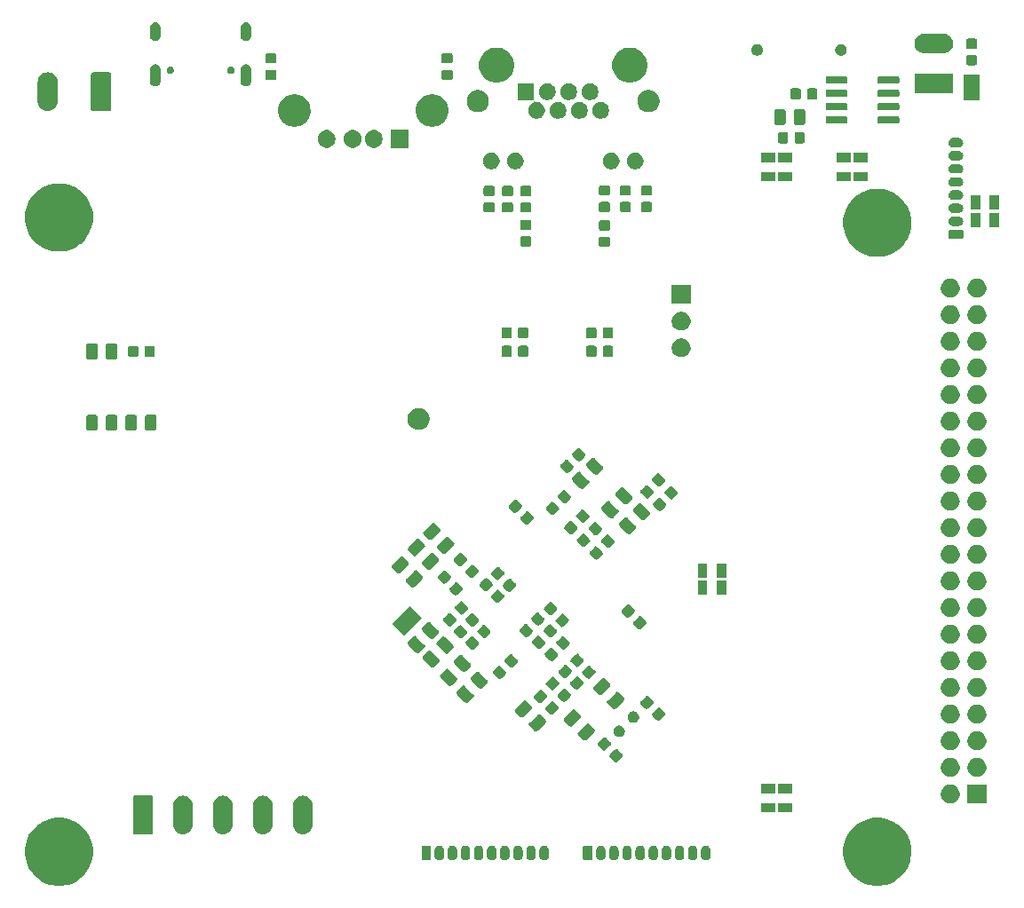
<source format=gbs>
G04 #@! TF.GenerationSoftware,KiCad,Pcbnew,5.1.5*
G04 #@! TF.CreationDate,2020-04-18T05:12:52+00:00*
G04 #@! TF.ProjectId,NUC980,4e554339-3830-42e6-9b69-6361645f7063,rev?*
G04 #@! TF.SameCoordinates,Original*
G04 #@! TF.FileFunction,Soldermask,Bot*
G04 #@! TF.FilePolarity,Negative*
%FSLAX46Y46*%
G04 Gerber Fmt 4.6, Leading zero omitted, Abs format (unit mm)*
G04 Created by KiCad (PCBNEW 5.1.5) date 2020-04-18 05:12:52*
%MOMM*%
%LPD*%
G04 APERTURE LIST*
%ADD10C,0.100000*%
G04 APERTURE END LIST*
D10*
G36*
X189634239Y-127311467D02*
G01*
X189948282Y-127373934D01*
X190539926Y-127619001D01*
X190829523Y-127812504D01*
X191030389Y-127946718D01*
X191072392Y-127974784D01*
X191525216Y-128427608D01*
X191880999Y-128960074D01*
X192126066Y-129551718D01*
X192126066Y-129551719D01*
X192251000Y-130179803D01*
X192251000Y-130820197D01*
X192194990Y-131101776D01*
X192126066Y-131448282D01*
X191880999Y-132039926D01*
X191525216Y-132572392D01*
X191072392Y-133025216D01*
X190539926Y-133380999D01*
X189948282Y-133626066D01*
X189634239Y-133688533D01*
X189320197Y-133751000D01*
X188679803Y-133751000D01*
X188365761Y-133688533D01*
X188051718Y-133626066D01*
X187460074Y-133380999D01*
X186927608Y-133025216D01*
X186474784Y-132572392D01*
X186119001Y-132039926D01*
X185873934Y-131448282D01*
X185805010Y-131101776D01*
X185749000Y-130820197D01*
X185749000Y-130179803D01*
X185873934Y-129551719D01*
X185873934Y-129551718D01*
X186119001Y-128960074D01*
X186474784Y-128427608D01*
X186927608Y-127974784D01*
X186969612Y-127946718D01*
X187170477Y-127812504D01*
X187460074Y-127619001D01*
X188051718Y-127373934D01*
X188365761Y-127311467D01*
X188679803Y-127249000D01*
X189320197Y-127249000D01*
X189634239Y-127311467D01*
G37*
G36*
X111634239Y-127311467D02*
G01*
X111948282Y-127373934D01*
X112539926Y-127619001D01*
X112829523Y-127812504D01*
X113030389Y-127946718D01*
X113072392Y-127974784D01*
X113525216Y-128427608D01*
X113880999Y-128960074D01*
X114126066Y-129551718D01*
X114126066Y-129551719D01*
X114251000Y-130179803D01*
X114251000Y-130820197D01*
X114194990Y-131101776D01*
X114126066Y-131448282D01*
X113880999Y-132039926D01*
X113525216Y-132572392D01*
X113072392Y-133025216D01*
X112539926Y-133380999D01*
X111948282Y-133626066D01*
X111634239Y-133688533D01*
X111320197Y-133751000D01*
X110679803Y-133751000D01*
X110365761Y-133688533D01*
X110051718Y-133626066D01*
X109460074Y-133380999D01*
X108927608Y-133025216D01*
X108474784Y-132572392D01*
X108119001Y-132039926D01*
X107873934Y-131448282D01*
X107805010Y-131101776D01*
X107749000Y-130820197D01*
X107749000Y-130179803D01*
X107873934Y-129551719D01*
X107873934Y-129551718D01*
X108119001Y-128960074D01*
X108474784Y-128427608D01*
X108927608Y-127974784D01*
X108969612Y-127946718D01*
X109170477Y-127812504D01*
X109460074Y-127619001D01*
X110051718Y-127373934D01*
X110365761Y-127311467D01*
X110679803Y-127249000D01*
X111320197Y-127249000D01*
X111634239Y-127311467D01*
G37*
G36*
X172738409Y-129905525D02*
G01*
X172823425Y-129931314D01*
X172901774Y-129973193D01*
X172970449Y-130029552D01*
X173026807Y-130098225D01*
X173068686Y-130176574D01*
X173094475Y-130261590D01*
X173101000Y-130327842D01*
X173101000Y-130872158D01*
X173094475Y-130938410D01*
X173068686Y-131023426D01*
X173026807Y-131101775D01*
X172970449Y-131170449D01*
X172901775Y-131226807D01*
X172823426Y-131268686D01*
X172738410Y-131294475D01*
X172650000Y-131303182D01*
X172561591Y-131294475D01*
X172476575Y-131268686D01*
X172398226Y-131226807D01*
X172329552Y-131170449D01*
X172273195Y-131101776D01*
X172231313Y-131023423D01*
X172205525Y-130938410D01*
X172199000Y-130872158D01*
X172199000Y-130327843D01*
X172205525Y-130261591D01*
X172231314Y-130176575D01*
X172273193Y-130098226D01*
X172329552Y-130029551D01*
X172398225Y-129973193D01*
X172476574Y-129931314D01*
X172561590Y-129905525D01*
X172650000Y-129896818D01*
X172738409Y-129905525D01*
G37*
G36*
X153588409Y-129905525D02*
G01*
X153673425Y-129931314D01*
X153751774Y-129973193D01*
X153820449Y-130029552D01*
X153876807Y-130098225D01*
X153918686Y-130176574D01*
X153944475Y-130261590D01*
X153951000Y-130327842D01*
X153951000Y-130872158D01*
X153944475Y-130938410D01*
X153918686Y-131023426D01*
X153876807Y-131101775D01*
X153820449Y-131170449D01*
X153751775Y-131226807D01*
X153673426Y-131268686D01*
X153588410Y-131294475D01*
X153500000Y-131303182D01*
X153411591Y-131294475D01*
X153326575Y-131268686D01*
X153248226Y-131226807D01*
X153179552Y-131170449D01*
X153123195Y-131101776D01*
X153081313Y-131023423D01*
X153055525Y-130938410D01*
X153049000Y-130872158D01*
X153049000Y-130327843D01*
X153055525Y-130261591D01*
X153081314Y-130176575D01*
X153123193Y-130098226D01*
X153179552Y-130029551D01*
X153248225Y-129973193D01*
X153326574Y-129931314D01*
X153411590Y-129905525D01*
X153500000Y-129896818D01*
X153588409Y-129905525D01*
G37*
G36*
X163988409Y-129905525D02*
G01*
X164073425Y-129931314D01*
X164151774Y-129973193D01*
X164220449Y-130029552D01*
X164276807Y-130098225D01*
X164318686Y-130176574D01*
X164344475Y-130261590D01*
X164351000Y-130327842D01*
X164351000Y-130872158D01*
X164344475Y-130938410D01*
X164318686Y-131023426D01*
X164276807Y-131101775D01*
X164220449Y-131170449D01*
X164151775Y-131226807D01*
X164073426Y-131268686D01*
X163988410Y-131294475D01*
X163900000Y-131303182D01*
X163811591Y-131294475D01*
X163726575Y-131268686D01*
X163648226Y-131226807D01*
X163579552Y-131170449D01*
X163523195Y-131101776D01*
X163481313Y-131023423D01*
X163455525Y-130938410D01*
X163449000Y-130872158D01*
X163449000Y-130327843D01*
X163455525Y-130261591D01*
X163481314Y-130176575D01*
X163523193Y-130098226D01*
X163579552Y-130029551D01*
X163648225Y-129973193D01*
X163726574Y-129931314D01*
X163811590Y-129905525D01*
X163900000Y-129896818D01*
X163988409Y-129905525D01*
G37*
G36*
X165238409Y-129905525D02*
G01*
X165323425Y-129931314D01*
X165401774Y-129973193D01*
X165470449Y-130029552D01*
X165526807Y-130098225D01*
X165568686Y-130176574D01*
X165594475Y-130261590D01*
X165601000Y-130327842D01*
X165601000Y-130872158D01*
X165594475Y-130938410D01*
X165568686Y-131023426D01*
X165526807Y-131101775D01*
X165470449Y-131170449D01*
X165401775Y-131226807D01*
X165323426Y-131268686D01*
X165238410Y-131294475D01*
X165150000Y-131303182D01*
X165061591Y-131294475D01*
X164976575Y-131268686D01*
X164898226Y-131226807D01*
X164829552Y-131170449D01*
X164773195Y-131101776D01*
X164731313Y-131023423D01*
X164705525Y-130938410D01*
X164699000Y-130872158D01*
X164699000Y-130327843D01*
X164705525Y-130261591D01*
X164731314Y-130176575D01*
X164773193Y-130098226D01*
X164829552Y-130029551D01*
X164898225Y-129973193D01*
X164976574Y-129931314D01*
X165061590Y-129905525D01*
X165150000Y-129896818D01*
X165238409Y-129905525D01*
G37*
G36*
X166488409Y-129905525D02*
G01*
X166573425Y-129931314D01*
X166651774Y-129973193D01*
X166720449Y-130029552D01*
X166776807Y-130098225D01*
X166818686Y-130176574D01*
X166844475Y-130261590D01*
X166851000Y-130327842D01*
X166851000Y-130872158D01*
X166844475Y-130938410D01*
X166818686Y-131023426D01*
X166776807Y-131101775D01*
X166720449Y-131170449D01*
X166651775Y-131226807D01*
X166573426Y-131268686D01*
X166488410Y-131294475D01*
X166400000Y-131303182D01*
X166311591Y-131294475D01*
X166226575Y-131268686D01*
X166148226Y-131226807D01*
X166079552Y-131170449D01*
X166023195Y-131101776D01*
X165981313Y-131023423D01*
X165955525Y-130938410D01*
X165949000Y-130872158D01*
X165949000Y-130327843D01*
X165955525Y-130261591D01*
X165981314Y-130176575D01*
X166023193Y-130098226D01*
X166079552Y-130029551D01*
X166148225Y-129973193D01*
X166226574Y-129931314D01*
X166311590Y-129905525D01*
X166400000Y-129896818D01*
X166488409Y-129905525D01*
G37*
G36*
X167738409Y-129905525D02*
G01*
X167823425Y-129931314D01*
X167901774Y-129973193D01*
X167970449Y-130029552D01*
X168026807Y-130098225D01*
X168068686Y-130176574D01*
X168094475Y-130261590D01*
X168101000Y-130327842D01*
X168101000Y-130872158D01*
X168094475Y-130938410D01*
X168068686Y-131023426D01*
X168026807Y-131101775D01*
X167970449Y-131170449D01*
X167901775Y-131226807D01*
X167823426Y-131268686D01*
X167738410Y-131294475D01*
X167650000Y-131303182D01*
X167561591Y-131294475D01*
X167476575Y-131268686D01*
X167398226Y-131226807D01*
X167329552Y-131170449D01*
X167273195Y-131101776D01*
X167231313Y-131023423D01*
X167205525Y-130938410D01*
X167199000Y-130872158D01*
X167199000Y-130327843D01*
X167205525Y-130261591D01*
X167231314Y-130176575D01*
X167273193Y-130098226D01*
X167329552Y-130029551D01*
X167398225Y-129973193D01*
X167476574Y-129931314D01*
X167561590Y-129905525D01*
X167650000Y-129896818D01*
X167738409Y-129905525D01*
G37*
G36*
X168988409Y-129905525D02*
G01*
X169073425Y-129931314D01*
X169151774Y-129973193D01*
X169220449Y-130029552D01*
X169276807Y-130098225D01*
X169318686Y-130176574D01*
X169344475Y-130261590D01*
X169351000Y-130327842D01*
X169351000Y-130872158D01*
X169344475Y-130938410D01*
X169318686Y-131023426D01*
X169276807Y-131101775D01*
X169220449Y-131170449D01*
X169151775Y-131226807D01*
X169073426Y-131268686D01*
X168988410Y-131294475D01*
X168900000Y-131303182D01*
X168811591Y-131294475D01*
X168726575Y-131268686D01*
X168648226Y-131226807D01*
X168579552Y-131170449D01*
X168523195Y-131101776D01*
X168481313Y-131023423D01*
X168455525Y-130938410D01*
X168449000Y-130872158D01*
X168449000Y-130327843D01*
X168455525Y-130261591D01*
X168481314Y-130176575D01*
X168523193Y-130098226D01*
X168579552Y-130029551D01*
X168648225Y-129973193D01*
X168726574Y-129931314D01*
X168811590Y-129905525D01*
X168900000Y-129896818D01*
X168988409Y-129905525D01*
G37*
G36*
X171488409Y-129905525D02*
G01*
X171573425Y-129931314D01*
X171651774Y-129973193D01*
X171720449Y-130029552D01*
X171776807Y-130098225D01*
X171818686Y-130176574D01*
X171844475Y-130261590D01*
X171851000Y-130327842D01*
X171851000Y-130872158D01*
X171844475Y-130938410D01*
X171818686Y-131023426D01*
X171776807Y-131101775D01*
X171720449Y-131170449D01*
X171651775Y-131226807D01*
X171573426Y-131268686D01*
X171488410Y-131294475D01*
X171400000Y-131303182D01*
X171311591Y-131294475D01*
X171226575Y-131268686D01*
X171148226Y-131226807D01*
X171079552Y-131170449D01*
X171023195Y-131101776D01*
X170981313Y-131023423D01*
X170955525Y-130938410D01*
X170949000Y-130872158D01*
X170949000Y-130327843D01*
X170955525Y-130261591D01*
X170981314Y-130176575D01*
X171023193Y-130098226D01*
X171079552Y-130029551D01*
X171148225Y-129973193D01*
X171226574Y-129931314D01*
X171311590Y-129905525D01*
X171400000Y-129896818D01*
X171488409Y-129905525D01*
G37*
G36*
X157338409Y-129905525D02*
G01*
X157423425Y-129931314D01*
X157501774Y-129973193D01*
X157570449Y-130029552D01*
X157626807Y-130098225D01*
X157668686Y-130176574D01*
X157694475Y-130261590D01*
X157701000Y-130327842D01*
X157701000Y-130872158D01*
X157694475Y-130938410D01*
X157668686Y-131023426D01*
X157626807Y-131101775D01*
X157570449Y-131170449D01*
X157501775Y-131226807D01*
X157423426Y-131268686D01*
X157338410Y-131294475D01*
X157250000Y-131303182D01*
X157161591Y-131294475D01*
X157076575Y-131268686D01*
X156998226Y-131226807D01*
X156929552Y-131170449D01*
X156873195Y-131101776D01*
X156831313Y-131023423D01*
X156805525Y-130938410D01*
X156799000Y-130872158D01*
X156799000Y-130327843D01*
X156805525Y-130261591D01*
X156831314Y-130176575D01*
X156873193Y-130098226D01*
X156929552Y-130029551D01*
X156998225Y-129973193D01*
X157076574Y-129931314D01*
X157161590Y-129905525D01*
X157250000Y-129896818D01*
X157338409Y-129905525D01*
G37*
G36*
X156088409Y-129905525D02*
G01*
X156173425Y-129931314D01*
X156251774Y-129973193D01*
X156320449Y-130029552D01*
X156376807Y-130098225D01*
X156418686Y-130176574D01*
X156444475Y-130261590D01*
X156451000Y-130327842D01*
X156451000Y-130872158D01*
X156444475Y-130938410D01*
X156418686Y-131023426D01*
X156376807Y-131101775D01*
X156320449Y-131170449D01*
X156251775Y-131226807D01*
X156173426Y-131268686D01*
X156088410Y-131294475D01*
X156000000Y-131303182D01*
X155911591Y-131294475D01*
X155826575Y-131268686D01*
X155748226Y-131226807D01*
X155679552Y-131170449D01*
X155623195Y-131101776D01*
X155581313Y-131023423D01*
X155555525Y-130938410D01*
X155549000Y-130872158D01*
X155549000Y-130327843D01*
X155555525Y-130261591D01*
X155581314Y-130176575D01*
X155623193Y-130098226D01*
X155679552Y-130029551D01*
X155748225Y-129973193D01*
X155826574Y-129931314D01*
X155911590Y-129905525D01*
X156000000Y-129896818D01*
X156088409Y-129905525D01*
G37*
G36*
X170238409Y-129905525D02*
G01*
X170323425Y-129931314D01*
X170401774Y-129973193D01*
X170470449Y-130029552D01*
X170526807Y-130098225D01*
X170568686Y-130176574D01*
X170594475Y-130261590D01*
X170601000Y-130327842D01*
X170601000Y-130872158D01*
X170594475Y-130938410D01*
X170568686Y-131023426D01*
X170526807Y-131101775D01*
X170470449Y-131170449D01*
X170401775Y-131226807D01*
X170323426Y-131268686D01*
X170238410Y-131294475D01*
X170150000Y-131303182D01*
X170061591Y-131294475D01*
X169976575Y-131268686D01*
X169898226Y-131226807D01*
X169829552Y-131170449D01*
X169773195Y-131101776D01*
X169731313Y-131023423D01*
X169705525Y-130938410D01*
X169699000Y-130872158D01*
X169699000Y-130327843D01*
X169705525Y-130261591D01*
X169731314Y-130176575D01*
X169773193Y-130098226D01*
X169829552Y-130029551D01*
X169898225Y-129973193D01*
X169976574Y-129931314D01*
X170061590Y-129905525D01*
X170150000Y-129896818D01*
X170238409Y-129905525D01*
G37*
G36*
X154838409Y-129905525D02*
G01*
X154923425Y-129931314D01*
X155001774Y-129973193D01*
X155070449Y-130029552D01*
X155126807Y-130098225D01*
X155168686Y-130176574D01*
X155194475Y-130261590D01*
X155201000Y-130327842D01*
X155201000Y-130872158D01*
X155194475Y-130938410D01*
X155168686Y-131023426D01*
X155126807Y-131101775D01*
X155070449Y-131170449D01*
X155001775Y-131226807D01*
X154923426Y-131268686D01*
X154838410Y-131294475D01*
X154750000Y-131303182D01*
X154661591Y-131294475D01*
X154576575Y-131268686D01*
X154498226Y-131226807D01*
X154429552Y-131170449D01*
X154373195Y-131101776D01*
X154331313Y-131023423D01*
X154305525Y-130938410D01*
X154299000Y-130872158D01*
X154299000Y-130327843D01*
X154305525Y-130261591D01*
X154331314Y-130176575D01*
X154373193Y-130098226D01*
X154429552Y-130029551D01*
X154498225Y-129973193D01*
X154576574Y-129931314D01*
X154661590Y-129905525D01*
X154750000Y-129896818D01*
X154838409Y-129905525D01*
G37*
G36*
X162738409Y-129905525D02*
G01*
X162823425Y-129931314D01*
X162901774Y-129973193D01*
X162970449Y-130029552D01*
X163026807Y-130098225D01*
X163068686Y-130176574D01*
X163094475Y-130261590D01*
X163101000Y-130327842D01*
X163101000Y-130872158D01*
X163094475Y-130938410D01*
X163068686Y-131023426D01*
X163026807Y-131101775D01*
X162970449Y-131170449D01*
X162901775Y-131226807D01*
X162823426Y-131268686D01*
X162738410Y-131294475D01*
X162650000Y-131303182D01*
X162561591Y-131294475D01*
X162476575Y-131268686D01*
X162398226Y-131226807D01*
X162329552Y-131170449D01*
X162273195Y-131101776D01*
X162231313Y-131023423D01*
X162205525Y-130938410D01*
X162199000Y-130872158D01*
X162199000Y-130327843D01*
X162205525Y-130261591D01*
X162231314Y-130176575D01*
X162273193Y-130098226D01*
X162329552Y-130029551D01*
X162398225Y-129973193D01*
X162476574Y-129931314D01*
X162561590Y-129905525D01*
X162650000Y-129896818D01*
X162738409Y-129905525D01*
G37*
G36*
X147338409Y-129905525D02*
G01*
X147423425Y-129931314D01*
X147501774Y-129973193D01*
X147570449Y-130029552D01*
X147626807Y-130098225D01*
X147668686Y-130176574D01*
X147694475Y-130261590D01*
X147701000Y-130327842D01*
X147701000Y-130872158D01*
X147694475Y-130938410D01*
X147668686Y-131023426D01*
X147626807Y-131101775D01*
X147570449Y-131170449D01*
X147501775Y-131226807D01*
X147423426Y-131268686D01*
X147338410Y-131294475D01*
X147250000Y-131303182D01*
X147161591Y-131294475D01*
X147076575Y-131268686D01*
X146998226Y-131226807D01*
X146929552Y-131170449D01*
X146873195Y-131101776D01*
X146831313Y-131023423D01*
X146805525Y-130938410D01*
X146799000Y-130872158D01*
X146799000Y-130327843D01*
X146805525Y-130261591D01*
X146831314Y-130176575D01*
X146873193Y-130098226D01*
X146929552Y-130029551D01*
X146998225Y-129973193D01*
X147076574Y-129931314D01*
X147161590Y-129905525D01*
X147250000Y-129896818D01*
X147338409Y-129905525D01*
G37*
G36*
X148588409Y-129905525D02*
G01*
X148673425Y-129931314D01*
X148751774Y-129973193D01*
X148820449Y-130029552D01*
X148876807Y-130098225D01*
X148918686Y-130176574D01*
X148944475Y-130261590D01*
X148951000Y-130327842D01*
X148951000Y-130872158D01*
X148944475Y-130938410D01*
X148918686Y-131023426D01*
X148876807Y-131101775D01*
X148820449Y-131170449D01*
X148751775Y-131226807D01*
X148673426Y-131268686D01*
X148588410Y-131294475D01*
X148500000Y-131303182D01*
X148411591Y-131294475D01*
X148326575Y-131268686D01*
X148248226Y-131226807D01*
X148179552Y-131170449D01*
X148123195Y-131101776D01*
X148081313Y-131023423D01*
X148055525Y-130938410D01*
X148049000Y-130872158D01*
X148049000Y-130327843D01*
X148055525Y-130261591D01*
X148081314Y-130176575D01*
X148123193Y-130098226D01*
X148179552Y-130029551D01*
X148248225Y-129973193D01*
X148326574Y-129931314D01*
X148411590Y-129905525D01*
X148500000Y-129896818D01*
X148588409Y-129905525D01*
G37*
G36*
X151088409Y-129905525D02*
G01*
X151173425Y-129931314D01*
X151251774Y-129973193D01*
X151320449Y-130029552D01*
X151376807Y-130098225D01*
X151418686Y-130176574D01*
X151444475Y-130261590D01*
X151451000Y-130327842D01*
X151451000Y-130872158D01*
X151444475Y-130938410D01*
X151418686Y-131023426D01*
X151376807Y-131101775D01*
X151320449Y-131170449D01*
X151251775Y-131226807D01*
X151173426Y-131268686D01*
X151088410Y-131294475D01*
X151000000Y-131303182D01*
X150911591Y-131294475D01*
X150826575Y-131268686D01*
X150748226Y-131226807D01*
X150679552Y-131170449D01*
X150623195Y-131101776D01*
X150581313Y-131023423D01*
X150555525Y-130938410D01*
X150549000Y-130872158D01*
X150549000Y-130327843D01*
X150555525Y-130261591D01*
X150581314Y-130176575D01*
X150623193Y-130098226D01*
X150679552Y-130029551D01*
X150748225Y-129973193D01*
X150826574Y-129931314D01*
X150911590Y-129905525D01*
X151000000Y-129896818D01*
X151088409Y-129905525D01*
G37*
G36*
X152338409Y-129905525D02*
G01*
X152423425Y-129931314D01*
X152501774Y-129973193D01*
X152570449Y-130029552D01*
X152626807Y-130098225D01*
X152668686Y-130176574D01*
X152694475Y-130261590D01*
X152701000Y-130327842D01*
X152701000Y-130872158D01*
X152694475Y-130938410D01*
X152668686Y-131023426D01*
X152626807Y-131101775D01*
X152570449Y-131170449D01*
X152501775Y-131226807D01*
X152423426Y-131268686D01*
X152338410Y-131294475D01*
X152250000Y-131303182D01*
X152161591Y-131294475D01*
X152076575Y-131268686D01*
X151998226Y-131226807D01*
X151929552Y-131170449D01*
X151873195Y-131101776D01*
X151831313Y-131023423D01*
X151805525Y-130938410D01*
X151799000Y-130872158D01*
X151799000Y-130327843D01*
X151805525Y-130261591D01*
X151831314Y-130176575D01*
X151873193Y-130098226D01*
X151929552Y-130029551D01*
X151998225Y-129973193D01*
X152076574Y-129931314D01*
X152161590Y-129905525D01*
X152250000Y-129896818D01*
X152338409Y-129905525D01*
G37*
G36*
X149838409Y-129905525D02*
G01*
X149923425Y-129931314D01*
X150001774Y-129973193D01*
X150070449Y-130029552D01*
X150126807Y-130098225D01*
X150168686Y-130176574D01*
X150194475Y-130261590D01*
X150201000Y-130327842D01*
X150201000Y-130872158D01*
X150194475Y-130938410D01*
X150168686Y-131023426D01*
X150126807Y-131101775D01*
X150070449Y-131170449D01*
X150001775Y-131226807D01*
X149923426Y-131268686D01*
X149838410Y-131294475D01*
X149750000Y-131303182D01*
X149661591Y-131294475D01*
X149576575Y-131268686D01*
X149498226Y-131226807D01*
X149429552Y-131170449D01*
X149373195Y-131101776D01*
X149331313Y-131023423D01*
X149305525Y-130938410D01*
X149299000Y-130872158D01*
X149299000Y-130327843D01*
X149305525Y-130261591D01*
X149331314Y-130176575D01*
X149373193Y-130098226D01*
X149429552Y-130029551D01*
X149498225Y-129973193D01*
X149576574Y-129931314D01*
X149661590Y-129905525D01*
X149750000Y-129896818D01*
X149838409Y-129905525D01*
G37*
G36*
X161719683Y-129902725D02*
G01*
X161750143Y-129911966D01*
X161778223Y-129926974D01*
X161802831Y-129947169D01*
X161823026Y-129971777D01*
X161838034Y-129999857D01*
X161847275Y-130030317D01*
X161851000Y-130068140D01*
X161851000Y-131131860D01*
X161847275Y-131169683D01*
X161838034Y-131200143D01*
X161823026Y-131228223D01*
X161802831Y-131252831D01*
X161778223Y-131273026D01*
X161750143Y-131288034D01*
X161719683Y-131297275D01*
X161681860Y-131301000D01*
X161118140Y-131301000D01*
X161080317Y-131297275D01*
X161049857Y-131288034D01*
X161021777Y-131273026D01*
X160997169Y-131252831D01*
X160976974Y-131228223D01*
X160961966Y-131200143D01*
X160952725Y-131169683D01*
X160949000Y-131131860D01*
X160949000Y-130068140D01*
X160952725Y-130030317D01*
X160961966Y-129999857D01*
X160976974Y-129971777D01*
X160997169Y-129947169D01*
X161021777Y-129926974D01*
X161049857Y-129911966D01*
X161080317Y-129902725D01*
X161118140Y-129899000D01*
X161681860Y-129899000D01*
X161719683Y-129902725D01*
G37*
G36*
X146319683Y-129902725D02*
G01*
X146350143Y-129911966D01*
X146378223Y-129926974D01*
X146402831Y-129947169D01*
X146423026Y-129971777D01*
X146438034Y-129999857D01*
X146447275Y-130030317D01*
X146451000Y-130068140D01*
X146451000Y-131131860D01*
X146447275Y-131169683D01*
X146438034Y-131200143D01*
X146423026Y-131228223D01*
X146402831Y-131252831D01*
X146378223Y-131273026D01*
X146350143Y-131288034D01*
X146319683Y-131297275D01*
X146281860Y-131301000D01*
X145718140Y-131301000D01*
X145680317Y-131297275D01*
X145649857Y-131288034D01*
X145621777Y-131273026D01*
X145597169Y-131252831D01*
X145576974Y-131228223D01*
X145561966Y-131200143D01*
X145552725Y-131169683D01*
X145549000Y-131131860D01*
X145549000Y-130068140D01*
X145552725Y-130030317D01*
X145561966Y-129999857D01*
X145576974Y-129971777D01*
X145597169Y-129947169D01*
X145621777Y-129926974D01*
X145649857Y-129911966D01*
X145680317Y-129902725D01*
X145718140Y-129899000D01*
X146281860Y-129899000D01*
X146319683Y-129902725D01*
G37*
G36*
X122996424Y-125162760D02*
G01*
X122996427Y-125162761D01*
X122996428Y-125162761D01*
X123175692Y-125217140D01*
X123175695Y-125217142D01*
X123175696Y-125217142D01*
X123340903Y-125305446D01*
X123485712Y-125424288D01*
X123604554Y-125569097D01*
X123674444Y-125699853D01*
X123692860Y-125734307D01*
X123747239Y-125913571D01*
X123747240Y-125913575D01*
X123761000Y-126053282D01*
X123761000Y-127946718D01*
X123747240Y-128086425D01*
X123747239Y-128086428D01*
X123747239Y-128086429D01*
X123692860Y-128265693D01*
X123692858Y-128265696D01*
X123692858Y-128265697D01*
X123604554Y-128430903D01*
X123485712Y-128575712D01*
X123340903Y-128694554D01*
X123193425Y-128773382D01*
X123175693Y-128782860D01*
X122996429Y-128837239D01*
X122996428Y-128837239D01*
X122996425Y-128837240D01*
X122810000Y-128855601D01*
X122623576Y-128837240D01*
X122623573Y-128837239D01*
X122623572Y-128837239D01*
X122444308Y-128782860D01*
X122426576Y-128773382D01*
X122279098Y-128694554D01*
X122134289Y-128575712D01*
X122015447Y-128430903D01*
X121927143Y-128265697D01*
X121927143Y-128265696D01*
X121927141Y-128265693D01*
X121872762Y-128086429D01*
X121872762Y-128086428D01*
X121872761Y-128086425D01*
X121859000Y-127946717D01*
X121859000Y-126053283D01*
X121872760Y-125913576D01*
X121872761Y-125913572D01*
X121927140Y-125734308D01*
X121927143Y-125734303D01*
X122015446Y-125569097D01*
X122134288Y-125424288D01*
X122279097Y-125305446D01*
X122444303Y-125217142D01*
X122444304Y-125217142D01*
X122444307Y-125217140D01*
X122623571Y-125162761D01*
X122623572Y-125162761D01*
X122623575Y-125162760D01*
X122810000Y-125144399D01*
X122996424Y-125162760D01*
G37*
G36*
X126806424Y-125162760D02*
G01*
X126806427Y-125162761D01*
X126806428Y-125162761D01*
X126985692Y-125217140D01*
X126985695Y-125217142D01*
X126985696Y-125217142D01*
X127150903Y-125305446D01*
X127295712Y-125424288D01*
X127414554Y-125569097D01*
X127484444Y-125699853D01*
X127502860Y-125734307D01*
X127557239Y-125913571D01*
X127557240Y-125913575D01*
X127571000Y-126053282D01*
X127571000Y-127946718D01*
X127557240Y-128086425D01*
X127557239Y-128086428D01*
X127557239Y-128086429D01*
X127502860Y-128265693D01*
X127502858Y-128265696D01*
X127502858Y-128265697D01*
X127414554Y-128430903D01*
X127295712Y-128575712D01*
X127150903Y-128694554D01*
X127003425Y-128773382D01*
X126985693Y-128782860D01*
X126806429Y-128837239D01*
X126806428Y-128837239D01*
X126806425Y-128837240D01*
X126620000Y-128855601D01*
X126433576Y-128837240D01*
X126433573Y-128837239D01*
X126433572Y-128837239D01*
X126254308Y-128782860D01*
X126236576Y-128773382D01*
X126089098Y-128694554D01*
X125944289Y-128575712D01*
X125825447Y-128430903D01*
X125737143Y-128265697D01*
X125737143Y-128265696D01*
X125737141Y-128265693D01*
X125682762Y-128086429D01*
X125682762Y-128086428D01*
X125682761Y-128086425D01*
X125669000Y-127946717D01*
X125669000Y-126053283D01*
X125682760Y-125913576D01*
X125682761Y-125913572D01*
X125737140Y-125734308D01*
X125737143Y-125734303D01*
X125825446Y-125569097D01*
X125944288Y-125424288D01*
X126089097Y-125305446D01*
X126254303Y-125217142D01*
X126254304Y-125217142D01*
X126254307Y-125217140D01*
X126433571Y-125162761D01*
X126433572Y-125162761D01*
X126433575Y-125162760D01*
X126620000Y-125144399D01*
X126806424Y-125162760D01*
G37*
G36*
X130616424Y-125162760D02*
G01*
X130616427Y-125162761D01*
X130616428Y-125162761D01*
X130795692Y-125217140D01*
X130795695Y-125217142D01*
X130795696Y-125217142D01*
X130960903Y-125305446D01*
X131105712Y-125424288D01*
X131224554Y-125569097D01*
X131294444Y-125699853D01*
X131312860Y-125734307D01*
X131367239Y-125913571D01*
X131367240Y-125913575D01*
X131381000Y-126053282D01*
X131381000Y-127946718D01*
X131367240Y-128086425D01*
X131367239Y-128086428D01*
X131367239Y-128086429D01*
X131312860Y-128265693D01*
X131312858Y-128265696D01*
X131312858Y-128265697D01*
X131224554Y-128430903D01*
X131105712Y-128575712D01*
X130960903Y-128694554D01*
X130813425Y-128773382D01*
X130795693Y-128782860D01*
X130616429Y-128837239D01*
X130616428Y-128837239D01*
X130616425Y-128837240D01*
X130430000Y-128855601D01*
X130243576Y-128837240D01*
X130243573Y-128837239D01*
X130243572Y-128837239D01*
X130064308Y-128782860D01*
X130046576Y-128773382D01*
X129899098Y-128694554D01*
X129754289Y-128575712D01*
X129635447Y-128430903D01*
X129547143Y-128265697D01*
X129547143Y-128265696D01*
X129547141Y-128265693D01*
X129492762Y-128086429D01*
X129492762Y-128086428D01*
X129492761Y-128086425D01*
X129479000Y-127946717D01*
X129479000Y-126053283D01*
X129492760Y-125913576D01*
X129492761Y-125913572D01*
X129547140Y-125734308D01*
X129547143Y-125734303D01*
X129635446Y-125569097D01*
X129754288Y-125424288D01*
X129899097Y-125305446D01*
X130064303Y-125217142D01*
X130064304Y-125217142D01*
X130064307Y-125217140D01*
X130243571Y-125162761D01*
X130243572Y-125162761D01*
X130243575Y-125162760D01*
X130430000Y-125144399D01*
X130616424Y-125162760D01*
G37*
G36*
X134426424Y-125162760D02*
G01*
X134426427Y-125162761D01*
X134426428Y-125162761D01*
X134605692Y-125217140D01*
X134605695Y-125217142D01*
X134605696Y-125217142D01*
X134770903Y-125305446D01*
X134915712Y-125424288D01*
X135034554Y-125569097D01*
X135104444Y-125699853D01*
X135122860Y-125734307D01*
X135177239Y-125913571D01*
X135177240Y-125913575D01*
X135191000Y-126053282D01*
X135191000Y-127946718D01*
X135177240Y-128086425D01*
X135177239Y-128086428D01*
X135177239Y-128086429D01*
X135122860Y-128265693D01*
X135122858Y-128265696D01*
X135122858Y-128265697D01*
X135034554Y-128430903D01*
X134915712Y-128575712D01*
X134770903Y-128694554D01*
X134623425Y-128773382D01*
X134605693Y-128782860D01*
X134426429Y-128837239D01*
X134426428Y-128837239D01*
X134426425Y-128837240D01*
X134240000Y-128855601D01*
X134053576Y-128837240D01*
X134053573Y-128837239D01*
X134053572Y-128837239D01*
X133874308Y-128782860D01*
X133856576Y-128773382D01*
X133709098Y-128694554D01*
X133564289Y-128575712D01*
X133445447Y-128430903D01*
X133357143Y-128265697D01*
X133357143Y-128265696D01*
X133357141Y-128265693D01*
X133302762Y-128086429D01*
X133302762Y-128086428D01*
X133302761Y-128086425D01*
X133289000Y-127946717D01*
X133289000Y-126053283D01*
X133302760Y-125913576D01*
X133302761Y-125913572D01*
X133357140Y-125734308D01*
X133357143Y-125734303D01*
X133445446Y-125569097D01*
X133564288Y-125424288D01*
X133709097Y-125305446D01*
X133874303Y-125217142D01*
X133874304Y-125217142D01*
X133874307Y-125217140D01*
X134053571Y-125162761D01*
X134053572Y-125162761D01*
X134053575Y-125162760D01*
X134240000Y-125144399D01*
X134426424Y-125162760D01*
G37*
G36*
X119810915Y-125152934D02*
G01*
X119843424Y-125162795D01*
X119873382Y-125178809D01*
X119899641Y-125200359D01*
X119921191Y-125226618D01*
X119937205Y-125256576D01*
X119947066Y-125289085D01*
X119951000Y-125329029D01*
X119951000Y-128670971D01*
X119947066Y-128710915D01*
X119937205Y-128743424D01*
X119921191Y-128773382D01*
X119899641Y-128799641D01*
X119873382Y-128821191D01*
X119843424Y-128837205D01*
X119810915Y-128847066D01*
X119770971Y-128851000D01*
X118229029Y-128851000D01*
X118189085Y-128847066D01*
X118156576Y-128837205D01*
X118126618Y-128821191D01*
X118100359Y-128799641D01*
X118078809Y-128773382D01*
X118062795Y-128743424D01*
X118052934Y-128710915D01*
X118049000Y-128670971D01*
X118049000Y-125329029D01*
X118052934Y-125289085D01*
X118062795Y-125256576D01*
X118078809Y-125226618D01*
X118100359Y-125200359D01*
X118126618Y-125178809D01*
X118156576Y-125162795D01*
X118189085Y-125152934D01*
X118229029Y-125149000D01*
X119770971Y-125149000D01*
X119810915Y-125152934D01*
G37*
G36*
X180901000Y-126751000D02*
G01*
X179549000Y-126751000D01*
X179549000Y-125849000D01*
X180901000Y-125849000D01*
X180901000Y-126751000D01*
G37*
G36*
X179251000Y-126751000D02*
G01*
X177899000Y-126751000D01*
X177899000Y-125849000D01*
X179251000Y-125849000D01*
X179251000Y-126751000D01*
G37*
G36*
X196073512Y-124103927D02*
G01*
X196222812Y-124133624D01*
X196386784Y-124201544D01*
X196534354Y-124300147D01*
X196659853Y-124425646D01*
X196758456Y-124573216D01*
X196826376Y-124737188D01*
X196861000Y-124911259D01*
X196861000Y-125088741D01*
X196826376Y-125262812D01*
X196758456Y-125426784D01*
X196659853Y-125574354D01*
X196534354Y-125699853D01*
X196386784Y-125798456D01*
X196222812Y-125866376D01*
X196073512Y-125896073D01*
X196048742Y-125901000D01*
X195871258Y-125901000D01*
X195846488Y-125896073D01*
X195697188Y-125866376D01*
X195533216Y-125798456D01*
X195385646Y-125699853D01*
X195260147Y-125574354D01*
X195161544Y-125426784D01*
X195093624Y-125262812D01*
X195059000Y-125088741D01*
X195059000Y-124911259D01*
X195093624Y-124737188D01*
X195161544Y-124573216D01*
X195260147Y-124425646D01*
X195385646Y-124300147D01*
X195533216Y-124201544D01*
X195697188Y-124133624D01*
X195846488Y-124103927D01*
X195871258Y-124099000D01*
X196048742Y-124099000D01*
X196073512Y-124103927D01*
G37*
G36*
X199401000Y-125901000D02*
G01*
X197599000Y-125901000D01*
X197599000Y-124099000D01*
X199401000Y-124099000D01*
X199401000Y-125901000D01*
G37*
G36*
X180901000Y-124951000D02*
G01*
X179549000Y-124951000D01*
X179549000Y-124049000D01*
X180901000Y-124049000D01*
X180901000Y-124951000D01*
G37*
G36*
X179251000Y-124951000D02*
G01*
X177899000Y-124951000D01*
X177899000Y-124049000D01*
X179251000Y-124049000D01*
X179251000Y-124951000D01*
G37*
G36*
X198613512Y-121563927D02*
G01*
X198762812Y-121593624D01*
X198926784Y-121661544D01*
X199074354Y-121760147D01*
X199199853Y-121885646D01*
X199298456Y-122033216D01*
X199366376Y-122197188D01*
X199401000Y-122371259D01*
X199401000Y-122548741D01*
X199366376Y-122722812D01*
X199298456Y-122886784D01*
X199199853Y-123034354D01*
X199074354Y-123159853D01*
X198926784Y-123258456D01*
X198762812Y-123326376D01*
X198613512Y-123356073D01*
X198588742Y-123361000D01*
X198411258Y-123361000D01*
X198386488Y-123356073D01*
X198237188Y-123326376D01*
X198073216Y-123258456D01*
X197925646Y-123159853D01*
X197800147Y-123034354D01*
X197701544Y-122886784D01*
X197633624Y-122722812D01*
X197599000Y-122548741D01*
X197599000Y-122371259D01*
X197633624Y-122197188D01*
X197701544Y-122033216D01*
X197800147Y-121885646D01*
X197925646Y-121760147D01*
X198073216Y-121661544D01*
X198237188Y-121593624D01*
X198386488Y-121563927D01*
X198411258Y-121559000D01*
X198588742Y-121559000D01*
X198613512Y-121563927D01*
G37*
G36*
X196073512Y-121563927D02*
G01*
X196222812Y-121593624D01*
X196386784Y-121661544D01*
X196534354Y-121760147D01*
X196659853Y-121885646D01*
X196758456Y-122033216D01*
X196826376Y-122197188D01*
X196861000Y-122371259D01*
X196861000Y-122548741D01*
X196826376Y-122722812D01*
X196758456Y-122886784D01*
X196659853Y-123034354D01*
X196534354Y-123159853D01*
X196386784Y-123258456D01*
X196222812Y-123326376D01*
X196073512Y-123356073D01*
X196048742Y-123361000D01*
X195871258Y-123361000D01*
X195846488Y-123356073D01*
X195697188Y-123326376D01*
X195533216Y-123258456D01*
X195385646Y-123159853D01*
X195260147Y-123034354D01*
X195161544Y-122886784D01*
X195093624Y-122722812D01*
X195059000Y-122548741D01*
X195059000Y-122371259D01*
X195093624Y-122197188D01*
X195161544Y-122033216D01*
X195260147Y-121885646D01*
X195385646Y-121760147D01*
X195533216Y-121661544D01*
X195697188Y-121593624D01*
X195846488Y-121563927D01*
X195871258Y-121559000D01*
X196048742Y-121559000D01*
X196073512Y-121563927D01*
G37*
G36*
X164175552Y-120675702D02*
G01*
X164209530Y-120686010D01*
X164240851Y-120702751D01*
X164273065Y-120729189D01*
X164312916Y-120769040D01*
X164312922Y-120769045D01*
X164658343Y-121114466D01*
X164658348Y-121114472D01*
X164698199Y-121154323D01*
X164724637Y-121186537D01*
X164741378Y-121217858D01*
X164751686Y-121251836D01*
X164755166Y-121287177D01*
X164751686Y-121322518D01*
X164741378Y-121356496D01*
X164724637Y-121387817D01*
X164698199Y-121420031D01*
X164658348Y-121459882D01*
X164658343Y-121459888D01*
X164259888Y-121858343D01*
X164259882Y-121858348D01*
X164220031Y-121898199D01*
X164187817Y-121924637D01*
X164156496Y-121941378D01*
X164122518Y-121951686D01*
X164087177Y-121955166D01*
X164051836Y-121951686D01*
X164017858Y-121941378D01*
X163986537Y-121924637D01*
X163954323Y-121898199D01*
X163914472Y-121858348D01*
X163914466Y-121858343D01*
X163569045Y-121512922D01*
X163569040Y-121512916D01*
X163529189Y-121473065D01*
X163502751Y-121440851D01*
X163486010Y-121409530D01*
X163475702Y-121375552D01*
X163472222Y-121340211D01*
X163475702Y-121304870D01*
X163486010Y-121270892D01*
X163502751Y-121239571D01*
X163529189Y-121207357D01*
X163569040Y-121167506D01*
X163569045Y-121167500D01*
X163967500Y-120769045D01*
X163967506Y-120769040D01*
X164007357Y-120729189D01*
X164039571Y-120702751D01*
X164070892Y-120686010D01*
X164104870Y-120675702D01*
X164140211Y-120672222D01*
X164175552Y-120675702D01*
G37*
G36*
X163061858Y-119562008D02*
G01*
X163095836Y-119572316D01*
X163127157Y-119589057D01*
X163159371Y-119615495D01*
X163199222Y-119655346D01*
X163199228Y-119655351D01*
X163544649Y-120000772D01*
X163544654Y-120000778D01*
X163584505Y-120040629D01*
X163610943Y-120072843D01*
X163627684Y-120104164D01*
X163637992Y-120138142D01*
X163641472Y-120173483D01*
X163637992Y-120208824D01*
X163627684Y-120242802D01*
X163610943Y-120274123D01*
X163584505Y-120306337D01*
X163544654Y-120346188D01*
X163544649Y-120346194D01*
X163146194Y-120744649D01*
X163146188Y-120744654D01*
X163106337Y-120784505D01*
X163074123Y-120810943D01*
X163042802Y-120827684D01*
X163008824Y-120837992D01*
X162973483Y-120841472D01*
X162938142Y-120837992D01*
X162904164Y-120827684D01*
X162872843Y-120810943D01*
X162840629Y-120784505D01*
X162800778Y-120744654D01*
X162800772Y-120744649D01*
X162455351Y-120399228D01*
X162455346Y-120399222D01*
X162415495Y-120359371D01*
X162389057Y-120327157D01*
X162372316Y-120295836D01*
X162362008Y-120261858D01*
X162358528Y-120226517D01*
X162362008Y-120191176D01*
X162372316Y-120157198D01*
X162389057Y-120125877D01*
X162415495Y-120093663D01*
X162455346Y-120053812D01*
X162455351Y-120053806D01*
X162853806Y-119655351D01*
X162853812Y-119655346D01*
X162893663Y-119615495D01*
X162925877Y-119589057D01*
X162957198Y-119572316D01*
X162991176Y-119562008D01*
X163026517Y-119558528D01*
X163061858Y-119562008D01*
G37*
G36*
X196061868Y-119021611D02*
G01*
X196222812Y-119053624D01*
X196386784Y-119121544D01*
X196534354Y-119220147D01*
X196659853Y-119345646D01*
X196758456Y-119493216D01*
X196826376Y-119657188D01*
X196851667Y-119784339D01*
X196858328Y-119817823D01*
X196861000Y-119831259D01*
X196861000Y-120008741D01*
X196826376Y-120182812D01*
X196758456Y-120346784D01*
X196659853Y-120494354D01*
X196534354Y-120619853D01*
X196386784Y-120718456D01*
X196222812Y-120786376D01*
X196073512Y-120816073D01*
X196048742Y-120821000D01*
X195871258Y-120821000D01*
X195846488Y-120816073D01*
X195697188Y-120786376D01*
X195533216Y-120718456D01*
X195385646Y-120619853D01*
X195260147Y-120494354D01*
X195161544Y-120346784D01*
X195093624Y-120182812D01*
X195059000Y-120008741D01*
X195059000Y-119831259D01*
X195061673Y-119817823D01*
X195068333Y-119784339D01*
X195093624Y-119657188D01*
X195161544Y-119493216D01*
X195260147Y-119345646D01*
X195385646Y-119220147D01*
X195533216Y-119121544D01*
X195697188Y-119053624D01*
X195858132Y-119021611D01*
X195871258Y-119019000D01*
X196048742Y-119019000D01*
X196061868Y-119021611D01*
G37*
G36*
X198601868Y-119021611D02*
G01*
X198762812Y-119053624D01*
X198926784Y-119121544D01*
X199074354Y-119220147D01*
X199199853Y-119345646D01*
X199298456Y-119493216D01*
X199366376Y-119657188D01*
X199391667Y-119784339D01*
X199398328Y-119817823D01*
X199401000Y-119831259D01*
X199401000Y-120008741D01*
X199366376Y-120182812D01*
X199298456Y-120346784D01*
X199199853Y-120494354D01*
X199074354Y-120619853D01*
X198926784Y-120718456D01*
X198762812Y-120786376D01*
X198613512Y-120816073D01*
X198588742Y-120821000D01*
X198411258Y-120821000D01*
X198386488Y-120816073D01*
X198237188Y-120786376D01*
X198073216Y-120718456D01*
X197925646Y-120619853D01*
X197800147Y-120494354D01*
X197701544Y-120346784D01*
X197633624Y-120182812D01*
X197599000Y-120008741D01*
X197599000Y-119831259D01*
X197601673Y-119817823D01*
X197608333Y-119784339D01*
X197633624Y-119657188D01*
X197701544Y-119493216D01*
X197800147Y-119345646D01*
X197925646Y-119220147D01*
X198073216Y-119121544D01*
X198237188Y-119053624D01*
X198398132Y-119021611D01*
X198411258Y-119019000D01*
X198588742Y-119019000D01*
X198601868Y-119021611D01*
G37*
G36*
X161453391Y-118241302D02*
G01*
X161492061Y-118253033D01*
X161527700Y-118272083D01*
X161563706Y-118301632D01*
X161603556Y-118341482D01*
X161603562Y-118341487D01*
X161984339Y-118722264D01*
X161984344Y-118722270D01*
X162024194Y-118762120D01*
X162053743Y-118798126D01*
X162072793Y-118833765D01*
X162084524Y-118872435D01*
X162088484Y-118912653D01*
X162084524Y-118952871D01*
X162072793Y-118991541D01*
X162053743Y-119027180D01*
X162024194Y-119063186D01*
X161984344Y-119103036D01*
X161984339Y-119103042D01*
X161303042Y-119784339D01*
X161303036Y-119784344D01*
X161263186Y-119824194D01*
X161227180Y-119853743D01*
X161191541Y-119872793D01*
X161152871Y-119884524D01*
X161112653Y-119888484D01*
X161072435Y-119884524D01*
X161033765Y-119872793D01*
X160998126Y-119853743D01*
X160962120Y-119824194D01*
X160922270Y-119784344D01*
X160922264Y-119784339D01*
X160541487Y-119403562D01*
X160541482Y-119403556D01*
X160501632Y-119363706D01*
X160472083Y-119327700D01*
X160453033Y-119292061D01*
X160441302Y-119253391D01*
X160437342Y-119213173D01*
X160441302Y-119172955D01*
X160453033Y-119134285D01*
X160472083Y-119098646D01*
X160501632Y-119062640D01*
X160541482Y-119022790D01*
X160541487Y-119022784D01*
X161222784Y-118341487D01*
X161222790Y-118341482D01*
X161262640Y-118301632D01*
X161298646Y-118272083D01*
X161334285Y-118253033D01*
X161372955Y-118241302D01*
X161413173Y-118237342D01*
X161453391Y-118241302D01*
G37*
G36*
X164560721Y-118470174D02*
G01*
X164660995Y-118511709D01*
X164660996Y-118511710D01*
X164751242Y-118572010D01*
X164827990Y-118648758D01*
X164827991Y-118648760D01*
X164888291Y-118739005D01*
X164929826Y-118839279D01*
X164951000Y-118945730D01*
X164951000Y-119054270D01*
X164929826Y-119160721D01*
X164888291Y-119260995D01*
X164867533Y-119292061D01*
X164827990Y-119351242D01*
X164751242Y-119427990D01*
X164705812Y-119458345D01*
X164660995Y-119488291D01*
X164560721Y-119529826D01*
X164454270Y-119551000D01*
X164345730Y-119551000D01*
X164239279Y-119529826D01*
X164139005Y-119488291D01*
X164094188Y-119458345D01*
X164048758Y-119427990D01*
X163972010Y-119351242D01*
X163932467Y-119292061D01*
X163911709Y-119260995D01*
X163870174Y-119160721D01*
X163849000Y-119054270D01*
X163849000Y-118945730D01*
X163870174Y-118839279D01*
X163911709Y-118739005D01*
X163972009Y-118648760D01*
X163972010Y-118648758D01*
X164048758Y-118572010D01*
X164139004Y-118511710D01*
X164139005Y-118511709D01*
X164239279Y-118470174D01*
X164345730Y-118449000D01*
X164454270Y-118449000D01*
X164560721Y-118470174D01*
G37*
G36*
X156790478Y-117378389D02*
G01*
X156829148Y-117390120D01*
X156864787Y-117409170D01*
X156900793Y-117438719D01*
X156940643Y-117478569D01*
X156940649Y-117478574D01*
X157321426Y-117859351D01*
X157321431Y-117859357D01*
X157361281Y-117899207D01*
X157390830Y-117935213D01*
X157409880Y-117970852D01*
X157421611Y-118009522D01*
X157425571Y-118049740D01*
X157421611Y-118089958D01*
X157409880Y-118128628D01*
X157390830Y-118164267D01*
X157361281Y-118200273D01*
X157321431Y-118240123D01*
X157321426Y-118240129D01*
X156640129Y-118921426D01*
X156640123Y-118921431D01*
X156600273Y-118961281D01*
X156564267Y-118990830D01*
X156528628Y-119009880D01*
X156489958Y-119021611D01*
X156449740Y-119025571D01*
X156409522Y-119021611D01*
X156370852Y-119009880D01*
X156335213Y-118990830D01*
X156299207Y-118961281D01*
X156259357Y-118921431D01*
X156259351Y-118921426D01*
X155878574Y-118540649D01*
X155878569Y-118540643D01*
X155838719Y-118500793D01*
X155809170Y-118464787D01*
X155790120Y-118429148D01*
X155778389Y-118390478D01*
X155774429Y-118350260D01*
X155778389Y-118310042D01*
X155790120Y-118271372D01*
X155809170Y-118235733D01*
X155838719Y-118199727D01*
X155878569Y-118159877D01*
X155878574Y-118159871D01*
X156559871Y-117478574D01*
X156559877Y-117478569D01*
X156599727Y-117438719D01*
X156635733Y-117409170D01*
X156671372Y-117390120D01*
X156710042Y-117378389D01*
X156750260Y-117374429D01*
X156790478Y-117378389D01*
G37*
G36*
X160127565Y-116915476D02*
G01*
X160166235Y-116927207D01*
X160201874Y-116946257D01*
X160237880Y-116975806D01*
X160277730Y-117015656D01*
X160277736Y-117015661D01*
X160658513Y-117396438D01*
X160658518Y-117396444D01*
X160698368Y-117436294D01*
X160727917Y-117472300D01*
X160746967Y-117507939D01*
X160758698Y-117546609D01*
X160762658Y-117586827D01*
X160758698Y-117627045D01*
X160746967Y-117665715D01*
X160727917Y-117701354D01*
X160698368Y-117737360D01*
X160658518Y-117777210D01*
X160658513Y-117777216D01*
X159977216Y-118458513D01*
X159977210Y-118458518D01*
X159937360Y-118498368D01*
X159901354Y-118527917D01*
X159865715Y-118546967D01*
X159827045Y-118558698D01*
X159786827Y-118562658D01*
X159746609Y-118558698D01*
X159707939Y-118546967D01*
X159672300Y-118527917D01*
X159636294Y-118498368D01*
X159596444Y-118458518D01*
X159596438Y-118458513D01*
X159215661Y-118077736D01*
X159215656Y-118077730D01*
X159175806Y-118037880D01*
X159146257Y-118001874D01*
X159127207Y-117966235D01*
X159115476Y-117927565D01*
X159111516Y-117887347D01*
X159115476Y-117847129D01*
X159127207Y-117808459D01*
X159146257Y-117772820D01*
X159175806Y-117736814D01*
X159215656Y-117696964D01*
X159215661Y-117696958D01*
X159896958Y-117015661D01*
X159896964Y-117015656D01*
X159936814Y-116975806D01*
X159972820Y-116946257D01*
X160008459Y-116927207D01*
X160047129Y-116915476D01*
X160087347Y-116911516D01*
X160127565Y-116915476D01*
G37*
G36*
X198613512Y-116483927D02*
G01*
X198762812Y-116513624D01*
X198926784Y-116581544D01*
X199074354Y-116680147D01*
X199199853Y-116805646D01*
X199298456Y-116953216D01*
X199366376Y-117117188D01*
X199392329Y-117247666D01*
X199400729Y-117289894D01*
X199401000Y-117291259D01*
X199401000Y-117468741D01*
X199366376Y-117642812D01*
X199298456Y-117806784D01*
X199199853Y-117954354D01*
X199074354Y-118079853D01*
X198926784Y-118178456D01*
X198762812Y-118246376D01*
X198613512Y-118276073D01*
X198588742Y-118281000D01*
X198411258Y-118281000D01*
X198386488Y-118276073D01*
X198237188Y-118246376D01*
X198073216Y-118178456D01*
X197925646Y-118079853D01*
X197800147Y-117954354D01*
X197701544Y-117806784D01*
X197633624Y-117642812D01*
X197599000Y-117468741D01*
X197599000Y-117291259D01*
X197599272Y-117289894D01*
X197607671Y-117247666D01*
X197633624Y-117117188D01*
X197701544Y-116953216D01*
X197800147Y-116805646D01*
X197925646Y-116680147D01*
X198073216Y-116581544D01*
X198237188Y-116513624D01*
X198386488Y-116483927D01*
X198411258Y-116479000D01*
X198588742Y-116479000D01*
X198613512Y-116483927D01*
G37*
G36*
X196073512Y-116483927D02*
G01*
X196222812Y-116513624D01*
X196386784Y-116581544D01*
X196534354Y-116680147D01*
X196659853Y-116805646D01*
X196758456Y-116953216D01*
X196826376Y-117117188D01*
X196852329Y-117247666D01*
X196860729Y-117289894D01*
X196861000Y-117291259D01*
X196861000Y-117468741D01*
X196826376Y-117642812D01*
X196758456Y-117806784D01*
X196659853Y-117954354D01*
X196534354Y-118079853D01*
X196386784Y-118178456D01*
X196222812Y-118246376D01*
X196073512Y-118276073D01*
X196048742Y-118281000D01*
X195871258Y-118281000D01*
X195846488Y-118276073D01*
X195697188Y-118246376D01*
X195533216Y-118178456D01*
X195385646Y-118079853D01*
X195260147Y-117954354D01*
X195161544Y-117806784D01*
X195093624Y-117642812D01*
X195059000Y-117468741D01*
X195059000Y-117291259D01*
X195059272Y-117289894D01*
X195067671Y-117247666D01*
X195093624Y-117117188D01*
X195161544Y-116953216D01*
X195260147Y-116805646D01*
X195385646Y-116680147D01*
X195533216Y-116581544D01*
X195697188Y-116513624D01*
X195846488Y-116483927D01*
X195871258Y-116479000D01*
X196048742Y-116479000D01*
X196073512Y-116483927D01*
G37*
G36*
X165904224Y-117126671D02*
G01*
X166004498Y-117168206D01*
X166044047Y-117194632D01*
X166094745Y-117228507D01*
X166171493Y-117305255D01*
X166171494Y-117305257D01*
X166231794Y-117395502D01*
X166273329Y-117495776D01*
X166294503Y-117602227D01*
X166294503Y-117710767D01*
X166273329Y-117817218D01*
X166231794Y-117917492D01*
X166207104Y-117954443D01*
X166171493Y-118007739D01*
X166094745Y-118084487D01*
X166049315Y-118114842D01*
X166004498Y-118144788D01*
X165904224Y-118186323D01*
X165797773Y-118207497D01*
X165689233Y-118207497D01*
X165582782Y-118186323D01*
X165482508Y-118144788D01*
X165437691Y-118114842D01*
X165392261Y-118084487D01*
X165315513Y-118007739D01*
X165279902Y-117954443D01*
X165255212Y-117917492D01*
X165213677Y-117817218D01*
X165192503Y-117710767D01*
X165192503Y-117602227D01*
X165213677Y-117495776D01*
X165255212Y-117395502D01*
X165315512Y-117305257D01*
X165315513Y-117305255D01*
X165392261Y-117228507D01*
X165442959Y-117194632D01*
X165482508Y-117168206D01*
X165582782Y-117126671D01*
X165689233Y-117105497D01*
X165797773Y-117105497D01*
X165904224Y-117126671D01*
G37*
G36*
X168218705Y-116718855D02*
G01*
X168252683Y-116729163D01*
X168284004Y-116745904D01*
X168316218Y-116772342D01*
X168356069Y-116812193D01*
X168356075Y-116812198D01*
X168701496Y-117157619D01*
X168701501Y-117157625D01*
X168741352Y-117197476D01*
X168767790Y-117229690D01*
X168784531Y-117261011D01*
X168794839Y-117294989D01*
X168798319Y-117330330D01*
X168794839Y-117365671D01*
X168784531Y-117399649D01*
X168767790Y-117430970D01*
X168741352Y-117463184D01*
X168701501Y-117503035D01*
X168701496Y-117503041D01*
X168303041Y-117901496D01*
X168303035Y-117901501D01*
X168263184Y-117941352D01*
X168230970Y-117967790D01*
X168199649Y-117984531D01*
X168165671Y-117994839D01*
X168130330Y-117998319D01*
X168094989Y-117994839D01*
X168061011Y-117984531D01*
X168029690Y-117967790D01*
X167997476Y-117941352D01*
X167957625Y-117901501D01*
X167957619Y-117901496D01*
X167612198Y-117556075D01*
X167612193Y-117556069D01*
X167572342Y-117516218D01*
X167545904Y-117484004D01*
X167529163Y-117452683D01*
X167518855Y-117418705D01*
X167515375Y-117383364D01*
X167518855Y-117348023D01*
X167529163Y-117314045D01*
X167545904Y-117282724D01*
X167572342Y-117250510D01*
X167612193Y-117210659D01*
X167612198Y-117210653D01*
X168010653Y-116812198D01*
X168010659Y-116812193D01*
X168050510Y-116772342D01*
X168082724Y-116745904D01*
X168114045Y-116729163D01*
X168148023Y-116718855D01*
X168183364Y-116715375D01*
X168218705Y-116718855D01*
G37*
G36*
X155464652Y-116052563D02*
G01*
X155503322Y-116064294D01*
X155538961Y-116083344D01*
X155574967Y-116112893D01*
X155614817Y-116152743D01*
X155614823Y-116152748D01*
X155995600Y-116533525D01*
X155995605Y-116533531D01*
X156035455Y-116573381D01*
X156065004Y-116609387D01*
X156084054Y-116645026D01*
X156095785Y-116683696D01*
X156099745Y-116723914D01*
X156095785Y-116764132D01*
X156084054Y-116802802D01*
X156065004Y-116838441D01*
X156035455Y-116874447D01*
X155995605Y-116914297D01*
X155995600Y-116914303D01*
X155314303Y-117595600D01*
X155314297Y-117595605D01*
X155274447Y-117635455D01*
X155238441Y-117665004D01*
X155202802Y-117684054D01*
X155164132Y-117695785D01*
X155123914Y-117699745D01*
X155083696Y-117695785D01*
X155045026Y-117684054D01*
X155009387Y-117665004D01*
X154973381Y-117635455D01*
X154933531Y-117595605D01*
X154933525Y-117595600D01*
X154552748Y-117214823D01*
X154552743Y-117214817D01*
X154512893Y-117174967D01*
X154483344Y-117138961D01*
X154464294Y-117103322D01*
X154452563Y-117064652D01*
X154448603Y-117024434D01*
X154452563Y-116984216D01*
X154464294Y-116945546D01*
X154483344Y-116909907D01*
X154512893Y-116873901D01*
X154552743Y-116834051D01*
X154552748Y-116834045D01*
X155234045Y-116152748D01*
X155234051Y-116152743D01*
X155273901Y-116112893D01*
X155309907Y-116083344D01*
X155345546Y-116064294D01*
X155384216Y-116052563D01*
X155424434Y-116048603D01*
X155464652Y-116052563D01*
G37*
G36*
X158061858Y-116162008D02*
G01*
X158095836Y-116172316D01*
X158127157Y-116189057D01*
X158159371Y-116215495D01*
X158199222Y-116255346D01*
X158199228Y-116255351D01*
X158544649Y-116600772D01*
X158544654Y-116600778D01*
X158584505Y-116640629D01*
X158610943Y-116672843D01*
X158627684Y-116704164D01*
X158637992Y-116738142D01*
X158641472Y-116773483D01*
X158637992Y-116808824D01*
X158627684Y-116842802D01*
X158610943Y-116874123D01*
X158584505Y-116906337D01*
X158544654Y-116946188D01*
X158544649Y-116946194D01*
X158146194Y-117344649D01*
X158146188Y-117344654D01*
X158106337Y-117384505D01*
X158074123Y-117410943D01*
X158042802Y-117427684D01*
X158008824Y-117437992D01*
X157973483Y-117441472D01*
X157938142Y-117437992D01*
X157904164Y-117427684D01*
X157872843Y-117410943D01*
X157840629Y-117384505D01*
X157800778Y-117344654D01*
X157800772Y-117344649D01*
X157455351Y-116999228D01*
X157455346Y-116999222D01*
X157415495Y-116959371D01*
X157389057Y-116927157D01*
X157372316Y-116895836D01*
X157362008Y-116861858D01*
X157358528Y-116826517D01*
X157362008Y-116791176D01*
X157372316Y-116757198D01*
X157389057Y-116725877D01*
X157415495Y-116693663D01*
X157455346Y-116653812D01*
X157455351Y-116653806D01*
X157853806Y-116255351D01*
X157853812Y-116255346D01*
X157893663Y-116215495D01*
X157925877Y-116189057D01*
X157957198Y-116172316D01*
X157991176Y-116162008D01*
X158026517Y-116158528D01*
X158061858Y-116162008D01*
G37*
G36*
X164253391Y-115241302D02*
G01*
X164292061Y-115253033D01*
X164327700Y-115272083D01*
X164363706Y-115301632D01*
X164403556Y-115341482D01*
X164403562Y-115341487D01*
X164784339Y-115722264D01*
X164784344Y-115722270D01*
X164824194Y-115762120D01*
X164853743Y-115798126D01*
X164872793Y-115833765D01*
X164884524Y-115872435D01*
X164888484Y-115912653D01*
X164884524Y-115952871D01*
X164872793Y-115991541D01*
X164853743Y-116027180D01*
X164824194Y-116063186D01*
X164784344Y-116103036D01*
X164784339Y-116103042D01*
X164103042Y-116784339D01*
X164103036Y-116784344D01*
X164063186Y-116824194D01*
X164027180Y-116853743D01*
X163991541Y-116872793D01*
X163952871Y-116884524D01*
X163912653Y-116888484D01*
X163872435Y-116884524D01*
X163833765Y-116872793D01*
X163798126Y-116853743D01*
X163762120Y-116824194D01*
X163722270Y-116784344D01*
X163722264Y-116784339D01*
X163341487Y-116403562D01*
X163341482Y-116403556D01*
X163301632Y-116363706D01*
X163272083Y-116327700D01*
X163253033Y-116292061D01*
X163241302Y-116253391D01*
X163237342Y-116213173D01*
X163241302Y-116172955D01*
X163253033Y-116134285D01*
X163272083Y-116098646D01*
X163301632Y-116062640D01*
X163341482Y-116022790D01*
X163341487Y-116022784D01*
X164022784Y-115341487D01*
X164022790Y-115341482D01*
X164062640Y-115301632D01*
X164098646Y-115272083D01*
X164134285Y-115253033D01*
X164172955Y-115241302D01*
X164213173Y-115237342D01*
X164253391Y-115241302D01*
G37*
G36*
X167105011Y-115605161D02*
G01*
X167138989Y-115615469D01*
X167170310Y-115632210D01*
X167202524Y-115658648D01*
X167242375Y-115698499D01*
X167242381Y-115698504D01*
X167587802Y-116043925D01*
X167587807Y-116043931D01*
X167627658Y-116083782D01*
X167654096Y-116115996D01*
X167670837Y-116147317D01*
X167681145Y-116181295D01*
X167684625Y-116216636D01*
X167681145Y-116251977D01*
X167670837Y-116285955D01*
X167654096Y-116317276D01*
X167627658Y-116349490D01*
X167587807Y-116389341D01*
X167587802Y-116389347D01*
X167189347Y-116787802D01*
X167189341Y-116787807D01*
X167149490Y-116827658D01*
X167117276Y-116854096D01*
X167085955Y-116870837D01*
X167051977Y-116881145D01*
X167016636Y-116884625D01*
X166981295Y-116881145D01*
X166947317Y-116870837D01*
X166915996Y-116854096D01*
X166883782Y-116827658D01*
X166843931Y-116787807D01*
X166843925Y-116787802D01*
X166498504Y-116442381D01*
X166498499Y-116442375D01*
X166458648Y-116402524D01*
X166432210Y-116370310D01*
X166415469Y-116338989D01*
X166405161Y-116305011D01*
X166401681Y-116269670D01*
X166405161Y-116234329D01*
X166415469Y-116200351D01*
X166432210Y-116169030D01*
X166458648Y-116136816D01*
X166498499Y-116096965D01*
X166498504Y-116096959D01*
X166896959Y-115698504D01*
X166896965Y-115698499D01*
X166936816Y-115658648D01*
X166969030Y-115632210D01*
X167000351Y-115615469D01*
X167034329Y-115605161D01*
X167069670Y-115601681D01*
X167105011Y-115605161D01*
G37*
G36*
X156948164Y-115048314D02*
G01*
X156982142Y-115058622D01*
X157013463Y-115075363D01*
X157045677Y-115101801D01*
X157085528Y-115141652D01*
X157085534Y-115141657D01*
X157430955Y-115487078D01*
X157430960Y-115487084D01*
X157470811Y-115526935D01*
X157497249Y-115559149D01*
X157513990Y-115590470D01*
X157524298Y-115624448D01*
X157527778Y-115659789D01*
X157524298Y-115695130D01*
X157513990Y-115729108D01*
X157497249Y-115760429D01*
X157470811Y-115792643D01*
X157430960Y-115832494D01*
X157430955Y-115832500D01*
X157032500Y-116230955D01*
X157032494Y-116230960D01*
X156992643Y-116270811D01*
X156960429Y-116297249D01*
X156929108Y-116313990D01*
X156895130Y-116324298D01*
X156859789Y-116327778D01*
X156824448Y-116324298D01*
X156790470Y-116313990D01*
X156759149Y-116297249D01*
X156726935Y-116270811D01*
X156687084Y-116230960D01*
X156687078Y-116230955D01*
X156341657Y-115885534D01*
X156341652Y-115885528D01*
X156301801Y-115845677D01*
X156275363Y-115813463D01*
X156258622Y-115782142D01*
X156248314Y-115748164D01*
X156244834Y-115712823D01*
X156248314Y-115677482D01*
X156258622Y-115643504D01*
X156275363Y-115612183D01*
X156301801Y-115579969D01*
X156341652Y-115540118D01*
X156341657Y-115540112D01*
X156740112Y-115141657D01*
X156740118Y-115141652D01*
X156779969Y-115101801D01*
X156812183Y-115075363D01*
X156843504Y-115058622D01*
X156877482Y-115048314D01*
X156912823Y-115044834D01*
X156948164Y-115048314D01*
G37*
G36*
X149627045Y-114641302D02*
G01*
X149665715Y-114653033D01*
X149701354Y-114672083D01*
X149737360Y-114701632D01*
X149777210Y-114741482D01*
X149777216Y-114741487D01*
X150458513Y-115422784D01*
X150458518Y-115422790D01*
X150498368Y-115462640D01*
X150527917Y-115498646D01*
X150546967Y-115534285D01*
X150558698Y-115572955D01*
X150562658Y-115613173D01*
X150558698Y-115653391D01*
X150546967Y-115692061D01*
X150527917Y-115727700D01*
X150498368Y-115763706D01*
X150458518Y-115803556D01*
X150458513Y-115803562D01*
X150077736Y-116184339D01*
X150077730Y-116184344D01*
X150037880Y-116224194D01*
X150001874Y-116253743D01*
X149966235Y-116272793D01*
X149927565Y-116284524D01*
X149887347Y-116288484D01*
X149847129Y-116284524D01*
X149808459Y-116272793D01*
X149772820Y-116253743D01*
X149736814Y-116224194D01*
X149696964Y-116184344D01*
X149696958Y-116184339D01*
X149015661Y-115503042D01*
X149015656Y-115503036D01*
X148975806Y-115463186D01*
X148946257Y-115427180D01*
X148927207Y-115391541D01*
X148915476Y-115352871D01*
X148911516Y-115312653D01*
X148915476Y-115272435D01*
X148927207Y-115233765D01*
X148946257Y-115198126D01*
X148975806Y-115162120D01*
X149015656Y-115122270D01*
X149015661Y-115122264D01*
X149396438Y-114741487D01*
X149396444Y-114741482D01*
X149436294Y-114701632D01*
X149472300Y-114672083D01*
X149507939Y-114653033D01*
X149546609Y-114641302D01*
X149586827Y-114637342D01*
X149627045Y-114641302D01*
G37*
G36*
X159218705Y-114918855D02*
G01*
X159252683Y-114929163D01*
X159284004Y-114945904D01*
X159316218Y-114972342D01*
X159356069Y-115012193D01*
X159356075Y-115012198D01*
X159701496Y-115357619D01*
X159701501Y-115357625D01*
X159741352Y-115397476D01*
X159767790Y-115429690D01*
X159784531Y-115461011D01*
X159794839Y-115494989D01*
X159798319Y-115530330D01*
X159794839Y-115565671D01*
X159784531Y-115599649D01*
X159767790Y-115630970D01*
X159741352Y-115663184D01*
X159701501Y-115703035D01*
X159701496Y-115703041D01*
X159303041Y-116101496D01*
X159303035Y-116101501D01*
X159263184Y-116141352D01*
X159230970Y-116167790D01*
X159199649Y-116184531D01*
X159165671Y-116194839D01*
X159130330Y-116198319D01*
X159094989Y-116194839D01*
X159061011Y-116184531D01*
X159029690Y-116167790D01*
X158997476Y-116141352D01*
X158957625Y-116101501D01*
X158957619Y-116101496D01*
X158612198Y-115756075D01*
X158612193Y-115756069D01*
X158572342Y-115716218D01*
X158545904Y-115684004D01*
X158529163Y-115652683D01*
X158518855Y-115618705D01*
X158515375Y-115583364D01*
X158518855Y-115548023D01*
X158529163Y-115514045D01*
X158545904Y-115482724D01*
X158572342Y-115450510D01*
X158612193Y-115410659D01*
X158612198Y-115410653D01*
X159010653Y-115012198D01*
X159010659Y-115012193D01*
X159050510Y-114972342D01*
X159082724Y-114945904D01*
X159114045Y-114929163D01*
X159148023Y-114918855D01*
X159183364Y-114915375D01*
X159218705Y-114918855D01*
G37*
G36*
X198600566Y-113941352D02*
G01*
X198762812Y-113973624D01*
X198926784Y-114041544D01*
X199074354Y-114140147D01*
X199199853Y-114265646D01*
X199298456Y-114413216D01*
X199366376Y-114577188D01*
X199391129Y-114701632D01*
X199401000Y-114751258D01*
X199401000Y-114928742D01*
X199397696Y-114945352D01*
X199366376Y-115102812D01*
X199298456Y-115266784D01*
X199199853Y-115414354D01*
X199074354Y-115539853D01*
X198926784Y-115638456D01*
X198762812Y-115706376D01*
X198613512Y-115736073D01*
X198588742Y-115741000D01*
X198411258Y-115741000D01*
X198386488Y-115736073D01*
X198237188Y-115706376D01*
X198073216Y-115638456D01*
X197925646Y-115539853D01*
X197800147Y-115414354D01*
X197701544Y-115266784D01*
X197633624Y-115102812D01*
X197602304Y-114945352D01*
X197599000Y-114928742D01*
X197599000Y-114751258D01*
X197608871Y-114701632D01*
X197633624Y-114577188D01*
X197701544Y-114413216D01*
X197800147Y-114265646D01*
X197925646Y-114140147D01*
X198073216Y-114041544D01*
X198237188Y-113973624D01*
X198399434Y-113941352D01*
X198411258Y-113939000D01*
X198588742Y-113939000D01*
X198600566Y-113941352D01*
G37*
G36*
X196060566Y-113941352D02*
G01*
X196222812Y-113973624D01*
X196386784Y-114041544D01*
X196534354Y-114140147D01*
X196659853Y-114265646D01*
X196758456Y-114413216D01*
X196826376Y-114577188D01*
X196851129Y-114701632D01*
X196861000Y-114751258D01*
X196861000Y-114928742D01*
X196857696Y-114945352D01*
X196826376Y-115102812D01*
X196758456Y-115266784D01*
X196659853Y-115414354D01*
X196534354Y-115539853D01*
X196386784Y-115638456D01*
X196222812Y-115706376D01*
X196073512Y-115736073D01*
X196048742Y-115741000D01*
X195871258Y-115741000D01*
X195846488Y-115736073D01*
X195697188Y-115706376D01*
X195533216Y-115638456D01*
X195385646Y-115539853D01*
X195260147Y-115414354D01*
X195161544Y-115266784D01*
X195093624Y-115102812D01*
X195062304Y-114945352D01*
X195059000Y-114928742D01*
X195059000Y-114751258D01*
X195068871Y-114701632D01*
X195093624Y-114577188D01*
X195161544Y-114413216D01*
X195260147Y-114265646D01*
X195385646Y-114140147D01*
X195533216Y-114041544D01*
X195697188Y-113973624D01*
X195859434Y-113941352D01*
X195871258Y-113939000D01*
X196048742Y-113939000D01*
X196060566Y-113941352D01*
G37*
G36*
X162927565Y-113915476D02*
G01*
X162966235Y-113927207D01*
X163001874Y-113946257D01*
X163037880Y-113975806D01*
X163077730Y-114015656D01*
X163077736Y-114015661D01*
X163458513Y-114396438D01*
X163458518Y-114396444D01*
X163498368Y-114436294D01*
X163527917Y-114472300D01*
X163546967Y-114507939D01*
X163558698Y-114546609D01*
X163562658Y-114586827D01*
X163558698Y-114627045D01*
X163546967Y-114665715D01*
X163527917Y-114701354D01*
X163498368Y-114737360D01*
X163458518Y-114777210D01*
X163458513Y-114777216D01*
X162777216Y-115458513D01*
X162777210Y-115458518D01*
X162737360Y-115498368D01*
X162701354Y-115527917D01*
X162665715Y-115546967D01*
X162627045Y-115558698D01*
X162586827Y-115562658D01*
X162546609Y-115558698D01*
X162507939Y-115546967D01*
X162472300Y-115527917D01*
X162436294Y-115498368D01*
X162396444Y-115458518D01*
X162396438Y-115458513D01*
X162015661Y-115077736D01*
X162015656Y-115077730D01*
X161975806Y-115037880D01*
X161946257Y-115001874D01*
X161927207Y-114966235D01*
X161915476Y-114927565D01*
X161911516Y-114887347D01*
X161915476Y-114847129D01*
X161927207Y-114808459D01*
X161946257Y-114772820D01*
X161975806Y-114736814D01*
X162015656Y-114696964D01*
X162015661Y-114696958D01*
X162696958Y-114015661D01*
X162696964Y-114015656D01*
X162736814Y-113975806D01*
X162772820Y-113946257D01*
X162808459Y-113927207D01*
X162847129Y-113915476D01*
X162887347Y-113911516D01*
X162927565Y-113915476D01*
G37*
G36*
X158105011Y-113805161D02*
G01*
X158138989Y-113815469D01*
X158170310Y-113832210D01*
X158202524Y-113858648D01*
X158242375Y-113898499D01*
X158242381Y-113898504D01*
X158587802Y-114243925D01*
X158587807Y-114243931D01*
X158627658Y-114283782D01*
X158654096Y-114315996D01*
X158670837Y-114347317D01*
X158681145Y-114381295D01*
X158684625Y-114416636D01*
X158681145Y-114451977D01*
X158670837Y-114485955D01*
X158654096Y-114517276D01*
X158627658Y-114549490D01*
X158587807Y-114589341D01*
X158587802Y-114589347D01*
X158189347Y-114987802D01*
X158189341Y-114987807D01*
X158149490Y-115027658D01*
X158117276Y-115054096D01*
X158085955Y-115070837D01*
X158051977Y-115081145D01*
X158016636Y-115084625D01*
X157981295Y-115081145D01*
X157947317Y-115070837D01*
X157915996Y-115054096D01*
X157883782Y-115027658D01*
X157843931Y-114987807D01*
X157843925Y-114987802D01*
X157498504Y-114642381D01*
X157498499Y-114642375D01*
X157458648Y-114602524D01*
X157432210Y-114570310D01*
X157415469Y-114538989D01*
X157405161Y-114505011D01*
X157401681Y-114469670D01*
X157405161Y-114434329D01*
X157415469Y-114400351D01*
X157432210Y-114369030D01*
X157458648Y-114336816D01*
X157498499Y-114296965D01*
X157498504Y-114296959D01*
X157896959Y-113898504D01*
X157896965Y-113898499D01*
X157936816Y-113858648D01*
X157969030Y-113832210D01*
X158000351Y-113815469D01*
X158034329Y-113805161D01*
X158069670Y-113801681D01*
X158105011Y-113805161D01*
G37*
G36*
X160418705Y-113768855D02*
G01*
X160452683Y-113779163D01*
X160484004Y-113795904D01*
X160516218Y-113822342D01*
X160556069Y-113862193D01*
X160556075Y-113862198D01*
X160901496Y-114207619D01*
X160901501Y-114207625D01*
X160941352Y-114247476D01*
X160967790Y-114279690D01*
X160984531Y-114311011D01*
X160994839Y-114344989D01*
X160998319Y-114380330D01*
X160994839Y-114415671D01*
X160984531Y-114449649D01*
X160967790Y-114480970D01*
X160941352Y-114513184D01*
X160901501Y-114553035D01*
X160901496Y-114553041D01*
X160503041Y-114951496D01*
X160503035Y-114951501D01*
X160463184Y-114991352D01*
X160430970Y-115017790D01*
X160399649Y-115034531D01*
X160365671Y-115044839D01*
X160330330Y-115048319D01*
X160294989Y-115044839D01*
X160261011Y-115034531D01*
X160229690Y-115017790D01*
X160197476Y-114991352D01*
X160157625Y-114951501D01*
X160157619Y-114951496D01*
X159812198Y-114606075D01*
X159812193Y-114606069D01*
X159772342Y-114566218D01*
X159745904Y-114534004D01*
X159729163Y-114502683D01*
X159718855Y-114468705D01*
X159715375Y-114433364D01*
X159718855Y-114398023D01*
X159729163Y-114364045D01*
X159745904Y-114332724D01*
X159772342Y-114300510D01*
X159812193Y-114260659D01*
X159812198Y-114260653D01*
X160210653Y-113862198D01*
X160210659Y-113862193D01*
X160250510Y-113822342D01*
X160282724Y-113795904D01*
X160314045Y-113779163D01*
X160348023Y-113768855D01*
X160383364Y-113765375D01*
X160418705Y-113768855D01*
G37*
G36*
X150952871Y-113315476D02*
G01*
X150991541Y-113327207D01*
X151027180Y-113346257D01*
X151063186Y-113375806D01*
X151103036Y-113415656D01*
X151103042Y-113415661D01*
X151784339Y-114096958D01*
X151784344Y-114096964D01*
X151824194Y-114136814D01*
X151853743Y-114172820D01*
X151872793Y-114208459D01*
X151884524Y-114247129D01*
X151888484Y-114287347D01*
X151884524Y-114327565D01*
X151872793Y-114366235D01*
X151853743Y-114401874D01*
X151824194Y-114437880D01*
X151784344Y-114477730D01*
X151784339Y-114477736D01*
X151403562Y-114858513D01*
X151403556Y-114858518D01*
X151363706Y-114898368D01*
X151327700Y-114927917D01*
X151292061Y-114946967D01*
X151253391Y-114958698D01*
X151213173Y-114962658D01*
X151172955Y-114958698D01*
X151134285Y-114946967D01*
X151098646Y-114927917D01*
X151062640Y-114898368D01*
X151022790Y-114858518D01*
X151022784Y-114858513D01*
X150341487Y-114177216D01*
X150341482Y-114177210D01*
X150301632Y-114137360D01*
X150272083Y-114101354D01*
X150253033Y-114065715D01*
X150241302Y-114027045D01*
X150237342Y-113986827D01*
X150241302Y-113946609D01*
X150253033Y-113907939D01*
X150272083Y-113872300D01*
X150301632Y-113836294D01*
X150341482Y-113796444D01*
X150341487Y-113796438D01*
X150722264Y-113415661D01*
X150722270Y-113415656D01*
X150762120Y-113375806D01*
X150798126Y-113346257D01*
X150833765Y-113327207D01*
X150872435Y-113315476D01*
X150912653Y-113311516D01*
X150952871Y-113315476D01*
G37*
G36*
X148027045Y-113041302D02*
G01*
X148065715Y-113053033D01*
X148101354Y-113072083D01*
X148137360Y-113101632D01*
X148177210Y-113141482D01*
X148177216Y-113141487D01*
X148858513Y-113822784D01*
X148858518Y-113822790D01*
X148898368Y-113862640D01*
X148927917Y-113898646D01*
X148946967Y-113934285D01*
X148958698Y-113972955D01*
X148962658Y-114013173D01*
X148958698Y-114053391D01*
X148946967Y-114092061D01*
X148927917Y-114127700D01*
X148898368Y-114163706D01*
X148858518Y-114203556D01*
X148858513Y-114203562D01*
X148477736Y-114584339D01*
X148477730Y-114584344D01*
X148437880Y-114624194D01*
X148401874Y-114653743D01*
X148366235Y-114672793D01*
X148327565Y-114684524D01*
X148287347Y-114688484D01*
X148247129Y-114684524D01*
X148208459Y-114672793D01*
X148172820Y-114653743D01*
X148136814Y-114624194D01*
X148096964Y-114584344D01*
X148096958Y-114584339D01*
X147415661Y-113903042D01*
X147415656Y-113903036D01*
X147375806Y-113863186D01*
X147346257Y-113827180D01*
X147327207Y-113791541D01*
X147315476Y-113752871D01*
X147311516Y-113712653D01*
X147315476Y-113672435D01*
X147327207Y-113633765D01*
X147346257Y-113598126D01*
X147375806Y-113562120D01*
X147415656Y-113522270D01*
X147415661Y-113522264D01*
X147796438Y-113141487D01*
X147796444Y-113141482D01*
X147836294Y-113101632D01*
X147872300Y-113072083D01*
X147907939Y-113053033D01*
X147946609Y-113041302D01*
X147986827Y-113037342D01*
X148027045Y-113041302D01*
G37*
G36*
X153009630Y-112743702D02*
G01*
X153043608Y-112754010D01*
X153074929Y-112770751D01*
X153107143Y-112797189D01*
X153146994Y-112837040D01*
X153147000Y-112837045D01*
X153545455Y-113235500D01*
X153545460Y-113235506D01*
X153585311Y-113275357D01*
X153611749Y-113307571D01*
X153628490Y-113338892D01*
X153638798Y-113372870D01*
X153642278Y-113408211D01*
X153638798Y-113443552D01*
X153628490Y-113477530D01*
X153611749Y-113508851D01*
X153585311Y-113541065D01*
X153545460Y-113580916D01*
X153545455Y-113580922D01*
X153200034Y-113926343D01*
X153200028Y-113926348D01*
X153160177Y-113966199D01*
X153127963Y-113992637D01*
X153096642Y-114009378D01*
X153062664Y-114019686D01*
X153027323Y-114023166D01*
X152991982Y-114019686D01*
X152958004Y-114009378D01*
X152926683Y-113992637D01*
X152894469Y-113966199D01*
X152854618Y-113926348D01*
X152854612Y-113926343D01*
X152456157Y-113527888D01*
X152456152Y-113527882D01*
X152416301Y-113488031D01*
X152389863Y-113455817D01*
X152373122Y-113424496D01*
X152362814Y-113390518D01*
X152359334Y-113355177D01*
X152362814Y-113319836D01*
X152373122Y-113285858D01*
X152389863Y-113254537D01*
X152416301Y-113222323D01*
X152456152Y-113182472D01*
X152456157Y-113182466D01*
X152801578Y-112837045D01*
X152801584Y-112837040D01*
X152841435Y-112797189D01*
X152873649Y-112770751D01*
X152904970Y-112754010D01*
X152938948Y-112743702D01*
X152974289Y-112740222D01*
X153009630Y-112743702D01*
G37*
G36*
X161575552Y-112718855D02*
G01*
X161609530Y-112729163D01*
X161640851Y-112745904D01*
X161673065Y-112772342D01*
X161712916Y-112812193D01*
X161712922Y-112812198D01*
X162058343Y-113157619D01*
X162058348Y-113157625D01*
X162098199Y-113197476D01*
X162124637Y-113229690D01*
X162141378Y-113261011D01*
X162151686Y-113294989D01*
X162155166Y-113330330D01*
X162151686Y-113365671D01*
X162141378Y-113399649D01*
X162124637Y-113430970D01*
X162098199Y-113463184D01*
X162058348Y-113503035D01*
X162058343Y-113503041D01*
X161659888Y-113901496D01*
X161659882Y-113901501D01*
X161620031Y-113941352D01*
X161587817Y-113967790D01*
X161556496Y-113984531D01*
X161522518Y-113994839D01*
X161487177Y-113998319D01*
X161451836Y-113994839D01*
X161417858Y-113984531D01*
X161386537Y-113967790D01*
X161354323Y-113941352D01*
X161314472Y-113901501D01*
X161314466Y-113901496D01*
X160969045Y-113556075D01*
X160969040Y-113556069D01*
X160929189Y-113516218D01*
X160902751Y-113484004D01*
X160886010Y-113452683D01*
X160875702Y-113418705D01*
X160872222Y-113383364D01*
X160875702Y-113348023D01*
X160886010Y-113314045D01*
X160902751Y-113282724D01*
X160929189Y-113250510D01*
X160969040Y-113210659D01*
X160969045Y-113210653D01*
X161367500Y-112812198D01*
X161367506Y-112812193D01*
X161407357Y-112772342D01*
X161439571Y-112745904D01*
X161470892Y-112729163D01*
X161504870Y-112718855D01*
X161540211Y-112715375D01*
X161575552Y-112718855D01*
G37*
G36*
X159305011Y-112655161D02*
G01*
X159338989Y-112665469D01*
X159370310Y-112682210D01*
X159402524Y-112708648D01*
X159442375Y-112748499D01*
X159442381Y-112748504D01*
X159787802Y-113093925D01*
X159787807Y-113093931D01*
X159827658Y-113133782D01*
X159854096Y-113165996D01*
X159870837Y-113197317D01*
X159881145Y-113231295D01*
X159884625Y-113266636D01*
X159881145Y-113301977D01*
X159870837Y-113335955D01*
X159854096Y-113367276D01*
X159827658Y-113399490D01*
X159787807Y-113439341D01*
X159787802Y-113439347D01*
X159389347Y-113837802D01*
X159389341Y-113837807D01*
X159349490Y-113877658D01*
X159317276Y-113904096D01*
X159285955Y-113920837D01*
X159251977Y-113931145D01*
X159216636Y-113934625D01*
X159181295Y-113931145D01*
X159147317Y-113920837D01*
X159115996Y-113904096D01*
X159083782Y-113877658D01*
X159043931Y-113837807D01*
X159043925Y-113837802D01*
X158698504Y-113492381D01*
X158698499Y-113492375D01*
X158658648Y-113452524D01*
X158632210Y-113420310D01*
X158615469Y-113388989D01*
X158605161Y-113355011D01*
X158601681Y-113319670D01*
X158605161Y-113284329D01*
X158615469Y-113250351D01*
X158632210Y-113219030D01*
X158658648Y-113186816D01*
X158698499Y-113146965D01*
X158698504Y-113146959D01*
X159096959Y-112748504D01*
X159096965Y-112748499D01*
X159136816Y-112708648D01*
X159169030Y-112682210D01*
X159200351Y-112665469D01*
X159234329Y-112655161D01*
X159269670Y-112651681D01*
X159305011Y-112655161D01*
G37*
G36*
X149352871Y-111715476D02*
G01*
X149391541Y-111727207D01*
X149427180Y-111746257D01*
X149463186Y-111775806D01*
X149503036Y-111815656D01*
X149503042Y-111815661D01*
X150184339Y-112496958D01*
X150184344Y-112496964D01*
X150224194Y-112536814D01*
X150253743Y-112572820D01*
X150272793Y-112608459D01*
X150284524Y-112647129D01*
X150288484Y-112687347D01*
X150284524Y-112727565D01*
X150272793Y-112766235D01*
X150253743Y-112801874D01*
X150224194Y-112837880D01*
X150184344Y-112877730D01*
X150184339Y-112877736D01*
X149803562Y-113258513D01*
X149803556Y-113258518D01*
X149763706Y-113298368D01*
X149727700Y-113327917D01*
X149692061Y-113346967D01*
X149653391Y-113358698D01*
X149613173Y-113362658D01*
X149572955Y-113358698D01*
X149534285Y-113346967D01*
X149498646Y-113327917D01*
X149462640Y-113298368D01*
X149422790Y-113258518D01*
X149422784Y-113258513D01*
X148741487Y-112577216D01*
X148741482Y-112577210D01*
X148701632Y-112537360D01*
X148672083Y-112501354D01*
X148653033Y-112465715D01*
X148641302Y-112427045D01*
X148637342Y-112386827D01*
X148641302Y-112346609D01*
X148653033Y-112307939D01*
X148672083Y-112272300D01*
X148701632Y-112236294D01*
X148741482Y-112196444D01*
X148741487Y-112196438D01*
X149122264Y-111815661D01*
X149122270Y-111815656D01*
X149162120Y-111775806D01*
X149198126Y-111746257D01*
X149233765Y-111727207D01*
X149272435Y-111715476D01*
X149312653Y-111711516D01*
X149352871Y-111715476D01*
G37*
G36*
X198613512Y-111403927D02*
G01*
X198762812Y-111433624D01*
X198926784Y-111501544D01*
X199074354Y-111600147D01*
X199199853Y-111725646D01*
X199298456Y-111873216D01*
X199366376Y-112037188D01*
X199395040Y-112181295D01*
X199401000Y-112211258D01*
X199401000Y-112388742D01*
X199397693Y-112405368D01*
X199366376Y-112562812D01*
X199298456Y-112726784D01*
X199199853Y-112874354D01*
X199074354Y-112999853D01*
X198926784Y-113098456D01*
X198762812Y-113166376D01*
X198620756Y-113194632D01*
X198588742Y-113201000D01*
X198411258Y-113201000D01*
X198379244Y-113194632D01*
X198237188Y-113166376D01*
X198073216Y-113098456D01*
X197925646Y-112999853D01*
X197800147Y-112874354D01*
X197701544Y-112726784D01*
X197633624Y-112562812D01*
X197602307Y-112405368D01*
X197599000Y-112388742D01*
X197599000Y-112211258D01*
X197604960Y-112181295D01*
X197633624Y-112037188D01*
X197701544Y-111873216D01*
X197800147Y-111725646D01*
X197925646Y-111600147D01*
X198073216Y-111501544D01*
X198237188Y-111433624D01*
X198386488Y-111403927D01*
X198411258Y-111399000D01*
X198588742Y-111399000D01*
X198613512Y-111403927D01*
G37*
G36*
X196073512Y-111403927D02*
G01*
X196222812Y-111433624D01*
X196386784Y-111501544D01*
X196534354Y-111600147D01*
X196659853Y-111725646D01*
X196758456Y-111873216D01*
X196826376Y-112037188D01*
X196855040Y-112181295D01*
X196861000Y-112211258D01*
X196861000Y-112388742D01*
X196857693Y-112405368D01*
X196826376Y-112562812D01*
X196758456Y-112726784D01*
X196659853Y-112874354D01*
X196534354Y-112999853D01*
X196386784Y-113098456D01*
X196222812Y-113166376D01*
X196080756Y-113194632D01*
X196048742Y-113201000D01*
X195871258Y-113201000D01*
X195839244Y-113194632D01*
X195697188Y-113166376D01*
X195533216Y-113098456D01*
X195385646Y-112999853D01*
X195260147Y-112874354D01*
X195161544Y-112726784D01*
X195093624Y-112562812D01*
X195062307Y-112405368D01*
X195059000Y-112388742D01*
X195059000Y-112211258D01*
X195064960Y-112181295D01*
X195093624Y-112037188D01*
X195161544Y-111873216D01*
X195260147Y-111725646D01*
X195385646Y-111600147D01*
X195533216Y-111501544D01*
X195697188Y-111433624D01*
X195846488Y-111403927D01*
X195871258Y-111399000D01*
X196048742Y-111399000D01*
X196073512Y-111403927D01*
G37*
G36*
X146364132Y-111304215D02*
G01*
X146402802Y-111315946D01*
X146438441Y-111334996D01*
X146474447Y-111364545D01*
X146514297Y-111404395D01*
X146514303Y-111404400D01*
X147195600Y-112085697D01*
X147195605Y-112085703D01*
X147235455Y-112125553D01*
X147265004Y-112161559D01*
X147284054Y-112197198D01*
X147295785Y-112235868D01*
X147299745Y-112276086D01*
X147295785Y-112316304D01*
X147284054Y-112354974D01*
X147265004Y-112390613D01*
X147235455Y-112426619D01*
X147195605Y-112466469D01*
X147195600Y-112466475D01*
X146814823Y-112847252D01*
X146814817Y-112847257D01*
X146774967Y-112887107D01*
X146738961Y-112916656D01*
X146703322Y-112935706D01*
X146664652Y-112947437D01*
X146624434Y-112951397D01*
X146584216Y-112947437D01*
X146545546Y-112935706D01*
X146509907Y-112916656D01*
X146473901Y-112887107D01*
X146434051Y-112847257D01*
X146434045Y-112847252D01*
X145752748Y-112165955D01*
X145752743Y-112165949D01*
X145712893Y-112126099D01*
X145683344Y-112090093D01*
X145664294Y-112054454D01*
X145652563Y-112015784D01*
X145648603Y-111975566D01*
X145652563Y-111935348D01*
X145664294Y-111896678D01*
X145683344Y-111861039D01*
X145712893Y-111825033D01*
X145752743Y-111785183D01*
X145752748Y-111785177D01*
X146133525Y-111404400D01*
X146133531Y-111404395D01*
X146173381Y-111364545D01*
X146209387Y-111334996D01*
X146245026Y-111315946D01*
X146283696Y-111304215D01*
X146323914Y-111300255D01*
X146364132Y-111304215D01*
G37*
G36*
X154123324Y-111630008D02*
G01*
X154157302Y-111640316D01*
X154188623Y-111657057D01*
X154220837Y-111683495D01*
X154260688Y-111723346D01*
X154260694Y-111723351D01*
X154659149Y-112121806D01*
X154659154Y-112121812D01*
X154699005Y-112161663D01*
X154725443Y-112193877D01*
X154742184Y-112225198D01*
X154752492Y-112259176D01*
X154755972Y-112294517D01*
X154752492Y-112329858D01*
X154742184Y-112363836D01*
X154725443Y-112395157D01*
X154699005Y-112427371D01*
X154659154Y-112467222D01*
X154659149Y-112467228D01*
X154313728Y-112812649D01*
X154313722Y-112812654D01*
X154273871Y-112852505D01*
X154241657Y-112878943D01*
X154210336Y-112895684D01*
X154176358Y-112905992D01*
X154141017Y-112909472D01*
X154105676Y-112905992D01*
X154071698Y-112895684D01*
X154040377Y-112878943D01*
X154008163Y-112852505D01*
X153968312Y-112812654D01*
X153968306Y-112812649D01*
X153569851Y-112414194D01*
X153569846Y-112414188D01*
X153529995Y-112374337D01*
X153503557Y-112342123D01*
X153486816Y-112310802D01*
X153476508Y-112276824D01*
X153473028Y-112241483D01*
X153476508Y-112206142D01*
X153486816Y-112172164D01*
X153503557Y-112140843D01*
X153529995Y-112108629D01*
X153569846Y-112068778D01*
X153569851Y-112068772D01*
X153915272Y-111723351D01*
X153915278Y-111723346D01*
X153955129Y-111683495D01*
X153987343Y-111657057D01*
X154018664Y-111640316D01*
X154052642Y-111630008D01*
X154087983Y-111626528D01*
X154123324Y-111630008D01*
G37*
G36*
X160461858Y-111605161D02*
G01*
X160495836Y-111615469D01*
X160527157Y-111632210D01*
X160559371Y-111658648D01*
X160599222Y-111698499D01*
X160599228Y-111698504D01*
X160944649Y-112043925D01*
X160944654Y-112043931D01*
X160984505Y-112083782D01*
X161010943Y-112115996D01*
X161027684Y-112147317D01*
X161037992Y-112181295D01*
X161041472Y-112216636D01*
X161037992Y-112251977D01*
X161027684Y-112285955D01*
X161010943Y-112317276D01*
X160984505Y-112349490D01*
X160944654Y-112389341D01*
X160944649Y-112389347D01*
X160546194Y-112787802D01*
X160546188Y-112787807D01*
X160506337Y-112827658D01*
X160474123Y-112854096D01*
X160442802Y-112870837D01*
X160408824Y-112881145D01*
X160373483Y-112884625D01*
X160338142Y-112881145D01*
X160304164Y-112870837D01*
X160272843Y-112854096D01*
X160240629Y-112827658D01*
X160200778Y-112787807D01*
X160200772Y-112787802D01*
X159855351Y-112442381D01*
X159855346Y-112442375D01*
X159815495Y-112402524D01*
X159789057Y-112370310D01*
X159772316Y-112338989D01*
X159762008Y-112305011D01*
X159758528Y-112269670D01*
X159762008Y-112234329D01*
X159772316Y-112200351D01*
X159789057Y-112169030D01*
X159815495Y-112136816D01*
X159855346Y-112096965D01*
X159855351Y-112096959D01*
X160253806Y-111698504D01*
X160253812Y-111698499D01*
X160293663Y-111658648D01*
X160325877Y-111632210D01*
X160357198Y-111615469D01*
X160391176Y-111605161D01*
X160426517Y-111601681D01*
X160461858Y-111605161D01*
G37*
G36*
X157947977Y-111043855D02*
G01*
X157981955Y-111054163D01*
X158013276Y-111070904D01*
X158045490Y-111097342D01*
X158085341Y-111137193D01*
X158085347Y-111137198D01*
X158483802Y-111535653D01*
X158483807Y-111535659D01*
X158523658Y-111575510D01*
X158550096Y-111607724D01*
X158566837Y-111639045D01*
X158577145Y-111673023D01*
X158580625Y-111708364D01*
X158577145Y-111743705D01*
X158566837Y-111777683D01*
X158550096Y-111809004D01*
X158523658Y-111841218D01*
X158483807Y-111881069D01*
X158483802Y-111881075D01*
X158138381Y-112226496D01*
X158138375Y-112226501D01*
X158098524Y-112266352D01*
X158066310Y-112292790D01*
X158034989Y-112309531D01*
X158001011Y-112319839D01*
X157965670Y-112323319D01*
X157930329Y-112319839D01*
X157896351Y-112309531D01*
X157865030Y-112292790D01*
X157832816Y-112266352D01*
X157792965Y-112226501D01*
X157792959Y-112226496D01*
X157394504Y-111828041D01*
X157394499Y-111828035D01*
X157354648Y-111788184D01*
X157328210Y-111755970D01*
X157311469Y-111724649D01*
X157301161Y-111690671D01*
X157297681Y-111655330D01*
X157301161Y-111619989D01*
X157311469Y-111586011D01*
X157328210Y-111554690D01*
X157354648Y-111522476D01*
X157394499Y-111482625D01*
X157394504Y-111482619D01*
X157739925Y-111137198D01*
X157739931Y-111137193D01*
X157779782Y-111097342D01*
X157811996Y-111070904D01*
X157843317Y-111054163D01*
X157877295Y-111043855D01*
X157912636Y-111040375D01*
X157947977Y-111043855D01*
G37*
G36*
X147689958Y-109978389D02*
G01*
X147728628Y-109990120D01*
X147764267Y-110009170D01*
X147800273Y-110038719D01*
X147840123Y-110078569D01*
X147840129Y-110078574D01*
X148521426Y-110759871D01*
X148521431Y-110759877D01*
X148561281Y-110799727D01*
X148590830Y-110835733D01*
X148609880Y-110871372D01*
X148621611Y-110910042D01*
X148625571Y-110950260D01*
X148621611Y-110990478D01*
X148609880Y-111029148D01*
X148590830Y-111064787D01*
X148561281Y-111100793D01*
X148521431Y-111140643D01*
X148521426Y-111140649D01*
X148140649Y-111521426D01*
X148140643Y-111521431D01*
X148100793Y-111561281D01*
X148064787Y-111590830D01*
X148029148Y-111609880D01*
X147990478Y-111621611D01*
X147950260Y-111625571D01*
X147910042Y-111621611D01*
X147871372Y-111609880D01*
X147835733Y-111590830D01*
X147799727Y-111561281D01*
X147759877Y-111521431D01*
X147759871Y-111521426D01*
X147078574Y-110840129D01*
X147078569Y-110840123D01*
X147038719Y-110800273D01*
X147009170Y-110764267D01*
X146990120Y-110728628D01*
X146978389Y-110689958D01*
X146974429Y-110649740D01*
X146978389Y-110609522D01*
X146990120Y-110570852D01*
X147009170Y-110535213D01*
X147038719Y-110499207D01*
X147078569Y-110459357D01*
X147078574Y-110459351D01*
X147459351Y-110078574D01*
X147459357Y-110078569D01*
X147499207Y-110038719D01*
X147535213Y-110009170D01*
X147570852Y-109990120D01*
X147609522Y-109978389D01*
X147649740Y-109974429D01*
X147689958Y-109978389D01*
G37*
G36*
X144964132Y-109904215D02*
G01*
X145002802Y-109915946D01*
X145038441Y-109934996D01*
X145074447Y-109964545D01*
X145114297Y-110004395D01*
X145114303Y-110004400D01*
X145795600Y-110685697D01*
X145795605Y-110685703D01*
X145835455Y-110725553D01*
X145865004Y-110761559D01*
X145884054Y-110797198D01*
X145895785Y-110835868D01*
X145899745Y-110876086D01*
X145895785Y-110916304D01*
X145884054Y-110954974D01*
X145865004Y-110990613D01*
X145835455Y-111026619D01*
X145795605Y-111066469D01*
X145795600Y-111066475D01*
X145414823Y-111447252D01*
X145414817Y-111447257D01*
X145374967Y-111487107D01*
X145338961Y-111516656D01*
X145303322Y-111535706D01*
X145264652Y-111547437D01*
X145224434Y-111551397D01*
X145184216Y-111547437D01*
X145145546Y-111535706D01*
X145109907Y-111516656D01*
X145073901Y-111487107D01*
X145034051Y-111447257D01*
X145034045Y-111447252D01*
X144352748Y-110765955D01*
X144352743Y-110765949D01*
X144312893Y-110726099D01*
X144283344Y-110690093D01*
X144264294Y-110654454D01*
X144252563Y-110615784D01*
X144248603Y-110575566D01*
X144252563Y-110535348D01*
X144264294Y-110496678D01*
X144283344Y-110461039D01*
X144312893Y-110425033D01*
X144352743Y-110385183D01*
X144352748Y-110385177D01*
X144733525Y-110004400D01*
X144733531Y-110004395D01*
X144773381Y-109964545D01*
X144809387Y-109934996D01*
X144845026Y-109915946D01*
X144883696Y-109904215D01*
X144923914Y-109900255D01*
X144964132Y-109904215D01*
G37*
G36*
X150408824Y-109962008D02*
G01*
X150442802Y-109972316D01*
X150474123Y-109989057D01*
X150506337Y-110015495D01*
X150546188Y-110055346D01*
X150546194Y-110055351D01*
X150944649Y-110453806D01*
X150944654Y-110453812D01*
X150984505Y-110493663D01*
X151010943Y-110525877D01*
X151027684Y-110557198D01*
X151037992Y-110591176D01*
X151041472Y-110626517D01*
X151037992Y-110661858D01*
X151027684Y-110695836D01*
X151010943Y-110727157D01*
X150984505Y-110759371D01*
X150944654Y-110799222D01*
X150944649Y-110799228D01*
X150599228Y-111144649D01*
X150599222Y-111144654D01*
X150559371Y-111184505D01*
X150527157Y-111210943D01*
X150495836Y-111227684D01*
X150461858Y-111237992D01*
X150426517Y-111241472D01*
X150391176Y-111237992D01*
X150357198Y-111227684D01*
X150325877Y-111210943D01*
X150293663Y-111184505D01*
X150253812Y-111144654D01*
X150253806Y-111144649D01*
X149855351Y-110746194D01*
X149855346Y-110746188D01*
X149815495Y-110706337D01*
X149789057Y-110674123D01*
X149772316Y-110642802D01*
X149762008Y-110608824D01*
X149758528Y-110573483D01*
X149762008Y-110538142D01*
X149772316Y-110504164D01*
X149789057Y-110472843D01*
X149815495Y-110440629D01*
X149855346Y-110400778D01*
X149855351Y-110400772D01*
X150200772Y-110055351D01*
X150200778Y-110055346D01*
X150240629Y-110015495D01*
X150272843Y-109989057D01*
X150304164Y-109972316D01*
X150338142Y-109962008D01*
X150373483Y-109958528D01*
X150408824Y-109962008D01*
G37*
G36*
X159061671Y-109930161D02*
G01*
X159095649Y-109940469D01*
X159126970Y-109957210D01*
X159159184Y-109983648D01*
X159199035Y-110023499D01*
X159199041Y-110023504D01*
X159597496Y-110421959D01*
X159597501Y-110421965D01*
X159637352Y-110461816D01*
X159663790Y-110494030D01*
X159680531Y-110525351D01*
X159690839Y-110559329D01*
X159694319Y-110594670D01*
X159690839Y-110630011D01*
X159680531Y-110663989D01*
X159663790Y-110695310D01*
X159637352Y-110727524D01*
X159597501Y-110767375D01*
X159597496Y-110767381D01*
X159252075Y-111112802D01*
X159252069Y-111112807D01*
X159212218Y-111152658D01*
X159180004Y-111179096D01*
X159148683Y-111195837D01*
X159114705Y-111206145D01*
X159079364Y-111209625D01*
X159044023Y-111206145D01*
X159010045Y-111195837D01*
X158978724Y-111179096D01*
X158946510Y-111152658D01*
X158906659Y-111112807D01*
X158906653Y-111112802D01*
X158508198Y-110714347D01*
X158508193Y-110714341D01*
X158468342Y-110674490D01*
X158441904Y-110642276D01*
X158425163Y-110610955D01*
X158414855Y-110576977D01*
X158411375Y-110541636D01*
X158414855Y-110506295D01*
X158425163Y-110472317D01*
X158441904Y-110440996D01*
X158468342Y-110408782D01*
X158508193Y-110368931D01*
X158508198Y-110368925D01*
X158853619Y-110023504D01*
X158853625Y-110023499D01*
X158893476Y-109983648D01*
X158925690Y-109957210D01*
X158957011Y-109940469D01*
X158990989Y-109930161D01*
X159026330Y-109926681D01*
X159061671Y-109930161D01*
G37*
G36*
X156741477Y-109900855D02*
G01*
X156775455Y-109911163D01*
X156806776Y-109927904D01*
X156838990Y-109954342D01*
X156878841Y-109994193D01*
X156878847Y-109994198D01*
X157277302Y-110392653D01*
X157277307Y-110392659D01*
X157317158Y-110432510D01*
X157343596Y-110464724D01*
X157360337Y-110496045D01*
X157370645Y-110530023D01*
X157374125Y-110565364D01*
X157370645Y-110600705D01*
X157360337Y-110634683D01*
X157343596Y-110666004D01*
X157317158Y-110698218D01*
X157277307Y-110738069D01*
X157277302Y-110738075D01*
X156931881Y-111083496D01*
X156931875Y-111083501D01*
X156892024Y-111123352D01*
X156859810Y-111149790D01*
X156828489Y-111166531D01*
X156794511Y-111176839D01*
X156759170Y-111180319D01*
X156723829Y-111176839D01*
X156689851Y-111166531D01*
X156658530Y-111149790D01*
X156626316Y-111123352D01*
X156586465Y-111083501D01*
X156586459Y-111083496D01*
X156188004Y-110685041D01*
X156187999Y-110685035D01*
X156148148Y-110645184D01*
X156121710Y-110612970D01*
X156104969Y-110581649D01*
X156094661Y-110547671D01*
X156091181Y-110512330D01*
X156094661Y-110476989D01*
X156104969Y-110443011D01*
X156121710Y-110411690D01*
X156148148Y-110379476D01*
X156187999Y-110339625D01*
X156188004Y-110339619D01*
X156533425Y-109994198D01*
X156533431Y-109994193D01*
X156573282Y-109954342D01*
X156605496Y-109927904D01*
X156636817Y-109911163D01*
X156670795Y-109900855D01*
X156706136Y-109897375D01*
X156741477Y-109900855D01*
G37*
G36*
X198613512Y-108863927D02*
G01*
X198762812Y-108893624D01*
X198926784Y-108961544D01*
X199074354Y-109060147D01*
X199199853Y-109185646D01*
X199298456Y-109333216D01*
X199366376Y-109497188D01*
X199401000Y-109671259D01*
X199401000Y-109848741D01*
X199366376Y-110022812D01*
X199298456Y-110186784D01*
X199199853Y-110334354D01*
X199074354Y-110459853D01*
X198926784Y-110558456D01*
X198762812Y-110626376D01*
X198613512Y-110656073D01*
X198588742Y-110661000D01*
X198411258Y-110661000D01*
X198386488Y-110656073D01*
X198237188Y-110626376D01*
X198073216Y-110558456D01*
X197925646Y-110459853D01*
X197800147Y-110334354D01*
X197701544Y-110186784D01*
X197633624Y-110022812D01*
X197599000Y-109848741D01*
X197599000Y-109671259D01*
X197633624Y-109497188D01*
X197701544Y-109333216D01*
X197800147Y-109185646D01*
X197925646Y-109060147D01*
X198073216Y-108961544D01*
X198237188Y-108893624D01*
X198386488Y-108863927D01*
X198411258Y-108859000D01*
X198588742Y-108859000D01*
X198613512Y-108863927D01*
G37*
G36*
X196073512Y-108863927D02*
G01*
X196222812Y-108893624D01*
X196386784Y-108961544D01*
X196534354Y-109060147D01*
X196659853Y-109185646D01*
X196758456Y-109333216D01*
X196826376Y-109497188D01*
X196861000Y-109671259D01*
X196861000Y-109848741D01*
X196826376Y-110022812D01*
X196758456Y-110186784D01*
X196659853Y-110334354D01*
X196534354Y-110459853D01*
X196386784Y-110558456D01*
X196222812Y-110626376D01*
X196073512Y-110656073D01*
X196048742Y-110661000D01*
X195871258Y-110661000D01*
X195846488Y-110656073D01*
X195697188Y-110626376D01*
X195533216Y-110558456D01*
X195385646Y-110459853D01*
X195260147Y-110334354D01*
X195161544Y-110186784D01*
X195093624Y-110022812D01*
X195059000Y-109848741D01*
X195059000Y-109671259D01*
X195093624Y-109497188D01*
X195161544Y-109333216D01*
X195260147Y-109185646D01*
X195385646Y-109060147D01*
X195533216Y-108961544D01*
X195697188Y-108893624D01*
X195846488Y-108863927D01*
X195871258Y-108859000D01*
X196048742Y-108859000D01*
X196073512Y-108863927D01*
G37*
G36*
X146289958Y-108578389D02*
G01*
X146328628Y-108590120D01*
X146364267Y-108609170D01*
X146400273Y-108638719D01*
X146440123Y-108678569D01*
X146440129Y-108678574D01*
X147121426Y-109359871D01*
X147121431Y-109359877D01*
X147161281Y-109399727D01*
X147190830Y-109435733D01*
X147209880Y-109471372D01*
X147221611Y-109510042D01*
X147225571Y-109550260D01*
X147221611Y-109590478D01*
X147209880Y-109629148D01*
X147190830Y-109664787D01*
X147161281Y-109700793D01*
X147121431Y-109740643D01*
X147121426Y-109740649D01*
X146740649Y-110121426D01*
X146740643Y-110121431D01*
X146700793Y-110161281D01*
X146664787Y-110190830D01*
X146629148Y-110209880D01*
X146590478Y-110221611D01*
X146550260Y-110225571D01*
X146510042Y-110221611D01*
X146471372Y-110209880D01*
X146435733Y-110190830D01*
X146399727Y-110161281D01*
X146359877Y-110121431D01*
X146359871Y-110121426D01*
X145678574Y-109440129D01*
X145678569Y-109440123D01*
X145638719Y-109400273D01*
X145609170Y-109364267D01*
X145590120Y-109328628D01*
X145578389Y-109289958D01*
X145574429Y-109249740D01*
X145578389Y-109209522D01*
X145590120Y-109170852D01*
X145609170Y-109135213D01*
X145638719Y-109099207D01*
X145678569Y-109059357D01*
X145678574Y-109059351D01*
X146059351Y-108678574D01*
X146059357Y-108678569D01*
X146099207Y-108638719D01*
X146135213Y-108609170D01*
X146170852Y-108590120D01*
X146209522Y-108578389D01*
X146249740Y-108574429D01*
X146289958Y-108578389D01*
G37*
G36*
X149295130Y-108875702D02*
G01*
X149329108Y-108886010D01*
X149360429Y-108902751D01*
X149392643Y-108929189D01*
X149432494Y-108969040D01*
X149432500Y-108969045D01*
X149830955Y-109367500D01*
X149830960Y-109367506D01*
X149870811Y-109407357D01*
X149897249Y-109439571D01*
X149913990Y-109470892D01*
X149924298Y-109504870D01*
X149927778Y-109540211D01*
X149924298Y-109575552D01*
X149913990Y-109609530D01*
X149897249Y-109640851D01*
X149870811Y-109673065D01*
X149830960Y-109712916D01*
X149830955Y-109712922D01*
X149485534Y-110058343D01*
X149485528Y-110058348D01*
X149445677Y-110098199D01*
X149413463Y-110124637D01*
X149382142Y-110141378D01*
X149348164Y-110151686D01*
X149312823Y-110155166D01*
X149277482Y-110151686D01*
X149243504Y-110141378D01*
X149212183Y-110124637D01*
X149179969Y-110098199D01*
X149140118Y-110058348D01*
X149140112Y-110058343D01*
X148741657Y-109659888D01*
X148741652Y-109659882D01*
X148701801Y-109620031D01*
X148675363Y-109587817D01*
X148658622Y-109556496D01*
X148648314Y-109522518D01*
X148644834Y-109487177D01*
X148648314Y-109451836D01*
X148658622Y-109417858D01*
X148675363Y-109386537D01*
X148701801Y-109354323D01*
X148741652Y-109314472D01*
X148741657Y-109314466D01*
X149087078Y-108969045D01*
X149087084Y-108969040D01*
X149126935Y-108929189D01*
X149159149Y-108902751D01*
X149190470Y-108886010D01*
X149224448Y-108875702D01*
X149259789Y-108872222D01*
X149295130Y-108875702D01*
G37*
G36*
X151522518Y-108848314D02*
G01*
X151556496Y-108858622D01*
X151587817Y-108875363D01*
X151620031Y-108901801D01*
X151659882Y-108941652D01*
X151659888Y-108941657D01*
X152058343Y-109340112D01*
X152058348Y-109340118D01*
X152098199Y-109379969D01*
X152124637Y-109412183D01*
X152141378Y-109443504D01*
X152151686Y-109477482D01*
X152155166Y-109512823D01*
X152151686Y-109548164D01*
X152141378Y-109582142D01*
X152124637Y-109613463D01*
X152098199Y-109645677D01*
X152058348Y-109685528D01*
X152058343Y-109685534D01*
X151712922Y-110030955D01*
X151712916Y-110030960D01*
X151673065Y-110070811D01*
X151640851Y-110097249D01*
X151609530Y-110113990D01*
X151575552Y-110124298D01*
X151540211Y-110127778D01*
X151504870Y-110124298D01*
X151470892Y-110113990D01*
X151439571Y-110097249D01*
X151407357Y-110070811D01*
X151367506Y-110030960D01*
X151367500Y-110030955D01*
X150969045Y-109632500D01*
X150969040Y-109632494D01*
X150929189Y-109592643D01*
X150902751Y-109560429D01*
X150886010Y-109529108D01*
X150875702Y-109495130D01*
X150872222Y-109459789D01*
X150875702Y-109424448D01*
X150886010Y-109390470D01*
X150902751Y-109359149D01*
X150929189Y-109326935D01*
X150969040Y-109287084D01*
X150969045Y-109287078D01*
X151314466Y-108941657D01*
X151314472Y-108941652D01*
X151354323Y-108901801D01*
X151386537Y-108875363D01*
X151417858Y-108858622D01*
X151451836Y-108848314D01*
X151487177Y-108844834D01*
X151522518Y-108848314D01*
G37*
G36*
X157855171Y-108787161D02*
G01*
X157889149Y-108797469D01*
X157920470Y-108814210D01*
X157952684Y-108840648D01*
X157992535Y-108880499D01*
X157992541Y-108880504D01*
X158390996Y-109278959D01*
X158391001Y-109278965D01*
X158430852Y-109318816D01*
X158457290Y-109351030D01*
X158474031Y-109382351D01*
X158484339Y-109416329D01*
X158487819Y-109451670D01*
X158484339Y-109487011D01*
X158474031Y-109520989D01*
X158457290Y-109552310D01*
X158430852Y-109584524D01*
X158391001Y-109624375D01*
X158390996Y-109624381D01*
X158045575Y-109969802D01*
X158045569Y-109969807D01*
X158005718Y-110009658D01*
X157973504Y-110036096D01*
X157942183Y-110052837D01*
X157908205Y-110063145D01*
X157872864Y-110066625D01*
X157837523Y-110063145D01*
X157803545Y-110052837D01*
X157772224Y-110036096D01*
X157740010Y-110009658D01*
X157700159Y-109969807D01*
X157700153Y-109969802D01*
X157301698Y-109571347D01*
X157301693Y-109571341D01*
X157261842Y-109531490D01*
X157235404Y-109499276D01*
X157218663Y-109467955D01*
X157208355Y-109433977D01*
X157204875Y-109398636D01*
X157208355Y-109363295D01*
X157218663Y-109329317D01*
X157235404Y-109297996D01*
X157261842Y-109265782D01*
X157301693Y-109225931D01*
X157301698Y-109225925D01*
X157647119Y-108880504D01*
X157647125Y-108880499D01*
X157686976Y-108840648D01*
X157719190Y-108814210D01*
X157750511Y-108797469D01*
X157784489Y-108787161D01*
X157819830Y-108783681D01*
X157855171Y-108787161D01*
G37*
G36*
X155534977Y-108757855D02*
G01*
X155568955Y-108768163D01*
X155600276Y-108784904D01*
X155632490Y-108811342D01*
X155672341Y-108851193D01*
X155672347Y-108851198D01*
X156070802Y-109249653D01*
X156070807Y-109249659D01*
X156110658Y-109289510D01*
X156137096Y-109321724D01*
X156153837Y-109353045D01*
X156164145Y-109387023D01*
X156167625Y-109422364D01*
X156164145Y-109457705D01*
X156153837Y-109491683D01*
X156137096Y-109523004D01*
X156110658Y-109555218D01*
X156070807Y-109595069D01*
X156070802Y-109595075D01*
X155725381Y-109940496D01*
X155725375Y-109940501D01*
X155685524Y-109980352D01*
X155653310Y-110006790D01*
X155621989Y-110023531D01*
X155588011Y-110033839D01*
X155552670Y-110037319D01*
X155517329Y-110033839D01*
X155483351Y-110023531D01*
X155452030Y-110006790D01*
X155419816Y-109980352D01*
X155379965Y-109940501D01*
X155379959Y-109940496D01*
X154981504Y-109542041D01*
X154981499Y-109542035D01*
X154941648Y-109502184D01*
X154915210Y-109469970D01*
X154898469Y-109438649D01*
X154888161Y-109404671D01*
X154884681Y-109369330D01*
X154888161Y-109333989D01*
X154898469Y-109300011D01*
X154915210Y-109268690D01*
X154941648Y-109236476D01*
X154981499Y-109196625D01*
X154981504Y-109196619D01*
X155326925Y-108851198D01*
X155326931Y-108851193D01*
X155366782Y-108811342D01*
X155398996Y-108784904D01*
X155430317Y-108768163D01*
X155464295Y-108757855D01*
X155499636Y-108754375D01*
X155534977Y-108757855D01*
G37*
G36*
X145556008Y-108176777D02*
G01*
X143857539Y-109875246D01*
X142724754Y-108742461D01*
X144423223Y-107043992D01*
X145556008Y-108176777D01*
G37*
G36*
X166418705Y-108018855D02*
G01*
X166452683Y-108029163D01*
X166484004Y-108045904D01*
X166516218Y-108072342D01*
X166556069Y-108112193D01*
X166556075Y-108112198D01*
X166901496Y-108457619D01*
X166901501Y-108457625D01*
X166941352Y-108497476D01*
X166967790Y-108529690D01*
X166984531Y-108561011D01*
X166994839Y-108594989D01*
X166998319Y-108630330D01*
X166994839Y-108665671D01*
X166984531Y-108699649D01*
X166967790Y-108730970D01*
X166941352Y-108763184D01*
X166901501Y-108803035D01*
X166901496Y-108803041D01*
X166503041Y-109201496D01*
X166503035Y-109201501D01*
X166463184Y-109241352D01*
X166430970Y-109267790D01*
X166399649Y-109284531D01*
X166365671Y-109294839D01*
X166330330Y-109298319D01*
X166294989Y-109294839D01*
X166261011Y-109284531D01*
X166229690Y-109267790D01*
X166197476Y-109241352D01*
X166157625Y-109201501D01*
X166157619Y-109201496D01*
X165812198Y-108856075D01*
X165812193Y-108856069D01*
X165772342Y-108816218D01*
X165745904Y-108784004D01*
X165729163Y-108752683D01*
X165718855Y-108718705D01*
X165715375Y-108683364D01*
X165718855Y-108648023D01*
X165729163Y-108614045D01*
X165745904Y-108582724D01*
X165772342Y-108550510D01*
X165812193Y-108510659D01*
X165812198Y-108510653D01*
X166210653Y-108112198D01*
X166210659Y-108112193D01*
X166250510Y-108072342D01*
X166282724Y-108045904D01*
X166314045Y-108029163D01*
X166348023Y-108018855D01*
X166383364Y-108015375D01*
X166418705Y-108018855D01*
G37*
G36*
X159036552Y-107790702D02*
G01*
X159070530Y-107801010D01*
X159101851Y-107817751D01*
X159134065Y-107844189D01*
X159173916Y-107884040D01*
X159173922Y-107884045D01*
X159519343Y-108229466D01*
X159519348Y-108229472D01*
X159559199Y-108269323D01*
X159585637Y-108301537D01*
X159602378Y-108332858D01*
X159612686Y-108366836D01*
X159616166Y-108402177D01*
X159612686Y-108437518D01*
X159602378Y-108471496D01*
X159585637Y-108502817D01*
X159559199Y-108535031D01*
X159519348Y-108574882D01*
X159519343Y-108574888D01*
X159120888Y-108973343D01*
X159120882Y-108973348D01*
X159081031Y-109013199D01*
X159048817Y-109039637D01*
X159017496Y-109056378D01*
X158983518Y-109066686D01*
X158948177Y-109070166D01*
X158912836Y-109066686D01*
X158878858Y-109056378D01*
X158847537Y-109039637D01*
X158815323Y-109013199D01*
X158775472Y-108973348D01*
X158775466Y-108973343D01*
X158430045Y-108627922D01*
X158430040Y-108627916D01*
X158390189Y-108588065D01*
X158363751Y-108555851D01*
X158347010Y-108524530D01*
X158336702Y-108490552D01*
X158333222Y-108455211D01*
X158336702Y-108419870D01*
X158347010Y-108385892D01*
X158363751Y-108354571D01*
X158390189Y-108322357D01*
X158430040Y-108282506D01*
X158430045Y-108282500D01*
X158828500Y-107884045D01*
X158828506Y-107884040D01*
X158868357Y-107844189D01*
X158900571Y-107817751D01*
X158931892Y-107801010D01*
X158965870Y-107790702D01*
X159001211Y-107787222D01*
X159036552Y-107790702D01*
G37*
G36*
X150408824Y-107762008D02*
G01*
X150442802Y-107772316D01*
X150474123Y-107789057D01*
X150506337Y-107815495D01*
X150546188Y-107855346D01*
X150546194Y-107855351D01*
X150944649Y-108253806D01*
X150944654Y-108253812D01*
X150984505Y-108293663D01*
X151010943Y-108325877D01*
X151027684Y-108357198D01*
X151037992Y-108391176D01*
X151041472Y-108426517D01*
X151037992Y-108461858D01*
X151027684Y-108495836D01*
X151010943Y-108527157D01*
X150984505Y-108559371D01*
X150944654Y-108599222D01*
X150944649Y-108599228D01*
X150599228Y-108944649D01*
X150599222Y-108944654D01*
X150559371Y-108984505D01*
X150527157Y-109010943D01*
X150495836Y-109027684D01*
X150461858Y-109037992D01*
X150426517Y-109041472D01*
X150391176Y-109037992D01*
X150357198Y-109027684D01*
X150325877Y-109010943D01*
X150293663Y-108984505D01*
X150253812Y-108944654D01*
X150253806Y-108944649D01*
X149855351Y-108546194D01*
X149855346Y-108546188D01*
X149815495Y-108506337D01*
X149789057Y-108474123D01*
X149772316Y-108442802D01*
X149762008Y-108408824D01*
X149758528Y-108373483D01*
X149762008Y-108338142D01*
X149772316Y-108304164D01*
X149789057Y-108272843D01*
X149815495Y-108240629D01*
X149855346Y-108200778D01*
X149855351Y-108200772D01*
X150200772Y-107855351D01*
X150200778Y-107855346D01*
X150240629Y-107815495D01*
X150272843Y-107789057D01*
X150304164Y-107772316D01*
X150338142Y-107762008D01*
X150373483Y-107758528D01*
X150408824Y-107762008D01*
G37*
G36*
X148251977Y-107718855D02*
G01*
X148285955Y-107729163D01*
X148317276Y-107745904D01*
X148349490Y-107772342D01*
X148389341Y-107812193D01*
X148389347Y-107812198D01*
X148787802Y-108210653D01*
X148787807Y-108210659D01*
X148827658Y-108250510D01*
X148854096Y-108282724D01*
X148870837Y-108314045D01*
X148881145Y-108348023D01*
X148884625Y-108383364D01*
X148881145Y-108418705D01*
X148870837Y-108452683D01*
X148854096Y-108484004D01*
X148827658Y-108516218D01*
X148787807Y-108556069D01*
X148787802Y-108556075D01*
X148442381Y-108901496D01*
X148442375Y-108901501D01*
X148402524Y-108941352D01*
X148370310Y-108967790D01*
X148338989Y-108984531D01*
X148305011Y-108994839D01*
X148269670Y-108998319D01*
X148234329Y-108994839D01*
X148200351Y-108984531D01*
X148169030Y-108967790D01*
X148136816Y-108941352D01*
X148096965Y-108901501D01*
X148096959Y-108901496D01*
X147698504Y-108503041D01*
X147698499Y-108503035D01*
X147658648Y-108463184D01*
X147632210Y-108430970D01*
X147615469Y-108399649D01*
X147605161Y-108365671D01*
X147601681Y-108330330D01*
X147605161Y-108294989D01*
X147615469Y-108261011D01*
X147632210Y-108229690D01*
X147658648Y-108197476D01*
X147698499Y-108157625D01*
X147698504Y-108157619D01*
X148043925Y-107812198D01*
X148043931Y-107812193D01*
X148083782Y-107772342D01*
X148115996Y-107745904D01*
X148147317Y-107729163D01*
X148181295Y-107718855D01*
X148216636Y-107715375D01*
X148251977Y-107718855D01*
G37*
G36*
X156648671Y-107644161D02*
G01*
X156682649Y-107654469D01*
X156713970Y-107671210D01*
X156746184Y-107697648D01*
X156786035Y-107737499D01*
X156786041Y-107737504D01*
X157184496Y-108135959D01*
X157184501Y-108135965D01*
X157224352Y-108175816D01*
X157250790Y-108208030D01*
X157267531Y-108239351D01*
X157277839Y-108273329D01*
X157281319Y-108308670D01*
X157277839Y-108344011D01*
X157267531Y-108377989D01*
X157250790Y-108409310D01*
X157224352Y-108441524D01*
X157184501Y-108481375D01*
X157184496Y-108481381D01*
X156839075Y-108826802D01*
X156839069Y-108826807D01*
X156799218Y-108866658D01*
X156767004Y-108893096D01*
X156735683Y-108909837D01*
X156701705Y-108920145D01*
X156666364Y-108923625D01*
X156631023Y-108920145D01*
X156597045Y-108909837D01*
X156565724Y-108893096D01*
X156533510Y-108866658D01*
X156493659Y-108826807D01*
X156493653Y-108826802D01*
X156095198Y-108428347D01*
X156095193Y-108428341D01*
X156055342Y-108388490D01*
X156028904Y-108356276D01*
X156012163Y-108324955D01*
X156001855Y-108290977D01*
X155998375Y-108255636D01*
X156001855Y-108220295D01*
X156012163Y-108186317D01*
X156028904Y-108154996D01*
X156055342Y-108122782D01*
X156095193Y-108082931D01*
X156095198Y-108082925D01*
X156440619Y-107737504D01*
X156440625Y-107737499D01*
X156480476Y-107697648D01*
X156512690Y-107671210D01*
X156544011Y-107654469D01*
X156577989Y-107644161D01*
X156613330Y-107640681D01*
X156648671Y-107644161D01*
G37*
G36*
X165305011Y-106905161D02*
G01*
X165338989Y-106915469D01*
X165370310Y-106932210D01*
X165402524Y-106958648D01*
X165442375Y-106998499D01*
X165442381Y-106998504D01*
X165787802Y-107343925D01*
X165787807Y-107343931D01*
X165827658Y-107383782D01*
X165854096Y-107415996D01*
X165870837Y-107447317D01*
X165881145Y-107481295D01*
X165884625Y-107516636D01*
X165881145Y-107551977D01*
X165870837Y-107585955D01*
X165854096Y-107617276D01*
X165827658Y-107649490D01*
X165787807Y-107689341D01*
X165787802Y-107689347D01*
X165389347Y-108087802D01*
X165389341Y-108087807D01*
X165349490Y-108127658D01*
X165317276Y-108154096D01*
X165285955Y-108170837D01*
X165251977Y-108181145D01*
X165216636Y-108184625D01*
X165181295Y-108181145D01*
X165147317Y-108170837D01*
X165115996Y-108154096D01*
X165083782Y-108127658D01*
X165043931Y-108087807D01*
X165043925Y-108087802D01*
X164698504Y-107742381D01*
X164698499Y-107742375D01*
X164658648Y-107702524D01*
X164632210Y-107670310D01*
X164615469Y-107638989D01*
X164605161Y-107605011D01*
X164601681Y-107569670D01*
X164605161Y-107534329D01*
X164615469Y-107500351D01*
X164632210Y-107469030D01*
X164658648Y-107436816D01*
X164698499Y-107396965D01*
X164698504Y-107396959D01*
X165096959Y-106998504D01*
X165096965Y-106998499D01*
X165136816Y-106958648D01*
X165169030Y-106932210D01*
X165200351Y-106915469D01*
X165234329Y-106905161D01*
X165269670Y-106901681D01*
X165305011Y-106905161D01*
G37*
G36*
X196073512Y-106323927D02*
G01*
X196222812Y-106353624D01*
X196386784Y-106421544D01*
X196534354Y-106520147D01*
X196659853Y-106645646D01*
X196758456Y-106793216D01*
X196826376Y-106957188D01*
X196850991Y-107080938D01*
X196861000Y-107131258D01*
X196861000Y-107308742D01*
X196858000Y-107323824D01*
X196826376Y-107482812D01*
X196758456Y-107646784D01*
X196659853Y-107794354D01*
X196534354Y-107919853D01*
X196386784Y-108018456D01*
X196222812Y-108086376D01*
X196073512Y-108116073D01*
X196048742Y-108121000D01*
X195871258Y-108121000D01*
X195846488Y-108116073D01*
X195697188Y-108086376D01*
X195533216Y-108018456D01*
X195385646Y-107919853D01*
X195260147Y-107794354D01*
X195161544Y-107646784D01*
X195093624Y-107482812D01*
X195062000Y-107323824D01*
X195059000Y-107308742D01*
X195059000Y-107131258D01*
X195069009Y-107080938D01*
X195093624Y-106957188D01*
X195161544Y-106793216D01*
X195260147Y-106645646D01*
X195385646Y-106520147D01*
X195533216Y-106421544D01*
X195697188Y-106353624D01*
X195846488Y-106323927D01*
X195871258Y-106319000D01*
X196048742Y-106319000D01*
X196073512Y-106323927D01*
G37*
G36*
X198613512Y-106323927D02*
G01*
X198762812Y-106353624D01*
X198926784Y-106421544D01*
X199074354Y-106520147D01*
X199199853Y-106645646D01*
X199298456Y-106793216D01*
X199366376Y-106957188D01*
X199390991Y-107080938D01*
X199401000Y-107131258D01*
X199401000Y-107308742D01*
X199398000Y-107323824D01*
X199366376Y-107482812D01*
X199298456Y-107646784D01*
X199199853Y-107794354D01*
X199074354Y-107919853D01*
X198926784Y-108018456D01*
X198762812Y-108086376D01*
X198613512Y-108116073D01*
X198588742Y-108121000D01*
X198411258Y-108121000D01*
X198386488Y-108116073D01*
X198237188Y-108086376D01*
X198073216Y-108018456D01*
X197925646Y-107919853D01*
X197800147Y-107794354D01*
X197701544Y-107646784D01*
X197633624Y-107482812D01*
X197602000Y-107323824D01*
X197599000Y-107308742D01*
X197599000Y-107131258D01*
X197609009Y-107080938D01*
X197633624Y-106957188D01*
X197701544Y-106793216D01*
X197800147Y-106645646D01*
X197925646Y-106520147D01*
X198073216Y-106421544D01*
X198237188Y-106353624D01*
X198386488Y-106323927D01*
X198411258Y-106319000D01*
X198588742Y-106319000D01*
X198613512Y-106323927D01*
G37*
G36*
X157922858Y-106677008D02*
G01*
X157956836Y-106687316D01*
X157988157Y-106704057D01*
X158020371Y-106730495D01*
X158060222Y-106770346D01*
X158060228Y-106770351D01*
X158405649Y-107115772D01*
X158405654Y-107115778D01*
X158445505Y-107155629D01*
X158471943Y-107187843D01*
X158488684Y-107219164D01*
X158498992Y-107253142D01*
X158502472Y-107288483D01*
X158498992Y-107323824D01*
X158488684Y-107357802D01*
X158471943Y-107389123D01*
X158445505Y-107421337D01*
X158405654Y-107461188D01*
X158405649Y-107461194D01*
X158007194Y-107859649D01*
X158007188Y-107859654D01*
X157967337Y-107899505D01*
X157935123Y-107925943D01*
X157903802Y-107942684D01*
X157869824Y-107952992D01*
X157834483Y-107956472D01*
X157799142Y-107952992D01*
X157765164Y-107942684D01*
X157733843Y-107925943D01*
X157701629Y-107899505D01*
X157661778Y-107859654D01*
X157661772Y-107859649D01*
X157316351Y-107514228D01*
X157316346Y-107514222D01*
X157276495Y-107474371D01*
X157250057Y-107442157D01*
X157233316Y-107410836D01*
X157223008Y-107376858D01*
X157219528Y-107341517D01*
X157223008Y-107306176D01*
X157233316Y-107272198D01*
X157250057Y-107240877D01*
X157276495Y-107208663D01*
X157316346Y-107168812D01*
X157316351Y-107168806D01*
X157714806Y-106770351D01*
X157714812Y-106770346D01*
X157754663Y-106730495D01*
X157786877Y-106704057D01*
X157818198Y-106687316D01*
X157852176Y-106677008D01*
X157887517Y-106673528D01*
X157922858Y-106677008D01*
G37*
G36*
X149365671Y-106605161D02*
G01*
X149399649Y-106615469D01*
X149430970Y-106632210D01*
X149463184Y-106658648D01*
X149503035Y-106698499D01*
X149503041Y-106698504D01*
X149901496Y-107096959D01*
X149901501Y-107096965D01*
X149941352Y-107136816D01*
X149967790Y-107169030D01*
X149984531Y-107200351D01*
X149994839Y-107234329D01*
X149998319Y-107269670D01*
X149994839Y-107305011D01*
X149984531Y-107338989D01*
X149967790Y-107370310D01*
X149941352Y-107402524D01*
X149901501Y-107442375D01*
X149901496Y-107442381D01*
X149556075Y-107787802D01*
X149556069Y-107787807D01*
X149516218Y-107827658D01*
X149484004Y-107854096D01*
X149452683Y-107870837D01*
X149418705Y-107881145D01*
X149383364Y-107884625D01*
X149348023Y-107881145D01*
X149314045Y-107870837D01*
X149282724Y-107854096D01*
X149250510Y-107827658D01*
X149210659Y-107787807D01*
X149210653Y-107787802D01*
X148812198Y-107389347D01*
X148812193Y-107389341D01*
X148772342Y-107349490D01*
X148745904Y-107317276D01*
X148729163Y-107285955D01*
X148718855Y-107251977D01*
X148715375Y-107216636D01*
X148718855Y-107181295D01*
X148729163Y-107147317D01*
X148745904Y-107115996D01*
X148772342Y-107083782D01*
X148812193Y-107043931D01*
X148812198Y-107043925D01*
X149157619Y-106698504D01*
X149157625Y-106698499D01*
X149197476Y-106658648D01*
X149229690Y-106632210D01*
X149261011Y-106615469D01*
X149294989Y-106605161D01*
X149330330Y-106601681D01*
X149365671Y-106605161D01*
G37*
G36*
X152877052Y-105504702D02*
G01*
X152911030Y-105515010D01*
X152942351Y-105531751D01*
X152974565Y-105558189D01*
X153014416Y-105598040D01*
X153014422Y-105598045D01*
X153359843Y-105943466D01*
X153359848Y-105943472D01*
X153399699Y-105983323D01*
X153426137Y-106015537D01*
X153442878Y-106046858D01*
X153453186Y-106080836D01*
X153456666Y-106116177D01*
X153453186Y-106151518D01*
X153442878Y-106185496D01*
X153426137Y-106216817D01*
X153399699Y-106249031D01*
X153359848Y-106288882D01*
X153359843Y-106288888D01*
X152961388Y-106687343D01*
X152961382Y-106687348D01*
X152921531Y-106727199D01*
X152889317Y-106753637D01*
X152857996Y-106770378D01*
X152824018Y-106780686D01*
X152788677Y-106784166D01*
X152753336Y-106780686D01*
X152719358Y-106770378D01*
X152688037Y-106753637D01*
X152655823Y-106727199D01*
X152615972Y-106687348D01*
X152615966Y-106687343D01*
X152270545Y-106341922D01*
X152270540Y-106341916D01*
X152230689Y-106302065D01*
X152204251Y-106269851D01*
X152187510Y-106238530D01*
X152177202Y-106204552D01*
X152173722Y-106169211D01*
X152177202Y-106133870D01*
X152187510Y-106099892D01*
X152204251Y-106068571D01*
X152230689Y-106036357D01*
X152270540Y-105996506D01*
X152270545Y-105996500D01*
X152669000Y-105598045D01*
X152669006Y-105598040D01*
X152708857Y-105558189D01*
X152741071Y-105531751D01*
X152772392Y-105515010D01*
X152806370Y-105504702D01*
X152841711Y-105501222D01*
X152877052Y-105504702D01*
G37*
G36*
X148918705Y-104768855D02*
G01*
X148952683Y-104779163D01*
X148984004Y-104795904D01*
X149016218Y-104822342D01*
X149056069Y-104862193D01*
X149056075Y-104862198D01*
X149401496Y-105207619D01*
X149401501Y-105207625D01*
X149441352Y-105247476D01*
X149467790Y-105279690D01*
X149484531Y-105311011D01*
X149494839Y-105344989D01*
X149498319Y-105380330D01*
X149494839Y-105415671D01*
X149484531Y-105449649D01*
X149467790Y-105480970D01*
X149441352Y-105513184D01*
X149401501Y-105553035D01*
X149401496Y-105553041D01*
X149003041Y-105951496D01*
X149003035Y-105951501D01*
X148963184Y-105991352D01*
X148930970Y-106017790D01*
X148899649Y-106034531D01*
X148865671Y-106044839D01*
X148830330Y-106048319D01*
X148794989Y-106044839D01*
X148761011Y-106034531D01*
X148729690Y-106017790D01*
X148697476Y-105991352D01*
X148657625Y-105951501D01*
X148657619Y-105951496D01*
X148312198Y-105606075D01*
X148312193Y-105606069D01*
X148272342Y-105566218D01*
X148245904Y-105534004D01*
X148229163Y-105502683D01*
X148218855Y-105468705D01*
X148215375Y-105433364D01*
X148218855Y-105398023D01*
X148229163Y-105364045D01*
X148245904Y-105332724D01*
X148272342Y-105300510D01*
X148312193Y-105260659D01*
X148312198Y-105260653D01*
X148710653Y-104862198D01*
X148710659Y-104862193D01*
X148750510Y-104822342D01*
X148782724Y-104795904D01*
X148814045Y-104779163D01*
X148848023Y-104768855D01*
X148883364Y-104765375D01*
X148918705Y-104768855D01*
G37*
G36*
X174601000Y-106001000D02*
G01*
X173699000Y-106001000D01*
X173699000Y-104649000D01*
X174601000Y-104649000D01*
X174601000Y-106001000D01*
G37*
G36*
X172801000Y-106001000D02*
G01*
X171899000Y-106001000D01*
X171899000Y-104649000D01*
X172801000Y-104649000D01*
X172801000Y-106001000D01*
G37*
G36*
X154020052Y-104425202D02*
G01*
X154054030Y-104435510D01*
X154085351Y-104452251D01*
X154117565Y-104478689D01*
X154157416Y-104518540D01*
X154157422Y-104518545D01*
X154502843Y-104863966D01*
X154502848Y-104863972D01*
X154542699Y-104903823D01*
X154569137Y-104936037D01*
X154585878Y-104967358D01*
X154596186Y-105001336D01*
X154599666Y-105036677D01*
X154596186Y-105072018D01*
X154585878Y-105105996D01*
X154569137Y-105137317D01*
X154542699Y-105169531D01*
X154502848Y-105209382D01*
X154502843Y-105209388D01*
X154104388Y-105607843D01*
X154104382Y-105607848D01*
X154064531Y-105647699D01*
X154032317Y-105674137D01*
X154000996Y-105690878D01*
X153967018Y-105701186D01*
X153931677Y-105704666D01*
X153896336Y-105701186D01*
X153862358Y-105690878D01*
X153831037Y-105674137D01*
X153798823Y-105647699D01*
X153758972Y-105607848D01*
X153758966Y-105607843D01*
X153413545Y-105262422D01*
X153413540Y-105262416D01*
X153373689Y-105222565D01*
X153347251Y-105190351D01*
X153330510Y-105159030D01*
X153320202Y-105125052D01*
X153316722Y-105089711D01*
X153320202Y-105054370D01*
X153330510Y-105020392D01*
X153347251Y-104989071D01*
X153373689Y-104956857D01*
X153413540Y-104917006D01*
X153413545Y-104917000D01*
X153812000Y-104518545D01*
X153812006Y-104518540D01*
X153851857Y-104478689D01*
X153884071Y-104452251D01*
X153915392Y-104435510D01*
X153949370Y-104425202D01*
X153984711Y-104421722D01*
X154020052Y-104425202D01*
G37*
G36*
X151763358Y-104391008D02*
G01*
X151797336Y-104401316D01*
X151828657Y-104418057D01*
X151860871Y-104444495D01*
X151900722Y-104484346D01*
X151900728Y-104484351D01*
X152246149Y-104829772D01*
X152246154Y-104829778D01*
X152286005Y-104869629D01*
X152312443Y-104901843D01*
X152329184Y-104933164D01*
X152339492Y-104967142D01*
X152342972Y-105002483D01*
X152339492Y-105037824D01*
X152329184Y-105071802D01*
X152312443Y-105103123D01*
X152286005Y-105135337D01*
X152246154Y-105175188D01*
X152246149Y-105175194D01*
X151847694Y-105573649D01*
X151847688Y-105573654D01*
X151807837Y-105613505D01*
X151775623Y-105639943D01*
X151744302Y-105656684D01*
X151710324Y-105666992D01*
X151674983Y-105670472D01*
X151639642Y-105666992D01*
X151605664Y-105656684D01*
X151574343Y-105639943D01*
X151542129Y-105613505D01*
X151502278Y-105573654D01*
X151502272Y-105573649D01*
X151156851Y-105228228D01*
X151156846Y-105228222D01*
X151116995Y-105188371D01*
X151090557Y-105156157D01*
X151073816Y-105124836D01*
X151063508Y-105090858D01*
X151060028Y-105055517D01*
X151063508Y-105020176D01*
X151073816Y-104986198D01*
X151090557Y-104954877D01*
X151116995Y-104922663D01*
X151156846Y-104882812D01*
X151156851Y-104882806D01*
X151555306Y-104484351D01*
X151555312Y-104484346D01*
X151595163Y-104444495D01*
X151627377Y-104418057D01*
X151658698Y-104401316D01*
X151692676Y-104391008D01*
X151728017Y-104387528D01*
X151763358Y-104391008D01*
G37*
G36*
X198610681Y-103783364D02*
G01*
X198762812Y-103813624D01*
X198926784Y-103881544D01*
X199074354Y-103980147D01*
X199199853Y-104105646D01*
X199298456Y-104253216D01*
X199366376Y-104417188D01*
X199394870Y-104560443D01*
X199401000Y-104591258D01*
X199401000Y-104768742D01*
X199398927Y-104779163D01*
X199366376Y-104942812D01*
X199298456Y-105106784D01*
X199199853Y-105254354D01*
X199074354Y-105379853D01*
X198926784Y-105478456D01*
X198762812Y-105546376D01*
X198613512Y-105576073D01*
X198588742Y-105581000D01*
X198411258Y-105581000D01*
X198386488Y-105576073D01*
X198237188Y-105546376D01*
X198073216Y-105478456D01*
X197925646Y-105379853D01*
X197800147Y-105254354D01*
X197701544Y-105106784D01*
X197633624Y-104942812D01*
X197601073Y-104779163D01*
X197599000Y-104768742D01*
X197599000Y-104591258D01*
X197605130Y-104560443D01*
X197633624Y-104417188D01*
X197701544Y-104253216D01*
X197800147Y-104105646D01*
X197925646Y-103980147D01*
X198073216Y-103881544D01*
X198237188Y-103813624D01*
X198389319Y-103783364D01*
X198411258Y-103779000D01*
X198588742Y-103779000D01*
X198610681Y-103783364D01*
G37*
G36*
X196070681Y-103783364D02*
G01*
X196222812Y-103813624D01*
X196386784Y-103881544D01*
X196534354Y-103980147D01*
X196659853Y-104105646D01*
X196758456Y-104253216D01*
X196826376Y-104417188D01*
X196854870Y-104560443D01*
X196861000Y-104591258D01*
X196861000Y-104768742D01*
X196858927Y-104779163D01*
X196826376Y-104942812D01*
X196758456Y-105106784D01*
X196659853Y-105254354D01*
X196534354Y-105379853D01*
X196386784Y-105478456D01*
X196222812Y-105546376D01*
X196073512Y-105576073D01*
X196048742Y-105581000D01*
X195871258Y-105581000D01*
X195846488Y-105576073D01*
X195697188Y-105546376D01*
X195533216Y-105478456D01*
X195385646Y-105379853D01*
X195260147Y-105254354D01*
X195161544Y-105106784D01*
X195093624Y-104942812D01*
X195061073Y-104779163D01*
X195059000Y-104768742D01*
X195059000Y-104591258D01*
X195065130Y-104560443D01*
X195093624Y-104417188D01*
X195161544Y-104253216D01*
X195260147Y-104105646D01*
X195385646Y-103980147D01*
X195533216Y-103881544D01*
X195697188Y-103813624D01*
X195849319Y-103783364D01*
X195871258Y-103779000D01*
X196048742Y-103779000D01*
X196070681Y-103783364D01*
G37*
G36*
X145053391Y-103641302D02*
G01*
X145092061Y-103653033D01*
X145127700Y-103672083D01*
X145163706Y-103701632D01*
X145203556Y-103741482D01*
X145203562Y-103741487D01*
X145584339Y-104122264D01*
X145584344Y-104122270D01*
X145624194Y-104162120D01*
X145653743Y-104198126D01*
X145672793Y-104233765D01*
X145684524Y-104272435D01*
X145688484Y-104312653D01*
X145684524Y-104352871D01*
X145672793Y-104391541D01*
X145653743Y-104427180D01*
X145624194Y-104463186D01*
X145584344Y-104503036D01*
X145584339Y-104503042D01*
X144903042Y-105184339D01*
X144903036Y-105184344D01*
X144863186Y-105224194D01*
X144827180Y-105253743D01*
X144791541Y-105272793D01*
X144752871Y-105284524D01*
X144712653Y-105288484D01*
X144672435Y-105284524D01*
X144633765Y-105272793D01*
X144598126Y-105253743D01*
X144562120Y-105224194D01*
X144522270Y-105184344D01*
X144522264Y-105184339D01*
X144141487Y-104803562D01*
X144141482Y-104803556D01*
X144101632Y-104763706D01*
X144072083Y-104727700D01*
X144053033Y-104692061D01*
X144041302Y-104653391D01*
X144037342Y-104613173D01*
X144041302Y-104572955D01*
X144053033Y-104534285D01*
X144072083Y-104498646D01*
X144101632Y-104462640D01*
X144141482Y-104422790D01*
X144141487Y-104422784D01*
X144822784Y-103741487D01*
X144822790Y-103741482D01*
X144862640Y-103701632D01*
X144898646Y-103672083D01*
X144934285Y-103653033D01*
X144972955Y-103641302D01*
X145013173Y-103637342D01*
X145053391Y-103641302D01*
G37*
G36*
X147805011Y-103655161D02*
G01*
X147838989Y-103665469D01*
X147870310Y-103682210D01*
X147902524Y-103708648D01*
X147942375Y-103748499D01*
X147942381Y-103748504D01*
X148287802Y-104093925D01*
X148287807Y-104093931D01*
X148327658Y-104133782D01*
X148354096Y-104165996D01*
X148370837Y-104197317D01*
X148381145Y-104231295D01*
X148384625Y-104266636D01*
X148381145Y-104301977D01*
X148370837Y-104335955D01*
X148354096Y-104367276D01*
X148327658Y-104399490D01*
X148287807Y-104439341D01*
X148287802Y-104439347D01*
X147889347Y-104837802D01*
X147889341Y-104837807D01*
X147849490Y-104877658D01*
X147817276Y-104904096D01*
X147785955Y-104920837D01*
X147751977Y-104931145D01*
X147716636Y-104934625D01*
X147681295Y-104931145D01*
X147647317Y-104920837D01*
X147615996Y-104904096D01*
X147583782Y-104877658D01*
X147543931Y-104837807D01*
X147543925Y-104837802D01*
X147198504Y-104492381D01*
X147198499Y-104492375D01*
X147158648Y-104452524D01*
X147132210Y-104420310D01*
X147115469Y-104388989D01*
X147105161Y-104355011D01*
X147101681Y-104319670D01*
X147105161Y-104284329D01*
X147115469Y-104250351D01*
X147132210Y-104219030D01*
X147158648Y-104186816D01*
X147198499Y-104146965D01*
X147198504Y-104146959D01*
X147596959Y-103748504D01*
X147596965Y-103748499D01*
X147636816Y-103708648D01*
X147669030Y-103682210D01*
X147700351Y-103665469D01*
X147734329Y-103655161D01*
X147769670Y-103651681D01*
X147805011Y-103655161D01*
G37*
G36*
X152906358Y-103311508D02*
G01*
X152940336Y-103321816D01*
X152971657Y-103338557D01*
X153003871Y-103364995D01*
X153043722Y-103404846D01*
X153043728Y-103404851D01*
X153389149Y-103750272D01*
X153389154Y-103750278D01*
X153429005Y-103790129D01*
X153455443Y-103822343D01*
X153472184Y-103853664D01*
X153482492Y-103887642D01*
X153485972Y-103922983D01*
X153482492Y-103958324D01*
X153472184Y-103992302D01*
X153455443Y-104023623D01*
X153429005Y-104055837D01*
X153389154Y-104095688D01*
X153389149Y-104095694D01*
X152990694Y-104494149D01*
X152990688Y-104494154D01*
X152950837Y-104534005D01*
X152918623Y-104560443D01*
X152887302Y-104577184D01*
X152853324Y-104587492D01*
X152817983Y-104590972D01*
X152782642Y-104587492D01*
X152748664Y-104577184D01*
X152717343Y-104560443D01*
X152685129Y-104534005D01*
X152645278Y-104494154D01*
X152645272Y-104494149D01*
X152299851Y-104148728D01*
X152299846Y-104148722D01*
X152259995Y-104108871D01*
X152233557Y-104076657D01*
X152216816Y-104045336D01*
X152206508Y-104011358D01*
X152203028Y-103976017D01*
X152206508Y-103940676D01*
X152216816Y-103906698D01*
X152233557Y-103875377D01*
X152259995Y-103843163D01*
X152299846Y-103803312D01*
X152299851Y-103803306D01*
X152698306Y-103404851D01*
X152698312Y-103404846D01*
X152738163Y-103364995D01*
X152770377Y-103338557D01*
X152801698Y-103321816D01*
X152835676Y-103311508D01*
X152871017Y-103308028D01*
X152906358Y-103311508D01*
G37*
G36*
X150418705Y-103118855D02*
G01*
X150452683Y-103129163D01*
X150484004Y-103145904D01*
X150516218Y-103172342D01*
X150556069Y-103212193D01*
X150556075Y-103212198D01*
X150901496Y-103557619D01*
X150901501Y-103557625D01*
X150941352Y-103597476D01*
X150967790Y-103629690D01*
X150984531Y-103661011D01*
X150994839Y-103694989D01*
X150998319Y-103730330D01*
X150994839Y-103765671D01*
X150984531Y-103799649D01*
X150967790Y-103830970D01*
X150941352Y-103863184D01*
X150901501Y-103903035D01*
X150901496Y-103903041D01*
X150503041Y-104301496D01*
X150503035Y-104301501D01*
X150463184Y-104341352D01*
X150430970Y-104367790D01*
X150399649Y-104384531D01*
X150365671Y-104394839D01*
X150330330Y-104398319D01*
X150294989Y-104394839D01*
X150261011Y-104384531D01*
X150229690Y-104367790D01*
X150197476Y-104341352D01*
X150157625Y-104301501D01*
X150157619Y-104301496D01*
X149812198Y-103956075D01*
X149812193Y-103956069D01*
X149772342Y-103916218D01*
X149745904Y-103884004D01*
X149729163Y-103852683D01*
X149718855Y-103818705D01*
X149715375Y-103783364D01*
X149718855Y-103748023D01*
X149729163Y-103714045D01*
X149745904Y-103682724D01*
X149772342Y-103650510D01*
X149812193Y-103610659D01*
X149812198Y-103610653D01*
X150210653Y-103212198D01*
X150210659Y-103212193D01*
X150250510Y-103172342D01*
X150282724Y-103145904D01*
X150314045Y-103129163D01*
X150348023Y-103118855D01*
X150383364Y-103115375D01*
X150418705Y-103118855D01*
G37*
G36*
X172801000Y-104351000D02*
G01*
X171899000Y-104351000D01*
X171899000Y-102999000D01*
X172801000Y-102999000D01*
X172801000Y-104351000D01*
G37*
G36*
X174601000Y-104351000D02*
G01*
X173699000Y-104351000D01*
X173699000Y-102999000D01*
X174601000Y-102999000D01*
X174601000Y-104351000D01*
G37*
G36*
X143727565Y-102315476D02*
G01*
X143766235Y-102327207D01*
X143801874Y-102346257D01*
X143837880Y-102375806D01*
X143877730Y-102415656D01*
X143877736Y-102415661D01*
X144258513Y-102796438D01*
X144258518Y-102796444D01*
X144298368Y-102836294D01*
X144327917Y-102872300D01*
X144346967Y-102907939D01*
X144358698Y-102946609D01*
X144362658Y-102986827D01*
X144358698Y-103027045D01*
X144346967Y-103065715D01*
X144327917Y-103101354D01*
X144298368Y-103137360D01*
X144258518Y-103177210D01*
X144258513Y-103177216D01*
X143577216Y-103858513D01*
X143577210Y-103858518D01*
X143537360Y-103898368D01*
X143501354Y-103927917D01*
X143465715Y-103946967D01*
X143427045Y-103958698D01*
X143386827Y-103962658D01*
X143346609Y-103958698D01*
X143307939Y-103946967D01*
X143272300Y-103927917D01*
X143236294Y-103898368D01*
X143196444Y-103858518D01*
X143196438Y-103858513D01*
X142815661Y-103477736D01*
X142815656Y-103477730D01*
X142775806Y-103437880D01*
X142746257Y-103401874D01*
X142727207Y-103366235D01*
X142715476Y-103327565D01*
X142711516Y-103287347D01*
X142715476Y-103247129D01*
X142727207Y-103208459D01*
X142746257Y-103172820D01*
X142775806Y-103136814D01*
X142815656Y-103096964D01*
X142815661Y-103096958D01*
X143496958Y-102415661D01*
X143496964Y-102415656D01*
X143536814Y-102375806D01*
X143572820Y-102346257D01*
X143608459Y-102327207D01*
X143647129Y-102315476D01*
X143687347Y-102311516D01*
X143727565Y-102315476D01*
G37*
G36*
X146590478Y-101978389D02*
G01*
X146629148Y-101990120D01*
X146664787Y-102009170D01*
X146700793Y-102038719D01*
X146740643Y-102078569D01*
X146740649Y-102078574D01*
X147121426Y-102459351D01*
X147121431Y-102459357D01*
X147161281Y-102499207D01*
X147190830Y-102535213D01*
X147209880Y-102570852D01*
X147221611Y-102609522D01*
X147225571Y-102649740D01*
X147221611Y-102689958D01*
X147209880Y-102728628D01*
X147190830Y-102764267D01*
X147161281Y-102800273D01*
X147121431Y-102840123D01*
X147121426Y-102840129D01*
X146440129Y-103521426D01*
X146440123Y-103521431D01*
X146400273Y-103561281D01*
X146364267Y-103590830D01*
X146328628Y-103609880D01*
X146289958Y-103621611D01*
X146249740Y-103625571D01*
X146209522Y-103621611D01*
X146170852Y-103609880D01*
X146135213Y-103590830D01*
X146099207Y-103561281D01*
X146059357Y-103521431D01*
X146059351Y-103521426D01*
X145678574Y-103140649D01*
X145678569Y-103140643D01*
X145638719Y-103100793D01*
X145609170Y-103064787D01*
X145590120Y-103029148D01*
X145578389Y-102990478D01*
X145574429Y-102950260D01*
X145578389Y-102910042D01*
X145590120Y-102871372D01*
X145609170Y-102835733D01*
X145638719Y-102799727D01*
X145678569Y-102759877D01*
X145678574Y-102759871D01*
X146359871Y-102078574D01*
X146359877Y-102078569D01*
X146399727Y-102038719D01*
X146435733Y-102009170D01*
X146471372Y-101990120D01*
X146510042Y-101978389D01*
X146550260Y-101974429D01*
X146590478Y-101978389D01*
G37*
G36*
X149305011Y-102005161D02*
G01*
X149338989Y-102015469D01*
X149370310Y-102032210D01*
X149402524Y-102058648D01*
X149442375Y-102098499D01*
X149442381Y-102098504D01*
X149787802Y-102443925D01*
X149787807Y-102443931D01*
X149827658Y-102483782D01*
X149854096Y-102515996D01*
X149870837Y-102547317D01*
X149881145Y-102581295D01*
X149884625Y-102616636D01*
X149881145Y-102651977D01*
X149870837Y-102685955D01*
X149854096Y-102717276D01*
X149827658Y-102749490D01*
X149787807Y-102789341D01*
X149787802Y-102789347D01*
X149389347Y-103187802D01*
X149389341Y-103187807D01*
X149349490Y-103227658D01*
X149317276Y-103254096D01*
X149285955Y-103270837D01*
X149251977Y-103281145D01*
X149216636Y-103284625D01*
X149181295Y-103281145D01*
X149147317Y-103270837D01*
X149115996Y-103254096D01*
X149083782Y-103227658D01*
X149043931Y-103187807D01*
X149043925Y-103187802D01*
X148698504Y-102842381D01*
X148698499Y-102842375D01*
X148658648Y-102802524D01*
X148632210Y-102770310D01*
X148615469Y-102738989D01*
X148605161Y-102705011D01*
X148601681Y-102669670D01*
X148605161Y-102634329D01*
X148615469Y-102600351D01*
X148632210Y-102569030D01*
X148658648Y-102536816D01*
X148698499Y-102496965D01*
X148698504Y-102496959D01*
X149096959Y-102098504D01*
X149096965Y-102098499D01*
X149136816Y-102058648D01*
X149169030Y-102032210D01*
X149200351Y-102015469D01*
X149234329Y-102005161D01*
X149269670Y-102001681D01*
X149305011Y-102005161D01*
G37*
G36*
X198613512Y-101243927D02*
G01*
X198762812Y-101273624D01*
X198926784Y-101341544D01*
X199074354Y-101440147D01*
X199199853Y-101565646D01*
X199298456Y-101713216D01*
X199366376Y-101877188D01*
X199401000Y-102051259D01*
X199401000Y-102228741D01*
X199366376Y-102402812D01*
X199298456Y-102566784D01*
X199199853Y-102714354D01*
X199074354Y-102839853D01*
X198926784Y-102938456D01*
X198762812Y-103006376D01*
X198613512Y-103036073D01*
X198588742Y-103041000D01*
X198411258Y-103041000D01*
X198386488Y-103036073D01*
X198237188Y-103006376D01*
X198073216Y-102938456D01*
X197925646Y-102839853D01*
X197800147Y-102714354D01*
X197701544Y-102566784D01*
X197633624Y-102402812D01*
X197599000Y-102228741D01*
X197599000Y-102051259D01*
X197633624Y-101877188D01*
X197701544Y-101713216D01*
X197800147Y-101565646D01*
X197925646Y-101440147D01*
X198073216Y-101341544D01*
X198237188Y-101273624D01*
X198386488Y-101243927D01*
X198411258Y-101239000D01*
X198588742Y-101239000D01*
X198613512Y-101243927D01*
G37*
G36*
X196073512Y-101243927D02*
G01*
X196222812Y-101273624D01*
X196386784Y-101341544D01*
X196534354Y-101440147D01*
X196659853Y-101565646D01*
X196758456Y-101713216D01*
X196826376Y-101877188D01*
X196861000Y-102051259D01*
X196861000Y-102228741D01*
X196826376Y-102402812D01*
X196758456Y-102566784D01*
X196659853Y-102714354D01*
X196534354Y-102839853D01*
X196386784Y-102938456D01*
X196222812Y-103006376D01*
X196073512Y-103036073D01*
X196048742Y-103041000D01*
X195871258Y-103041000D01*
X195846488Y-103036073D01*
X195697188Y-103006376D01*
X195533216Y-102938456D01*
X195385646Y-102839853D01*
X195260147Y-102714354D01*
X195161544Y-102566784D01*
X195093624Y-102402812D01*
X195059000Y-102228741D01*
X195059000Y-102051259D01*
X195093624Y-101877188D01*
X195161544Y-101713216D01*
X195260147Y-101565646D01*
X195385646Y-101440147D01*
X195533216Y-101341544D01*
X195697188Y-101273624D01*
X195846488Y-101243927D01*
X195871258Y-101239000D01*
X196048742Y-101239000D01*
X196073512Y-101243927D01*
G37*
G36*
X162208824Y-101362008D02*
G01*
X162242802Y-101372316D01*
X162274123Y-101389057D01*
X162306337Y-101415495D01*
X162346188Y-101455346D01*
X162346194Y-101455351D01*
X162744649Y-101853806D01*
X162744654Y-101853812D01*
X162784505Y-101893663D01*
X162810943Y-101925877D01*
X162827684Y-101957198D01*
X162837992Y-101991176D01*
X162841472Y-102026517D01*
X162837992Y-102061858D01*
X162827684Y-102095836D01*
X162810943Y-102127157D01*
X162784505Y-102159371D01*
X162744654Y-102199222D01*
X162744649Y-102199228D01*
X162399228Y-102544649D01*
X162399222Y-102544654D01*
X162359371Y-102584505D01*
X162327157Y-102610943D01*
X162295836Y-102627684D01*
X162261858Y-102637992D01*
X162226517Y-102641472D01*
X162191176Y-102637992D01*
X162157198Y-102627684D01*
X162125877Y-102610943D01*
X162093663Y-102584505D01*
X162053812Y-102544654D01*
X162053806Y-102544649D01*
X161655351Y-102146194D01*
X161655346Y-102146188D01*
X161615495Y-102106337D01*
X161589057Y-102074123D01*
X161572316Y-102042802D01*
X161562008Y-102008824D01*
X161558528Y-101973483D01*
X161562008Y-101938142D01*
X161572316Y-101904164D01*
X161589057Y-101872843D01*
X161615495Y-101840629D01*
X161655346Y-101800778D01*
X161655351Y-101800772D01*
X162000772Y-101455351D01*
X162000778Y-101455346D01*
X162040629Y-101415495D01*
X162072843Y-101389057D01*
X162104164Y-101372316D01*
X162138142Y-101362008D01*
X162173483Y-101358528D01*
X162208824Y-101362008D01*
G37*
G36*
X145264652Y-100652563D02*
G01*
X145303322Y-100664294D01*
X145338961Y-100683344D01*
X145374967Y-100712893D01*
X145414817Y-100752743D01*
X145414823Y-100752748D01*
X145795600Y-101133525D01*
X145795605Y-101133531D01*
X145835455Y-101173381D01*
X145865004Y-101209387D01*
X145884054Y-101245026D01*
X145895785Y-101283696D01*
X145899745Y-101323914D01*
X145895785Y-101364132D01*
X145884054Y-101402802D01*
X145865004Y-101438441D01*
X145835455Y-101474447D01*
X145795605Y-101514297D01*
X145795600Y-101514303D01*
X145114303Y-102195600D01*
X145114297Y-102195605D01*
X145074447Y-102235455D01*
X145038441Y-102265004D01*
X145002802Y-102284054D01*
X144964132Y-102295785D01*
X144923914Y-102299745D01*
X144883696Y-102295785D01*
X144845026Y-102284054D01*
X144809387Y-102265004D01*
X144773381Y-102235455D01*
X144733531Y-102195605D01*
X144733525Y-102195600D01*
X144352748Y-101814823D01*
X144352743Y-101814817D01*
X144312893Y-101774967D01*
X144283344Y-101738961D01*
X144264294Y-101703322D01*
X144252563Y-101664652D01*
X144248603Y-101624434D01*
X144252563Y-101584216D01*
X144264294Y-101545546D01*
X144283344Y-101509907D01*
X144312893Y-101473901D01*
X144352743Y-101434051D01*
X144352748Y-101434045D01*
X145034045Y-100752748D01*
X145034051Y-100752743D01*
X145073901Y-100712893D01*
X145109907Y-100683344D01*
X145145546Y-100664294D01*
X145184216Y-100652563D01*
X145224434Y-100648603D01*
X145264652Y-100652563D01*
G37*
G36*
X148053391Y-100441302D02*
G01*
X148092061Y-100453033D01*
X148127700Y-100472083D01*
X148163706Y-100501632D01*
X148203556Y-100541482D01*
X148203562Y-100541487D01*
X148584339Y-100922264D01*
X148584344Y-100922270D01*
X148624194Y-100962120D01*
X148653743Y-100998126D01*
X148672793Y-101033765D01*
X148684524Y-101072435D01*
X148688484Y-101112653D01*
X148684524Y-101152871D01*
X148672793Y-101191541D01*
X148653743Y-101227180D01*
X148624194Y-101263186D01*
X148584344Y-101303036D01*
X148584339Y-101303042D01*
X147903042Y-101984339D01*
X147903036Y-101984344D01*
X147863186Y-102024194D01*
X147827180Y-102053743D01*
X147791541Y-102072793D01*
X147752871Y-102084524D01*
X147712653Y-102088484D01*
X147672435Y-102084524D01*
X147633765Y-102072793D01*
X147598126Y-102053743D01*
X147562120Y-102024194D01*
X147522270Y-101984344D01*
X147522264Y-101984339D01*
X147141487Y-101603562D01*
X147141482Y-101603556D01*
X147101632Y-101563706D01*
X147072083Y-101527700D01*
X147053033Y-101492061D01*
X147041302Y-101453391D01*
X147037342Y-101413173D01*
X147041302Y-101372955D01*
X147053033Y-101334285D01*
X147072083Y-101298646D01*
X147101632Y-101262640D01*
X147141482Y-101222790D01*
X147141487Y-101222784D01*
X147822784Y-100541487D01*
X147822790Y-100541482D01*
X147862640Y-100501632D01*
X147898646Y-100472083D01*
X147934285Y-100453033D01*
X147972955Y-100441302D01*
X148013173Y-100437342D01*
X148053391Y-100441302D01*
G37*
G36*
X163322518Y-100248314D02*
G01*
X163356496Y-100258622D01*
X163387817Y-100275363D01*
X163420031Y-100301801D01*
X163459882Y-100341652D01*
X163459888Y-100341657D01*
X163858343Y-100740112D01*
X163858348Y-100740118D01*
X163898199Y-100779969D01*
X163924637Y-100812183D01*
X163941378Y-100843504D01*
X163951686Y-100877482D01*
X163955166Y-100912823D01*
X163951686Y-100948164D01*
X163941378Y-100982142D01*
X163924637Y-101013463D01*
X163898199Y-101045677D01*
X163858348Y-101085528D01*
X163858343Y-101085534D01*
X163512922Y-101430955D01*
X163512916Y-101430960D01*
X163473065Y-101470811D01*
X163440851Y-101497249D01*
X163409530Y-101513990D01*
X163375552Y-101524298D01*
X163340211Y-101527778D01*
X163304870Y-101524298D01*
X163270892Y-101513990D01*
X163239571Y-101497249D01*
X163207357Y-101470811D01*
X163167506Y-101430960D01*
X163167500Y-101430955D01*
X162769045Y-101032500D01*
X162769040Y-101032494D01*
X162729189Y-100992643D01*
X162702751Y-100960429D01*
X162686010Y-100929108D01*
X162675702Y-100895130D01*
X162672222Y-100859789D01*
X162675702Y-100824448D01*
X162686010Y-100790470D01*
X162702751Y-100759149D01*
X162729189Y-100726935D01*
X162769040Y-100687084D01*
X162769045Y-100687078D01*
X163114466Y-100341657D01*
X163114472Y-100341652D01*
X163154323Y-100301801D01*
X163186537Y-100275363D01*
X163217858Y-100258622D01*
X163251836Y-100248314D01*
X163287177Y-100244834D01*
X163322518Y-100248314D01*
G37*
G36*
X161008824Y-100162008D02*
G01*
X161042802Y-100172316D01*
X161074123Y-100189057D01*
X161106337Y-100215495D01*
X161146188Y-100255346D01*
X161146194Y-100255351D01*
X161544649Y-100653806D01*
X161544654Y-100653812D01*
X161584505Y-100693663D01*
X161610943Y-100725877D01*
X161627684Y-100757198D01*
X161637992Y-100791176D01*
X161641472Y-100826517D01*
X161637992Y-100861858D01*
X161627684Y-100895836D01*
X161610943Y-100927157D01*
X161584505Y-100959371D01*
X161544654Y-100999222D01*
X161544649Y-100999228D01*
X161199228Y-101344649D01*
X161199222Y-101344654D01*
X161159371Y-101384505D01*
X161127157Y-101410943D01*
X161095836Y-101427684D01*
X161061858Y-101437992D01*
X161026517Y-101441472D01*
X160991176Y-101437992D01*
X160957198Y-101427684D01*
X160925877Y-101410943D01*
X160893663Y-101384505D01*
X160853812Y-101344654D01*
X160853806Y-101344649D01*
X160455351Y-100946194D01*
X160455346Y-100946188D01*
X160415495Y-100906337D01*
X160389057Y-100874123D01*
X160372316Y-100842802D01*
X160362008Y-100808824D01*
X160358528Y-100773483D01*
X160362008Y-100738142D01*
X160372316Y-100704164D01*
X160389057Y-100672843D01*
X160415495Y-100640629D01*
X160455346Y-100600778D01*
X160455351Y-100600772D01*
X160800772Y-100255351D01*
X160800778Y-100255346D01*
X160840629Y-100215495D01*
X160872843Y-100189057D01*
X160904164Y-100172316D01*
X160938142Y-100162008D01*
X160973483Y-100158528D01*
X161008824Y-100162008D01*
G37*
G36*
X146727565Y-99115476D02*
G01*
X146766235Y-99127207D01*
X146801874Y-99146257D01*
X146837880Y-99175806D01*
X146877730Y-99215656D01*
X146877736Y-99215661D01*
X147258513Y-99596438D01*
X147258518Y-99596444D01*
X147298368Y-99636294D01*
X147327917Y-99672300D01*
X147346967Y-99707939D01*
X147358698Y-99746609D01*
X147362658Y-99786827D01*
X147358698Y-99827045D01*
X147346967Y-99865715D01*
X147327917Y-99901354D01*
X147298368Y-99937360D01*
X147258518Y-99977210D01*
X147258513Y-99977216D01*
X146577216Y-100658513D01*
X146577210Y-100658518D01*
X146537360Y-100698368D01*
X146501354Y-100727917D01*
X146465715Y-100746967D01*
X146427045Y-100758698D01*
X146386827Y-100762658D01*
X146346609Y-100758698D01*
X146307939Y-100746967D01*
X146272300Y-100727917D01*
X146236294Y-100698368D01*
X146196444Y-100658518D01*
X146196438Y-100658513D01*
X145815661Y-100277736D01*
X145815656Y-100277730D01*
X145775806Y-100237880D01*
X145746257Y-100201874D01*
X145727207Y-100166235D01*
X145715476Y-100127565D01*
X145711516Y-100087347D01*
X145715476Y-100047129D01*
X145727207Y-100008459D01*
X145746257Y-99972820D01*
X145775806Y-99936814D01*
X145815656Y-99896964D01*
X145815661Y-99896958D01*
X146496958Y-99215661D01*
X146496964Y-99215656D01*
X146536814Y-99175806D01*
X146572820Y-99146257D01*
X146608459Y-99127207D01*
X146647129Y-99115476D01*
X146687347Y-99111516D01*
X146727565Y-99115476D01*
G37*
G36*
X198613512Y-98703927D02*
G01*
X198762812Y-98733624D01*
X198926784Y-98801544D01*
X199074354Y-98900147D01*
X199199853Y-99025646D01*
X199298456Y-99173216D01*
X199366376Y-99337188D01*
X199401000Y-99511259D01*
X199401000Y-99688741D01*
X199366376Y-99862812D01*
X199298456Y-100026784D01*
X199199853Y-100174354D01*
X199074354Y-100299853D01*
X198926784Y-100398456D01*
X198762812Y-100466376D01*
X198613512Y-100496073D01*
X198588742Y-100501000D01*
X198411258Y-100501000D01*
X198386488Y-100496073D01*
X198237188Y-100466376D01*
X198073216Y-100398456D01*
X197925646Y-100299853D01*
X197800147Y-100174354D01*
X197701544Y-100026784D01*
X197633624Y-99862812D01*
X197599000Y-99688741D01*
X197599000Y-99511259D01*
X197633624Y-99337188D01*
X197701544Y-99173216D01*
X197800147Y-99025646D01*
X197925646Y-98900147D01*
X198073216Y-98801544D01*
X198237188Y-98733624D01*
X198386488Y-98703927D01*
X198411258Y-98699000D01*
X198588742Y-98699000D01*
X198613512Y-98703927D01*
G37*
G36*
X196073512Y-98703927D02*
G01*
X196222812Y-98733624D01*
X196386784Y-98801544D01*
X196534354Y-98900147D01*
X196659853Y-99025646D01*
X196758456Y-99173216D01*
X196826376Y-99337188D01*
X196861000Y-99511259D01*
X196861000Y-99688741D01*
X196826376Y-99862812D01*
X196758456Y-100026784D01*
X196659853Y-100174354D01*
X196534354Y-100299853D01*
X196386784Y-100398456D01*
X196222812Y-100466376D01*
X196073512Y-100496073D01*
X196048742Y-100501000D01*
X195871258Y-100501000D01*
X195846488Y-100496073D01*
X195697188Y-100466376D01*
X195533216Y-100398456D01*
X195385646Y-100299853D01*
X195260147Y-100174354D01*
X195161544Y-100026784D01*
X195093624Y-99862812D01*
X195059000Y-99688741D01*
X195059000Y-99511259D01*
X195093624Y-99337188D01*
X195161544Y-99173216D01*
X195260147Y-99025646D01*
X195385646Y-98900147D01*
X195533216Y-98801544D01*
X195697188Y-98733624D01*
X195846488Y-98703927D01*
X195871258Y-98699000D01*
X196048742Y-98699000D01*
X196073512Y-98703927D01*
G37*
G36*
X162122518Y-99048314D02*
G01*
X162156496Y-99058622D01*
X162187817Y-99075363D01*
X162220031Y-99101801D01*
X162259882Y-99141652D01*
X162259888Y-99141657D01*
X162658343Y-99540112D01*
X162658348Y-99540118D01*
X162698199Y-99579969D01*
X162724637Y-99612183D01*
X162741378Y-99643504D01*
X162751686Y-99677482D01*
X162755166Y-99712823D01*
X162751686Y-99748164D01*
X162741378Y-99782142D01*
X162724637Y-99813463D01*
X162698199Y-99845677D01*
X162658348Y-99885528D01*
X162658343Y-99885534D01*
X162312922Y-100230955D01*
X162312916Y-100230960D01*
X162273065Y-100270811D01*
X162240851Y-100297249D01*
X162209530Y-100313990D01*
X162175552Y-100324298D01*
X162140211Y-100327778D01*
X162104870Y-100324298D01*
X162070892Y-100313990D01*
X162039571Y-100297249D01*
X162007357Y-100270811D01*
X161967506Y-100230960D01*
X161967500Y-100230955D01*
X161569045Y-99832500D01*
X161569040Y-99832494D01*
X161529189Y-99792643D01*
X161502751Y-99760429D01*
X161486010Y-99729108D01*
X161475702Y-99695130D01*
X161472222Y-99659789D01*
X161475702Y-99624448D01*
X161486010Y-99590470D01*
X161502751Y-99559149D01*
X161529189Y-99526935D01*
X161569040Y-99487084D01*
X161569045Y-99487078D01*
X161914466Y-99141657D01*
X161914472Y-99141652D01*
X161954323Y-99101801D01*
X161986537Y-99075363D01*
X162017858Y-99058622D01*
X162051836Y-99048314D01*
X162087177Y-99044834D01*
X162122518Y-99048314D01*
G37*
G36*
X159808824Y-98962008D02*
G01*
X159842802Y-98972316D01*
X159874123Y-98989057D01*
X159906337Y-99015495D01*
X159946188Y-99055346D01*
X159946194Y-99055351D01*
X160344649Y-99453806D01*
X160344654Y-99453812D01*
X160384505Y-99493663D01*
X160410943Y-99525877D01*
X160427684Y-99557198D01*
X160437992Y-99591176D01*
X160441472Y-99626517D01*
X160437992Y-99661858D01*
X160427684Y-99695836D01*
X160410943Y-99727157D01*
X160384505Y-99759371D01*
X160344654Y-99799222D01*
X160344649Y-99799228D01*
X159999228Y-100144649D01*
X159999222Y-100144654D01*
X159959371Y-100184505D01*
X159927157Y-100210943D01*
X159895836Y-100227684D01*
X159861858Y-100237992D01*
X159826517Y-100241472D01*
X159791176Y-100237992D01*
X159757198Y-100227684D01*
X159725877Y-100210943D01*
X159693663Y-100184505D01*
X159653812Y-100144654D01*
X159653806Y-100144649D01*
X159255351Y-99746194D01*
X159255346Y-99746188D01*
X159215495Y-99706337D01*
X159189057Y-99674123D01*
X159172316Y-99642802D01*
X159162008Y-99608824D01*
X159158528Y-99573483D01*
X159162008Y-99538142D01*
X159172316Y-99504164D01*
X159189057Y-99472843D01*
X159215495Y-99440629D01*
X159255346Y-99400778D01*
X159255351Y-99400772D01*
X159600772Y-99055351D01*
X159600778Y-99055346D01*
X159640629Y-99015495D01*
X159672843Y-98989057D01*
X159704164Y-98972316D01*
X159738142Y-98962008D01*
X159773483Y-98958528D01*
X159808824Y-98962008D01*
G37*
G36*
X165089958Y-98578389D02*
G01*
X165128628Y-98590120D01*
X165164267Y-98609170D01*
X165200273Y-98638719D01*
X165240123Y-98678569D01*
X165240129Y-98678574D01*
X165921426Y-99359871D01*
X165921431Y-99359877D01*
X165961281Y-99399727D01*
X165990830Y-99435733D01*
X166009880Y-99471372D01*
X166021611Y-99510042D01*
X166025571Y-99550260D01*
X166021611Y-99590478D01*
X166009880Y-99629148D01*
X165990830Y-99664787D01*
X165961281Y-99700793D01*
X165921431Y-99740643D01*
X165921426Y-99740649D01*
X165540649Y-100121426D01*
X165540643Y-100121431D01*
X165500793Y-100161281D01*
X165464787Y-100190830D01*
X165429148Y-100209880D01*
X165390478Y-100221611D01*
X165350260Y-100225571D01*
X165310042Y-100221611D01*
X165271372Y-100209880D01*
X165235733Y-100190830D01*
X165199727Y-100161281D01*
X165159877Y-100121431D01*
X165159871Y-100121426D01*
X164478574Y-99440129D01*
X164478569Y-99440123D01*
X164438719Y-99400273D01*
X164409170Y-99364267D01*
X164390120Y-99328628D01*
X164378389Y-99289958D01*
X164374429Y-99249740D01*
X164378389Y-99209522D01*
X164390120Y-99170852D01*
X164409170Y-99135213D01*
X164438719Y-99099207D01*
X164478569Y-99059357D01*
X164478574Y-99059351D01*
X164859351Y-98678574D01*
X164859357Y-98678569D01*
X164899207Y-98638719D01*
X164935213Y-98609170D01*
X164970852Y-98590120D01*
X165009522Y-98578389D01*
X165049740Y-98574429D01*
X165089958Y-98578389D01*
G37*
G36*
X155668705Y-98018855D02*
G01*
X155702683Y-98029163D01*
X155734004Y-98045904D01*
X155766218Y-98072342D01*
X155806069Y-98112193D01*
X155806075Y-98112198D01*
X156151496Y-98457619D01*
X156151501Y-98457625D01*
X156191352Y-98497476D01*
X156217790Y-98529690D01*
X156234531Y-98561011D01*
X156244839Y-98594989D01*
X156248319Y-98630330D01*
X156244839Y-98665671D01*
X156234531Y-98699649D01*
X156217790Y-98730970D01*
X156191352Y-98763184D01*
X156151501Y-98803035D01*
X156151496Y-98803041D01*
X155753041Y-99201496D01*
X155753035Y-99201501D01*
X155713184Y-99241352D01*
X155680970Y-99267790D01*
X155649649Y-99284531D01*
X155615671Y-99294839D01*
X155580330Y-99298319D01*
X155544989Y-99294839D01*
X155511011Y-99284531D01*
X155479690Y-99267790D01*
X155447476Y-99241352D01*
X155407625Y-99201501D01*
X155407619Y-99201496D01*
X155062198Y-98856075D01*
X155062193Y-98856069D01*
X155022342Y-98816218D01*
X154995904Y-98784004D01*
X154979163Y-98752683D01*
X154968855Y-98718705D01*
X154965375Y-98683364D01*
X154968855Y-98648023D01*
X154979163Y-98614045D01*
X154995904Y-98582724D01*
X155022342Y-98550510D01*
X155062193Y-98510659D01*
X155062198Y-98510653D01*
X155460653Y-98112198D01*
X155460659Y-98112193D01*
X155500510Y-98072342D01*
X155532724Y-98045904D01*
X155564045Y-98029163D01*
X155598023Y-98018855D01*
X155633364Y-98015375D01*
X155668705Y-98018855D01*
G37*
G36*
X160922518Y-97848314D02*
G01*
X160956496Y-97858622D01*
X160987817Y-97875363D01*
X161020031Y-97901801D01*
X161059882Y-97941652D01*
X161059888Y-97941657D01*
X161458343Y-98340112D01*
X161458348Y-98340118D01*
X161498199Y-98379969D01*
X161524637Y-98412183D01*
X161541378Y-98443504D01*
X161551686Y-98477482D01*
X161555166Y-98512823D01*
X161551686Y-98548164D01*
X161541378Y-98582142D01*
X161524637Y-98613463D01*
X161498199Y-98645677D01*
X161458348Y-98685528D01*
X161458343Y-98685534D01*
X161112922Y-99030955D01*
X161112916Y-99030960D01*
X161073065Y-99070811D01*
X161040851Y-99097249D01*
X161009530Y-99113990D01*
X160975552Y-99124298D01*
X160940211Y-99127778D01*
X160904870Y-99124298D01*
X160870892Y-99113990D01*
X160839571Y-99097249D01*
X160807357Y-99070811D01*
X160767506Y-99030960D01*
X160767500Y-99030955D01*
X160369045Y-98632500D01*
X160369040Y-98632494D01*
X160329189Y-98592643D01*
X160302751Y-98560429D01*
X160286010Y-98529108D01*
X160275702Y-98495130D01*
X160272222Y-98459789D01*
X160275702Y-98424448D01*
X160286010Y-98390470D01*
X160302751Y-98359149D01*
X160329189Y-98326935D01*
X160369040Y-98287084D01*
X160369045Y-98287078D01*
X160714466Y-97941657D01*
X160714472Y-97941652D01*
X160754323Y-97901801D01*
X160786537Y-97875363D01*
X160817858Y-97858622D01*
X160851836Y-97848314D01*
X160887177Y-97844834D01*
X160922518Y-97848314D01*
G37*
G36*
X166415784Y-97252563D02*
G01*
X166454454Y-97264294D01*
X166490093Y-97283344D01*
X166526099Y-97312893D01*
X166565949Y-97352743D01*
X166565955Y-97352748D01*
X167247252Y-98034045D01*
X167247257Y-98034051D01*
X167287107Y-98073901D01*
X167316656Y-98109907D01*
X167335706Y-98145546D01*
X167347437Y-98184216D01*
X167351397Y-98224434D01*
X167347437Y-98264652D01*
X167335706Y-98303322D01*
X167316656Y-98338961D01*
X167287107Y-98374967D01*
X167247257Y-98414817D01*
X167247252Y-98414823D01*
X166866475Y-98795600D01*
X166866469Y-98795605D01*
X166826619Y-98835455D01*
X166790613Y-98865004D01*
X166754974Y-98884054D01*
X166716304Y-98895785D01*
X166676086Y-98899745D01*
X166635868Y-98895785D01*
X166597198Y-98884054D01*
X166561559Y-98865004D01*
X166525553Y-98835455D01*
X166485703Y-98795605D01*
X166485697Y-98795600D01*
X165804400Y-98114303D01*
X165804395Y-98114297D01*
X165764545Y-98074447D01*
X165734996Y-98038441D01*
X165715946Y-98002802D01*
X165704215Y-97964132D01*
X165700255Y-97923914D01*
X165704215Y-97883696D01*
X165715946Y-97845026D01*
X165734996Y-97809387D01*
X165764545Y-97773381D01*
X165804395Y-97733531D01*
X165804400Y-97733525D01*
X166185177Y-97352748D01*
X166185183Y-97352743D01*
X166225033Y-97312893D01*
X166261039Y-97283344D01*
X166296678Y-97264294D01*
X166335348Y-97252563D01*
X166375566Y-97248603D01*
X166415784Y-97252563D01*
G37*
G36*
X163427045Y-97041302D02*
G01*
X163465715Y-97053033D01*
X163501354Y-97072083D01*
X163537360Y-97101632D01*
X163577210Y-97141482D01*
X163577216Y-97141487D01*
X164258513Y-97822784D01*
X164258518Y-97822790D01*
X164298368Y-97862640D01*
X164327917Y-97898646D01*
X164346967Y-97934285D01*
X164358698Y-97972955D01*
X164362658Y-98013173D01*
X164358698Y-98053391D01*
X164346967Y-98092061D01*
X164327917Y-98127700D01*
X164298368Y-98163706D01*
X164258518Y-98203556D01*
X164258513Y-98203562D01*
X163877736Y-98584339D01*
X163877730Y-98584344D01*
X163837880Y-98624194D01*
X163801874Y-98653743D01*
X163766235Y-98672793D01*
X163727565Y-98684524D01*
X163687347Y-98688484D01*
X163647129Y-98684524D01*
X163608459Y-98672793D01*
X163572820Y-98653743D01*
X163536814Y-98624194D01*
X163496964Y-98584344D01*
X163496958Y-98584339D01*
X162815661Y-97903042D01*
X162815656Y-97903036D01*
X162775806Y-97863186D01*
X162746257Y-97827180D01*
X162727207Y-97791541D01*
X162715476Y-97752871D01*
X162711516Y-97712653D01*
X162715476Y-97672435D01*
X162727207Y-97633765D01*
X162746257Y-97598126D01*
X162775806Y-97562120D01*
X162815656Y-97522270D01*
X162815661Y-97522264D01*
X163196438Y-97141487D01*
X163196444Y-97141482D01*
X163236294Y-97101632D01*
X163272300Y-97072083D01*
X163307939Y-97053033D01*
X163346609Y-97041302D01*
X163386827Y-97037342D01*
X163427045Y-97041302D01*
G37*
G36*
X158051977Y-97118855D02*
G01*
X158085955Y-97129163D01*
X158117276Y-97145904D01*
X158149490Y-97172342D01*
X158189341Y-97212193D01*
X158189347Y-97212198D01*
X158587802Y-97610653D01*
X158587807Y-97610659D01*
X158627658Y-97650510D01*
X158654096Y-97682724D01*
X158670837Y-97714045D01*
X158681145Y-97748023D01*
X158684625Y-97783364D01*
X158681145Y-97818705D01*
X158670837Y-97852683D01*
X158654096Y-97884004D01*
X158627658Y-97916218D01*
X158587807Y-97956069D01*
X158587802Y-97956075D01*
X158242381Y-98301496D01*
X158242375Y-98301501D01*
X158202524Y-98341352D01*
X158170310Y-98367790D01*
X158138989Y-98384531D01*
X158105011Y-98394839D01*
X158069670Y-98398319D01*
X158034329Y-98394839D01*
X158000351Y-98384531D01*
X157969030Y-98367790D01*
X157936816Y-98341352D01*
X157896965Y-98301501D01*
X157896959Y-98301496D01*
X157498504Y-97903041D01*
X157498499Y-97903035D01*
X157458648Y-97863184D01*
X157432210Y-97830970D01*
X157415469Y-97799649D01*
X157405161Y-97765671D01*
X157401681Y-97730330D01*
X157405161Y-97694989D01*
X157415469Y-97661011D01*
X157432210Y-97629690D01*
X157458648Y-97597476D01*
X157498499Y-97557625D01*
X157498504Y-97557619D01*
X157843925Y-97212198D01*
X157843931Y-97212193D01*
X157883782Y-97172342D01*
X157915996Y-97145904D01*
X157947317Y-97129163D01*
X157981295Y-97118855D01*
X158016636Y-97115375D01*
X158051977Y-97118855D01*
G37*
G36*
X154555011Y-96905161D02*
G01*
X154588989Y-96915469D01*
X154620310Y-96932210D01*
X154652524Y-96958648D01*
X154692375Y-96998499D01*
X154692381Y-96998504D01*
X155037802Y-97343925D01*
X155037807Y-97343931D01*
X155077658Y-97383782D01*
X155104096Y-97415996D01*
X155120837Y-97447317D01*
X155131145Y-97481295D01*
X155134625Y-97516636D01*
X155131145Y-97551977D01*
X155120837Y-97585955D01*
X155104096Y-97617276D01*
X155077658Y-97649490D01*
X155037807Y-97689341D01*
X155037802Y-97689347D01*
X154639347Y-98087802D01*
X154639341Y-98087807D01*
X154599490Y-98127658D01*
X154567276Y-98154096D01*
X154535955Y-98170837D01*
X154501977Y-98181145D01*
X154466636Y-98184625D01*
X154431295Y-98181145D01*
X154397317Y-98170837D01*
X154365996Y-98154096D01*
X154333782Y-98127658D01*
X154293931Y-98087807D01*
X154293925Y-98087802D01*
X153948504Y-97742381D01*
X153948499Y-97742375D01*
X153908648Y-97702524D01*
X153882210Y-97670310D01*
X153865469Y-97638989D01*
X153855161Y-97605011D01*
X153851681Y-97569670D01*
X153855161Y-97534329D01*
X153865469Y-97500351D01*
X153882210Y-97469030D01*
X153908648Y-97436816D01*
X153948499Y-97396965D01*
X153948504Y-97396959D01*
X154346959Y-96998504D01*
X154346965Y-96998499D01*
X154386816Y-96958648D01*
X154419030Y-96932210D01*
X154450351Y-96915469D01*
X154484329Y-96905161D01*
X154519670Y-96901681D01*
X154555011Y-96905161D01*
G37*
G36*
X168251977Y-96718855D02*
G01*
X168285955Y-96729163D01*
X168317276Y-96745904D01*
X168349490Y-96772342D01*
X168389341Y-96812193D01*
X168389347Y-96812198D01*
X168787802Y-97210653D01*
X168787807Y-97210659D01*
X168827658Y-97250510D01*
X168854096Y-97282724D01*
X168870837Y-97314045D01*
X168881145Y-97348023D01*
X168884625Y-97383364D01*
X168881145Y-97418705D01*
X168870837Y-97452683D01*
X168854096Y-97484004D01*
X168827658Y-97516218D01*
X168787807Y-97556069D01*
X168787802Y-97556075D01*
X168442381Y-97901496D01*
X168442375Y-97901501D01*
X168402524Y-97941352D01*
X168370310Y-97967790D01*
X168338989Y-97984531D01*
X168305011Y-97994839D01*
X168269670Y-97998319D01*
X168234329Y-97994839D01*
X168200351Y-97984531D01*
X168169030Y-97967790D01*
X168136816Y-97941352D01*
X168096965Y-97901501D01*
X168096959Y-97901496D01*
X167698504Y-97503041D01*
X167698499Y-97503035D01*
X167658648Y-97463184D01*
X167632210Y-97430970D01*
X167615469Y-97399649D01*
X167605161Y-97365671D01*
X167601681Y-97330330D01*
X167605161Y-97294989D01*
X167615469Y-97261011D01*
X167632210Y-97229690D01*
X167658648Y-97197476D01*
X167698499Y-97157625D01*
X167698504Y-97157619D01*
X168043925Y-96812198D01*
X168043931Y-96812193D01*
X168083782Y-96772342D01*
X168115996Y-96745904D01*
X168147317Y-96729163D01*
X168181295Y-96718855D01*
X168216636Y-96715375D01*
X168251977Y-96718855D01*
G37*
G36*
X198613512Y-96163927D02*
G01*
X198762812Y-96193624D01*
X198926784Y-96261544D01*
X199074354Y-96360147D01*
X199199853Y-96485646D01*
X199298456Y-96633216D01*
X199366376Y-96797188D01*
X199393123Y-96931658D01*
X199401000Y-96971258D01*
X199401000Y-97148742D01*
X199396306Y-97172342D01*
X199366376Y-97322812D01*
X199298456Y-97486784D01*
X199199853Y-97634354D01*
X199074354Y-97759853D01*
X198926784Y-97858456D01*
X198762812Y-97926376D01*
X198621706Y-97954443D01*
X198588742Y-97961000D01*
X198411258Y-97961000D01*
X198378294Y-97954443D01*
X198237188Y-97926376D01*
X198073216Y-97858456D01*
X197925646Y-97759853D01*
X197800147Y-97634354D01*
X197701544Y-97486784D01*
X197633624Y-97322812D01*
X197603694Y-97172342D01*
X197599000Y-97148742D01*
X197599000Y-96971258D01*
X197606877Y-96931658D01*
X197633624Y-96797188D01*
X197701544Y-96633216D01*
X197800147Y-96485646D01*
X197925646Y-96360147D01*
X198073216Y-96261544D01*
X198237188Y-96193624D01*
X198386488Y-96163927D01*
X198411258Y-96159000D01*
X198588742Y-96159000D01*
X198613512Y-96163927D01*
G37*
G36*
X196073512Y-96163927D02*
G01*
X196222812Y-96193624D01*
X196386784Y-96261544D01*
X196534354Y-96360147D01*
X196659853Y-96485646D01*
X196758456Y-96633216D01*
X196826376Y-96797188D01*
X196853123Y-96931658D01*
X196861000Y-96971258D01*
X196861000Y-97148742D01*
X196856306Y-97172342D01*
X196826376Y-97322812D01*
X196758456Y-97486784D01*
X196659853Y-97634354D01*
X196534354Y-97759853D01*
X196386784Y-97858456D01*
X196222812Y-97926376D01*
X196081706Y-97954443D01*
X196048742Y-97961000D01*
X195871258Y-97961000D01*
X195838294Y-97954443D01*
X195697188Y-97926376D01*
X195533216Y-97858456D01*
X195385646Y-97759853D01*
X195260147Y-97634354D01*
X195161544Y-97486784D01*
X195093624Y-97322812D01*
X195063694Y-97172342D01*
X195059000Y-97148742D01*
X195059000Y-96971258D01*
X195066877Y-96931658D01*
X195093624Y-96797188D01*
X195161544Y-96633216D01*
X195260147Y-96485646D01*
X195385646Y-96360147D01*
X195533216Y-96261544D01*
X195697188Y-96193624D01*
X195846488Y-96163927D01*
X195871258Y-96159000D01*
X196048742Y-96159000D01*
X196073512Y-96163927D01*
G37*
G36*
X164752871Y-95715476D02*
G01*
X164791541Y-95727207D01*
X164827180Y-95746257D01*
X164863186Y-95775806D01*
X164903036Y-95815656D01*
X164903042Y-95815661D01*
X165584339Y-96496958D01*
X165584344Y-96496964D01*
X165624194Y-96536814D01*
X165653743Y-96572820D01*
X165672793Y-96608459D01*
X165684524Y-96647129D01*
X165688484Y-96687347D01*
X165684524Y-96727565D01*
X165672793Y-96766235D01*
X165653743Y-96801874D01*
X165624194Y-96837880D01*
X165584344Y-96877730D01*
X165584339Y-96877736D01*
X165203562Y-97258513D01*
X165203556Y-97258518D01*
X165163706Y-97298368D01*
X165127700Y-97327917D01*
X165092061Y-97346967D01*
X165053391Y-97358698D01*
X165013173Y-97362658D01*
X164972955Y-97358698D01*
X164934285Y-97346967D01*
X164898646Y-97327917D01*
X164862640Y-97298368D01*
X164822790Y-97258518D01*
X164822784Y-97258513D01*
X164141487Y-96577216D01*
X164141482Y-96577210D01*
X164101632Y-96537360D01*
X164072083Y-96501354D01*
X164053033Y-96465715D01*
X164041302Y-96427045D01*
X164037342Y-96386827D01*
X164041302Y-96346609D01*
X164053033Y-96307939D01*
X164072083Y-96272300D01*
X164101632Y-96236294D01*
X164141482Y-96196444D01*
X164141487Y-96196438D01*
X164522264Y-95815661D01*
X164522270Y-95815656D01*
X164562120Y-95775806D01*
X164598126Y-95746257D01*
X164633765Y-95727207D01*
X164672435Y-95715476D01*
X164712653Y-95711516D01*
X164752871Y-95715476D01*
G37*
G36*
X159165671Y-96005161D02*
G01*
X159199649Y-96015469D01*
X159230970Y-96032210D01*
X159263184Y-96058648D01*
X159303035Y-96098499D01*
X159303041Y-96098504D01*
X159701496Y-96496959D01*
X159701501Y-96496965D01*
X159741352Y-96536816D01*
X159767790Y-96569030D01*
X159784531Y-96600351D01*
X159794839Y-96634329D01*
X159798319Y-96669670D01*
X159794839Y-96705011D01*
X159784531Y-96738989D01*
X159767790Y-96770310D01*
X159741352Y-96802524D01*
X159701501Y-96842375D01*
X159701496Y-96842381D01*
X159356075Y-97187802D01*
X159356069Y-97187807D01*
X159316218Y-97227658D01*
X159284004Y-97254096D01*
X159252683Y-97270837D01*
X159218705Y-97281145D01*
X159183364Y-97284625D01*
X159148023Y-97281145D01*
X159114045Y-97270837D01*
X159082724Y-97254096D01*
X159050510Y-97227658D01*
X159010659Y-97187807D01*
X159010653Y-97187802D01*
X158612198Y-96789347D01*
X158612193Y-96789341D01*
X158572342Y-96749490D01*
X158545904Y-96717276D01*
X158529163Y-96685955D01*
X158518855Y-96651977D01*
X158515375Y-96616636D01*
X158518855Y-96581295D01*
X158529163Y-96547317D01*
X158545904Y-96515996D01*
X158572342Y-96483782D01*
X158612193Y-96443931D01*
X158612198Y-96443925D01*
X158957619Y-96098504D01*
X158957625Y-96098499D01*
X158997476Y-96058648D01*
X159029690Y-96032210D01*
X159061011Y-96015469D01*
X159094989Y-96005161D01*
X159130330Y-96001681D01*
X159165671Y-96005161D01*
G37*
G36*
X169365671Y-95605161D02*
G01*
X169399649Y-95615469D01*
X169430970Y-95632210D01*
X169463184Y-95658648D01*
X169503035Y-95698499D01*
X169503041Y-95698504D01*
X169901496Y-96096959D01*
X169901501Y-96096965D01*
X169941352Y-96136816D01*
X169967790Y-96169030D01*
X169984531Y-96200351D01*
X169994839Y-96234329D01*
X169998319Y-96269670D01*
X169994839Y-96305011D01*
X169984531Y-96338989D01*
X169967790Y-96370310D01*
X169941352Y-96402524D01*
X169901501Y-96442375D01*
X169901496Y-96442381D01*
X169556075Y-96787802D01*
X169556069Y-96787807D01*
X169516218Y-96827658D01*
X169484004Y-96854096D01*
X169452683Y-96870837D01*
X169418705Y-96881145D01*
X169383364Y-96884625D01*
X169348023Y-96881145D01*
X169314045Y-96870837D01*
X169282724Y-96854096D01*
X169250510Y-96827658D01*
X169210659Y-96787807D01*
X169210653Y-96787802D01*
X168812198Y-96389347D01*
X168812193Y-96389341D01*
X168772342Y-96349490D01*
X168745904Y-96317276D01*
X168729163Y-96285955D01*
X168718855Y-96251977D01*
X168715375Y-96216636D01*
X168718855Y-96181295D01*
X168729163Y-96147317D01*
X168745904Y-96115996D01*
X168772342Y-96083782D01*
X168812193Y-96043931D01*
X168812198Y-96043925D01*
X169157619Y-95698504D01*
X169157625Y-95698499D01*
X169197476Y-95658648D01*
X169229690Y-95632210D01*
X169261011Y-95615469D01*
X169294989Y-95605161D01*
X169330330Y-95601681D01*
X169365671Y-95605161D01*
G37*
G36*
X167051977Y-95518855D02*
G01*
X167085955Y-95529163D01*
X167117276Y-95545904D01*
X167149490Y-95572342D01*
X167189341Y-95612193D01*
X167189347Y-95612198D01*
X167587802Y-96010653D01*
X167587807Y-96010659D01*
X167627658Y-96050510D01*
X167654096Y-96082724D01*
X167670837Y-96114045D01*
X167681145Y-96148023D01*
X167684625Y-96183364D01*
X167681145Y-96218705D01*
X167670837Y-96252683D01*
X167654096Y-96284004D01*
X167627658Y-96316218D01*
X167587807Y-96356069D01*
X167587802Y-96356075D01*
X167242381Y-96701496D01*
X167242375Y-96701501D01*
X167202524Y-96741352D01*
X167170310Y-96767790D01*
X167138989Y-96784531D01*
X167105011Y-96794839D01*
X167069670Y-96798319D01*
X167034329Y-96794839D01*
X167000351Y-96784531D01*
X166969030Y-96767790D01*
X166936816Y-96741352D01*
X166896965Y-96701501D01*
X166896959Y-96701496D01*
X166498504Y-96303041D01*
X166498499Y-96303035D01*
X166458648Y-96263184D01*
X166432210Y-96230970D01*
X166415469Y-96199649D01*
X166405161Y-96165671D01*
X166401681Y-96130330D01*
X166405161Y-96094989D01*
X166415469Y-96061011D01*
X166432210Y-96029690D01*
X166458648Y-95997476D01*
X166498499Y-95957625D01*
X166498504Y-95957619D01*
X166843925Y-95612198D01*
X166843931Y-95612193D01*
X166883782Y-95572342D01*
X166915996Y-95545904D01*
X166947317Y-95529163D01*
X166981295Y-95518855D01*
X167016636Y-95515375D01*
X167051977Y-95518855D01*
G37*
G36*
X160627045Y-94241302D02*
G01*
X160665715Y-94253033D01*
X160701354Y-94272083D01*
X160737360Y-94301632D01*
X160777210Y-94341482D01*
X160777216Y-94341487D01*
X161458513Y-95022784D01*
X161458518Y-95022790D01*
X161498368Y-95062640D01*
X161527917Y-95098646D01*
X161546967Y-95134285D01*
X161558698Y-95172955D01*
X161562658Y-95213173D01*
X161558698Y-95253391D01*
X161546967Y-95292061D01*
X161527917Y-95327700D01*
X161498368Y-95363706D01*
X161458518Y-95403556D01*
X161458513Y-95403562D01*
X161077736Y-95784339D01*
X161077730Y-95784344D01*
X161037880Y-95824194D01*
X161001874Y-95853743D01*
X160966235Y-95872793D01*
X160927565Y-95884524D01*
X160887347Y-95888484D01*
X160847129Y-95884524D01*
X160808459Y-95872793D01*
X160772820Y-95853743D01*
X160736814Y-95824194D01*
X160696964Y-95784344D01*
X160696958Y-95784339D01*
X160015661Y-95103042D01*
X160015656Y-95103036D01*
X159975806Y-95063186D01*
X159946257Y-95027180D01*
X159927207Y-94991541D01*
X159915476Y-94952871D01*
X159911516Y-94912653D01*
X159915476Y-94872435D01*
X159927207Y-94833765D01*
X159946257Y-94798126D01*
X159975806Y-94762120D01*
X160015656Y-94722270D01*
X160015661Y-94722264D01*
X160396438Y-94341487D01*
X160396444Y-94341482D01*
X160436294Y-94301632D01*
X160472300Y-94272083D01*
X160507939Y-94253033D01*
X160546609Y-94241302D01*
X160586827Y-94237342D01*
X160627045Y-94241302D01*
G37*
G36*
X168165671Y-94405161D02*
G01*
X168199649Y-94415469D01*
X168230970Y-94432210D01*
X168263184Y-94458648D01*
X168303035Y-94498499D01*
X168303041Y-94498504D01*
X168701496Y-94896959D01*
X168701501Y-94896965D01*
X168741352Y-94936816D01*
X168767790Y-94969030D01*
X168784531Y-95000351D01*
X168794839Y-95034329D01*
X168798319Y-95069670D01*
X168794839Y-95105011D01*
X168784531Y-95138989D01*
X168767790Y-95170310D01*
X168741352Y-95202524D01*
X168701501Y-95242375D01*
X168701496Y-95242381D01*
X168356075Y-95587802D01*
X168356069Y-95587807D01*
X168316218Y-95627658D01*
X168284004Y-95654096D01*
X168252683Y-95670837D01*
X168218705Y-95681145D01*
X168183364Y-95684625D01*
X168148023Y-95681145D01*
X168114045Y-95670837D01*
X168082724Y-95654096D01*
X168050510Y-95627658D01*
X168010659Y-95587807D01*
X168010653Y-95587802D01*
X167612198Y-95189347D01*
X167612193Y-95189341D01*
X167572342Y-95149490D01*
X167545904Y-95117276D01*
X167529163Y-95085955D01*
X167518855Y-95051977D01*
X167515375Y-95016636D01*
X167518855Y-94981295D01*
X167529163Y-94947317D01*
X167545904Y-94915996D01*
X167572342Y-94883782D01*
X167612193Y-94843931D01*
X167612198Y-94843925D01*
X167957619Y-94498504D01*
X167957625Y-94498499D01*
X167997476Y-94458648D01*
X168029690Y-94432210D01*
X168061011Y-94415469D01*
X168094989Y-94405161D01*
X168130330Y-94401681D01*
X168165671Y-94405161D01*
G37*
G36*
X198613512Y-93623927D02*
G01*
X198762812Y-93653624D01*
X198926784Y-93721544D01*
X199074354Y-93820147D01*
X199199853Y-93945646D01*
X199298456Y-94093216D01*
X199366376Y-94257188D01*
X199401000Y-94431259D01*
X199401000Y-94608741D01*
X199366376Y-94782812D01*
X199298456Y-94946784D01*
X199199853Y-95094354D01*
X199074354Y-95219853D01*
X198926784Y-95318456D01*
X198762812Y-95386376D01*
X198613512Y-95416073D01*
X198588742Y-95421000D01*
X198411258Y-95421000D01*
X198386488Y-95416073D01*
X198237188Y-95386376D01*
X198073216Y-95318456D01*
X197925646Y-95219853D01*
X197800147Y-95094354D01*
X197701544Y-94946784D01*
X197633624Y-94782812D01*
X197599000Y-94608741D01*
X197599000Y-94431259D01*
X197633624Y-94257188D01*
X197701544Y-94093216D01*
X197800147Y-93945646D01*
X197925646Y-93820147D01*
X198073216Y-93721544D01*
X198237188Y-93653624D01*
X198386488Y-93623927D01*
X198411258Y-93619000D01*
X198588742Y-93619000D01*
X198613512Y-93623927D01*
G37*
G36*
X196073512Y-93623927D02*
G01*
X196222812Y-93653624D01*
X196386784Y-93721544D01*
X196534354Y-93820147D01*
X196659853Y-93945646D01*
X196758456Y-94093216D01*
X196826376Y-94257188D01*
X196861000Y-94431259D01*
X196861000Y-94608741D01*
X196826376Y-94782812D01*
X196758456Y-94946784D01*
X196659853Y-95094354D01*
X196534354Y-95219853D01*
X196386784Y-95318456D01*
X196222812Y-95386376D01*
X196073512Y-95416073D01*
X196048742Y-95421000D01*
X195871258Y-95421000D01*
X195846488Y-95416073D01*
X195697188Y-95386376D01*
X195533216Y-95318456D01*
X195385646Y-95219853D01*
X195260147Y-95094354D01*
X195161544Y-94946784D01*
X195093624Y-94782812D01*
X195059000Y-94608741D01*
X195059000Y-94431259D01*
X195093624Y-94257188D01*
X195161544Y-94093216D01*
X195260147Y-93945646D01*
X195385646Y-93820147D01*
X195533216Y-93721544D01*
X195697188Y-93653624D01*
X195846488Y-93623927D01*
X195871258Y-93619000D01*
X196048742Y-93619000D01*
X196073512Y-93623927D01*
G37*
G36*
X161952871Y-92915476D02*
G01*
X161991541Y-92927207D01*
X162027180Y-92946257D01*
X162063186Y-92975806D01*
X162103036Y-93015656D01*
X162103042Y-93015661D01*
X162784339Y-93696958D01*
X162784344Y-93696964D01*
X162824194Y-93736814D01*
X162853743Y-93772820D01*
X162872793Y-93808459D01*
X162884524Y-93847129D01*
X162888484Y-93887347D01*
X162884524Y-93927565D01*
X162872793Y-93966235D01*
X162853743Y-94001874D01*
X162824194Y-94037880D01*
X162784344Y-94077730D01*
X162784339Y-94077736D01*
X162403562Y-94458513D01*
X162403556Y-94458518D01*
X162363706Y-94498368D01*
X162327700Y-94527917D01*
X162292061Y-94546967D01*
X162253391Y-94558698D01*
X162213173Y-94562658D01*
X162172955Y-94558698D01*
X162134285Y-94546967D01*
X162098646Y-94527917D01*
X162062640Y-94498368D01*
X162022790Y-94458518D01*
X162022784Y-94458513D01*
X161341487Y-93777216D01*
X161341482Y-93777210D01*
X161301632Y-93737360D01*
X161272083Y-93701354D01*
X161253033Y-93665715D01*
X161241302Y-93627045D01*
X161237342Y-93586827D01*
X161241302Y-93546609D01*
X161253033Y-93507939D01*
X161272083Y-93472300D01*
X161301632Y-93436294D01*
X161341482Y-93396444D01*
X161341487Y-93396438D01*
X161722264Y-93015661D01*
X161722270Y-93015656D01*
X161762120Y-92975806D01*
X161798126Y-92946257D01*
X161833765Y-92927207D01*
X161872435Y-92915476D01*
X161912653Y-92911516D01*
X161952871Y-92915476D01*
G37*
G36*
X159423130Y-93088008D02*
G01*
X159457108Y-93098316D01*
X159488429Y-93115057D01*
X159520643Y-93141495D01*
X159560494Y-93181346D01*
X159560500Y-93181351D01*
X159958955Y-93579806D01*
X159958960Y-93579812D01*
X159998811Y-93619663D01*
X160025249Y-93651877D01*
X160041990Y-93683198D01*
X160052298Y-93717176D01*
X160055778Y-93752517D01*
X160052298Y-93787858D01*
X160041990Y-93821836D01*
X160025249Y-93853157D01*
X159998811Y-93885371D01*
X159958960Y-93925222D01*
X159958955Y-93925228D01*
X159613534Y-94270649D01*
X159613528Y-94270654D01*
X159573677Y-94310505D01*
X159541463Y-94336943D01*
X159510142Y-94353684D01*
X159476164Y-94363992D01*
X159440823Y-94367472D01*
X159405482Y-94363992D01*
X159371504Y-94353684D01*
X159340183Y-94336943D01*
X159307969Y-94310505D01*
X159268118Y-94270654D01*
X159268112Y-94270649D01*
X158869657Y-93872194D01*
X158869652Y-93872188D01*
X158829801Y-93832337D01*
X158803363Y-93800123D01*
X158786622Y-93768802D01*
X158776314Y-93734824D01*
X158772834Y-93699483D01*
X158776314Y-93664142D01*
X158786622Y-93630164D01*
X158803363Y-93598843D01*
X158829801Y-93566629D01*
X158869652Y-93526778D01*
X158869657Y-93526772D01*
X159215078Y-93181351D01*
X159215084Y-93181346D01*
X159254935Y-93141495D01*
X159287149Y-93115057D01*
X159318470Y-93098316D01*
X159352448Y-93088008D01*
X159387789Y-93084528D01*
X159423130Y-93088008D01*
G37*
G36*
X160536824Y-91974314D02*
G01*
X160570802Y-91984622D01*
X160602123Y-92001363D01*
X160634337Y-92027801D01*
X160674188Y-92067652D01*
X160674194Y-92067657D01*
X161072649Y-92466112D01*
X161072654Y-92466118D01*
X161112505Y-92505969D01*
X161138943Y-92538183D01*
X161155684Y-92569504D01*
X161165992Y-92603482D01*
X161169472Y-92638823D01*
X161165992Y-92674164D01*
X161155684Y-92708142D01*
X161138943Y-92739463D01*
X161112505Y-92771677D01*
X161072654Y-92811528D01*
X161072649Y-92811534D01*
X160727228Y-93156955D01*
X160727222Y-93156960D01*
X160687371Y-93196811D01*
X160655157Y-93223249D01*
X160623836Y-93239990D01*
X160589858Y-93250298D01*
X160554517Y-93253778D01*
X160519176Y-93250298D01*
X160485198Y-93239990D01*
X160453877Y-93223249D01*
X160421663Y-93196811D01*
X160381812Y-93156960D01*
X160381806Y-93156955D01*
X159983351Y-92758500D01*
X159983346Y-92758494D01*
X159943495Y-92718643D01*
X159917057Y-92686429D01*
X159900316Y-92655108D01*
X159890008Y-92621130D01*
X159886528Y-92585789D01*
X159890008Y-92550448D01*
X159900316Y-92516470D01*
X159917057Y-92485149D01*
X159943495Y-92452935D01*
X159983346Y-92413084D01*
X159983351Y-92413078D01*
X160328772Y-92067657D01*
X160328778Y-92067652D01*
X160368629Y-92027801D01*
X160400843Y-92001363D01*
X160432164Y-91984622D01*
X160466142Y-91974314D01*
X160501483Y-91970834D01*
X160536824Y-91974314D01*
G37*
G36*
X198613512Y-91083927D02*
G01*
X198762812Y-91113624D01*
X198926784Y-91181544D01*
X199074354Y-91280147D01*
X199199853Y-91405646D01*
X199298456Y-91553216D01*
X199366376Y-91717188D01*
X199401000Y-91891259D01*
X199401000Y-92068741D01*
X199366376Y-92242812D01*
X199298456Y-92406784D01*
X199199853Y-92554354D01*
X199074354Y-92679853D01*
X198926784Y-92778456D01*
X198762812Y-92846376D01*
X198613512Y-92876073D01*
X198588742Y-92881000D01*
X198411258Y-92881000D01*
X198386488Y-92876073D01*
X198237188Y-92846376D01*
X198073216Y-92778456D01*
X197925646Y-92679853D01*
X197800147Y-92554354D01*
X197701544Y-92406784D01*
X197633624Y-92242812D01*
X197599000Y-92068741D01*
X197599000Y-91891259D01*
X197633624Y-91717188D01*
X197701544Y-91553216D01*
X197800147Y-91405646D01*
X197925646Y-91280147D01*
X198073216Y-91181544D01*
X198237188Y-91113624D01*
X198386488Y-91083927D01*
X198411258Y-91079000D01*
X198588742Y-91079000D01*
X198613512Y-91083927D01*
G37*
G36*
X196073512Y-91083927D02*
G01*
X196222812Y-91113624D01*
X196386784Y-91181544D01*
X196534354Y-91280147D01*
X196659853Y-91405646D01*
X196758456Y-91553216D01*
X196826376Y-91717188D01*
X196861000Y-91891259D01*
X196861000Y-92068741D01*
X196826376Y-92242812D01*
X196758456Y-92406784D01*
X196659853Y-92554354D01*
X196534354Y-92679853D01*
X196386784Y-92778456D01*
X196222812Y-92846376D01*
X196073512Y-92876073D01*
X196048742Y-92881000D01*
X195871258Y-92881000D01*
X195846488Y-92876073D01*
X195697188Y-92846376D01*
X195533216Y-92778456D01*
X195385646Y-92679853D01*
X195260147Y-92554354D01*
X195161544Y-92406784D01*
X195093624Y-92242812D01*
X195059000Y-92068741D01*
X195059000Y-91891259D01*
X195093624Y-91717188D01*
X195161544Y-91553216D01*
X195260147Y-91405646D01*
X195385646Y-91280147D01*
X195533216Y-91181544D01*
X195697188Y-91113624D01*
X195846488Y-91083927D01*
X195871258Y-91079000D01*
X196048742Y-91079000D01*
X196073512Y-91083927D01*
G37*
G36*
X198613512Y-88543927D02*
G01*
X198762812Y-88573624D01*
X198926784Y-88641544D01*
X199074354Y-88740147D01*
X199199853Y-88865646D01*
X199298456Y-89013216D01*
X199366376Y-89177188D01*
X199401000Y-89351259D01*
X199401000Y-89528741D01*
X199366376Y-89702812D01*
X199298456Y-89866784D01*
X199199853Y-90014354D01*
X199074354Y-90139853D01*
X198926784Y-90238456D01*
X198762812Y-90306376D01*
X198613512Y-90336073D01*
X198588742Y-90341000D01*
X198411258Y-90341000D01*
X198386488Y-90336073D01*
X198237188Y-90306376D01*
X198073216Y-90238456D01*
X197925646Y-90139853D01*
X197800147Y-90014354D01*
X197701544Y-89866784D01*
X197633624Y-89702812D01*
X197599000Y-89528741D01*
X197599000Y-89351259D01*
X197633624Y-89177188D01*
X197701544Y-89013216D01*
X197800147Y-88865646D01*
X197925646Y-88740147D01*
X198073216Y-88641544D01*
X198237188Y-88573624D01*
X198386488Y-88543927D01*
X198411258Y-88539000D01*
X198588742Y-88539000D01*
X198613512Y-88543927D01*
G37*
G36*
X196073512Y-88543927D02*
G01*
X196222812Y-88573624D01*
X196386784Y-88641544D01*
X196534354Y-88740147D01*
X196659853Y-88865646D01*
X196758456Y-89013216D01*
X196826376Y-89177188D01*
X196861000Y-89351259D01*
X196861000Y-89528741D01*
X196826376Y-89702812D01*
X196758456Y-89866784D01*
X196659853Y-90014354D01*
X196534354Y-90139853D01*
X196386784Y-90238456D01*
X196222812Y-90306376D01*
X196073512Y-90336073D01*
X196048742Y-90341000D01*
X195871258Y-90341000D01*
X195846488Y-90336073D01*
X195697188Y-90306376D01*
X195533216Y-90238456D01*
X195385646Y-90139853D01*
X195260147Y-90014354D01*
X195161544Y-89866784D01*
X195093624Y-89702812D01*
X195059000Y-89528741D01*
X195059000Y-89351259D01*
X195093624Y-89177188D01*
X195161544Y-89013216D01*
X195260147Y-88865646D01*
X195385646Y-88740147D01*
X195533216Y-88641544D01*
X195697188Y-88573624D01*
X195846488Y-88543927D01*
X195871258Y-88539000D01*
X196048742Y-88539000D01*
X196073512Y-88543927D01*
G37*
G36*
X116384468Y-88817065D02*
G01*
X116423138Y-88828796D01*
X116458777Y-88847846D01*
X116490017Y-88873483D01*
X116515654Y-88904723D01*
X116534704Y-88940362D01*
X116546435Y-88979032D01*
X116551000Y-89025388D01*
X116551000Y-90101612D01*
X116546435Y-90147968D01*
X116534704Y-90186638D01*
X116515654Y-90222277D01*
X116490017Y-90253517D01*
X116458777Y-90279154D01*
X116423138Y-90298204D01*
X116384468Y-90309935D01*
X116338112Y-90314500D01*
X115686888Y-90314500D01*
X115640532Y-90309935D01*
X115601862Y-90298204D01*
X115566223Y-90279154D01*
X115534983Y-90253517D01*
X115509346Y-90222277D01*
X115490296Y-90186638D01*
X115478565Y-90147968D01*
X115474000Y-90101612D01*
X115474000Y-89025388D01*
X115478565Y-88979032D01*
X115490296Y-88940362D01*
X115509346Y-88904723D01*
X115534983Y-88873483D01*
X115566223Y-88847846D01*
X115601862Y-88828796D01*
X115640532Y-88817065D01*
X115686888Y-88812500D01*
X116338112Y-88812500D01*
X116384468Y-88817065D01*
G37*
G36*
X114509468Y-88817065D02*
G01*
X114548138Y-88828796D01*
X114583777Y-88847846D01*
X114615017Y-88873483D01*
X114640654Y-88904723D01*
X114659704Y-88940362D01*
X114671435Y-88979032D01*
X114676000Y-89025388D01*
X114676000Y-90101612D01*
X114671435Y-90147968D01*
X114659704Y-90186638D01*
X114640654Y-90222277D01*
X114615017Y-90253517D01*
X114583777Y-90279154D01*
X114548138Y-90298204D01*
X114509468Y-90309935D01*
X114463112Y-90314500D01*
X113811888Y-90314500D01*
X113765532Y-90309935D01*
X113726862Y-90298204D01*
X113691223Y-90279154D01*
X113659983Y-90253517D01*
X113634346Y-90222277D01*
X113615296Y-90186638D01*
X113603565Y-90147968D01*
X113599000Y-90101612D01*
X113599000Y-89025388D01*
X113603565Y-88979032D01*
X113615296Y-88940362D01*
X113634346Y-88904723D01*
X113659983Y-88873483D01*
X113691223Y-88847846D01*
X113726862Y-88828796D01*
X113765532Y-88817065D01*
X113811888Y-88812500D01*
X114463112Y-88812500D01*
X114509468Y-88817065D01*
G37*
G36*
X118246968Y-88817065D02*
G01*
X118285638Y-88828796D01*
X118321277Y-88847846D01*
X118352517Y-88873483D01*
X118378154Y-88904723D01*
X118397204Y-88940362D01*
X118408935Y-88979032D01*
X118413500Y-89025388D01*
X118413500Y-90101612D01*
X118408935Y-90147968D01*
X118397204Y-90186638D01*
X118378154Y-90222277D01*
X118352517Y-90253517D01*
X118321277Y-90279154D01*
X118285638Y-90298204D01*
X118246968Y-90309935D01*
X118200612Y-90314500D01*
X117549388Y-90314500D01*
X117503032Y-90309935D01*
X117464362Y-90298204D01*
X117428723Y-90279154D01*
X117397483Y-90253517D01*
X117371846Y-90222277D01*
X117352796Y-90186638D01*
X117341065Y-90147968D01*
X117336500Y-90101612D01*
X117336500Y-89025388D01*
X117341065Y-88979032D01*
X117352796Y-88940362D01*
X117371846Y-88904723D01*
X117397483Y-88873483D01*
X117428723Y-88847846D01*
X117464362Y-88828796D01*
X117503032Y-88817065D01*
X117549388Y-88812500D01*
X118200612Y-88812500D01*
X118246968Y-88817065D01*
G37*
G36*
X120121968Y-88817065D02*
G01*
X120160638Y-88828796D01*
X120196277Y-88847846D01*
X120227517Y-88873483D01*
X120253154Y-88904723D01*
X120272204Y-88940362D01*
X120283935Y-88979032D01*
X120288500Y-89025388D01*
X120288500Y-90101612D01*
X120283935Y-90147968D01*
X120272204Y-90186638D01*
X120253154Y-90222277D01*
X120227517Y-90253517D01*
X120196277Y-90279154D01*
X120160638Y-90298204D01*
X120121968Y-90309935D01*
X120075612Y-90314500D01*
X119424388Y-90314500D01*
X119378032Y-90309935D01*
X119339362Y-90298204D01*
X119303723Y-90279154D01*
X119272483Y-90253517D01*
X119246846Y-90222277D01*
X119227796Y-90186638D01*
X119216065Y-90147968D01*
X119211500Y-90101612D01*
X119211500Y-89025388D01*
X119216065Y-88979032D01*
X119227796Y-88940362D01*
X119246846Y-88904723D01*
X119272483Y-88873483D01*
X119303723Y-88847846D01*
X119339362Y-88828796D01*
X119378032Y-88817065D01*
X119424388Y-88812500D01*
X120075612Y-88812500D01*
X120121968Y-88817065D01*
G37*
G36*
X145594416Y-88207379D02*
G01*
X145785592Y-88286567D01*
X145785594Y-88286568D01*
X145957648Y-88401531D01*
X146103969Y-88547852D01*
X146218933Y-88719908D01*
X146298121Y-88911084D01*
X146338490Y-89114034D01*
X146338490Y-89320966D01*
X146298121Y-89523916D01*
X146218933Y-89715092D01*
X146218932Y-89715094D01*
X146103969Y-89887148D01*
X145957648Y-90033469D01*
X145785594Y-90148432D01*
X145785593Y-90148433D01*
X145785592Y-90148433D01*
X145594416Y-90227621D01*
X145391466Y-90267990D01*
X145184534Y-90267990D01*
X144981584Y-90227621D01*
X144790408Y-90148433D01*
X144790407Y-90148433D01*
X144790406Y-90148432D01*
X144618352Y-90033469D01*
X144472031Y-89887148D01*
X144357068Y-89715094D01*
X144357067Y-89715092D01*
X144277879Y-89523916D01*
X144237510Y-89320966D01*
X144237510Y-89114034D01*
X144277879Y-88911084D01*
X144357067Y-88719908D01*
X144472031Y-88547852D01*
X144618352Y-88401531D01*
X144790406Y-88286568D01*
X144790408Y-88286567D01*
X144981584Y-88207379D01*
X145184534Y-88167010D01*
X145391466Y-88167010D01*
X145594416Y-88207379D01*
G37*
G36*
X196073512Y-86003927D02*
G01*
X196222812Y-86033624D01*
X196386784Y-86101544D01*
X196534354Y-86200147D01*
X196659853Y-86325646D01*
X196758456Y-86473216D01*
X196826376Y-86637188D01*
X196861000Y-86811259D01*
X196861000Y-86988741D01*
X196826376Y-87162812D01*
X196758456Y-87326784D01*
X196659853Y-87474354D01*
X196534354Y-87599853D01*
X196386784Y-87698456D01*
X196222812Y-87766376D01*
X196073512Y-87796073D01*
X196048742Y-87801000D01*
X195871258Y-87801000D01*
X195846488Y-87796073D01*
X195697188Y-87766376D01*
X195533216Y-87698456D01*
X195385646Y-87599853D01*
X195260147Y-87474354D01*
X195161544Y-87326784D01*
X195093624Y-87162812D01*
X195059000Y-86988741D01*
X195059000Y-86811259D01*
X195093624Y-86637188D01*
X195161544Y-86473216D01*
X195260147Y-86325646D01*
X195385646Y-86200147D01*
X195533216Y-86101544D01*
X195697188Y-86033624D01*
X195846488Y-86003927D01*
X195871258Y-85999000D01*
X196048742Y-85999000D01*
X196073512Y-86003927D01*
G37*
G36*
X198613512Y-86003927D02*
G01*
X198762812Y-86033624D01*
X198926784Y-86101544D01*
X199074354Y-86200147D01*
X199199853Y-86325646D01*
X199298456Y-86473216D01*
X199366376Y-86637188D01*
X199401000Y-86811259D01*
X199401000Y-86988741D01*
X199366376Y-87162812D01*
X199298456Y-87326784D01*
X199199853Y-87474354D01*
X199074354Y-87599853D01*
X198926784Y-87698456D01*
X198762812Y-87766376D01*
X198613512Y-87796073D01*
X198588742Y-87801000D01*
X198411258Y-87801000D01*
X198386488Y-87796073D01*
X198237188Y-87766376D01*
X198073216Y-87698456D01*
X197925646Y-87599853D01*
X197800147Y-87474354D01*
X197701544Y-87326784D01*
X197633624Y-87162812D01*
X197599000Y-86988741D01*
X197599000Y-86811259D01*
X197633624Y-86637188D01*
X197701544Y-86473216D01*
X197800147Y-86325646D01*
X197925646Y-86200147D01*
X198073216Y-86101544D01*
X198237188Y-86033624D01*
X198386488Y-86003927D01*
X198411258Y-85999000D01*
X198588742Y-85999000D01*
X198613512Y-86003927D01*
G37*
G36*
X198613512Y-83463927D02*
G01*
X198762812Y-83493624D01*
X198926784Y-83561544D01*
X199074354Y-83660147D01*
X199199853Y-83785646D01*
X199298456Y-83933216D01*
X199366376Y-84097188D01*
X199401000Y-84271259D01*
X199401000Y-84448741D01*
X199366376Y-84622812D01*
X199298456Y-84786784D01*
X199199853Y-84934354D01*
X199074354Y-85059853D01*
X198926784Y-85158456D01*
X198762812Y-85226376D01*
X198613512Y-85256073D01*
X198588742Y-85261000D01*
X198411258Y-85261000D01*
X198386488Y-85256073D01*
X198237188Y-85226376D01*
X198073216Y-85158456D01*
X197925646Y-85059853D01*
X197800147Y-84934354D01*
X197701544Y-84786784D01*
X197633624Y-84622812D01*
X197599000Y-84448741D01*
X197599000Y-84271259D01*
X197633624Y-84097188D01*
X197701544Y-83933216D01*
X197800147Y-83785646D01*
X197925646Y-83660147D01*
X198073216Y-83561544D01*
X198237188Y-83493624D01*
X198386488Y-83463927D01*
X198411258Y-83459000D01*
X198588742Y-83459000D01*
X198613512Y-83463927D01*
G37*
G36*
X196073512Y-83463927D02*
G01*
X196222812Y-83493624D01*
X196386784Y-83561544D01*
X196534354Y-83660147D01*
X196659853Y-83785646D01*
X196758456Y-83933216D01*
X196826376Y-84097188D01*
X196861000Y-84271259D01*
X196861000Y-84448741D01*
X196826376Y-84622812D01*
X196758456Y-84786784D01*
X196659853Y-84934354D01*
X196534354Y-85059853D01*
X196386784Y-85158456D01*
X196222812Y-85226376D01*
X196073512Y-85256073D01*
X196048742Y-85261000D01*
X195871258Y-85261000D01*
X195846488Y-85256073D01*
X195697188Y-85226376D01*
X195533216Y-85158456D01*
X195385646Y-85059853D01*
X195260147Y-84934354D01*
X195161544Y-84786784D01*
X195093624Y-84622812D01*
X195059000Y-84448741D01*
X195059000Y-84271259D01*
X195093624Y-84097188D01*
X195161544Y-83933216D01*
X195260147Y-83785646D01*
X195385646Y-83660147D01*
X195533216Y-83561544D01*
X195697188Y-83493624D01*
X195846488Y-83463927D01*
X195871258Y-83459000D01*
X196048742Y-83459000D01*
X196073512Y-83463927D01*
G37*
G36*
X116384468Y-82017065D02*
G01*
X116423138Y-82028796D01*
X116458777Y-82047846D01*
X116490017Y-82073483D01*
X116515654Y-82104723D01*
X116534704Y-82140362D01*
X116546435Y-82179032D01*
X116551000Y-82225388D01*
X116551000Y-83301612D01*
X116546435Y-83347968D01*
X116534704Y-83386638D01*
X116515654Y-83422277D01*
X116490017Y-83453517D01*
X116458777Y-83479154D01*
X116423138Y-83498204D01*
X116384468Y-83509935D01*
X116338112Y-83514500D01*
X115686888Y-83514500D01*
X115640532Y-83509935D01*
X115601862Y-83498204D01*
X115566223Y-83479154D01*
X115534983Y-83453517D01*
X115509346Y-83422277D01*
X115490296Y-83386638D01*
X115478565Y-83347968D01*
X115474000Y-83301612D01*
X115474000Y-82225388D01*
X115478565Y-82179032D01*
X115490296Y-82140362D01*
X115509346Y-82104723D01*
X115534983Y-82073483D01*
X115566223Y-82047846D01*
X115601862Y-82028796D01*
X115640532Y-82017065D01*
X115686888Y-82012500D01*
X116338112Y-82012500D01*
X116384468Y-82017065D01*
G37*
G36*
X114509468Y-82017065D02*
G01*
X114548138Y-82028796D01*
X114583777Y-82047846D01*
X114615017Y-82073483D01*
X114640654Y-82104723D01*
X114659704Y-82140362D01*
X114671435Y-82179032D01*
X114676000Y-82225388D01*
X114676000Y-83301612D01*
X114671435Y-83347968D01*
X114659704Y-83386638D01*
X114640654Y-83422277D01*
X114615017Y-83453517D01*
X114583777Y-83479154D01*
X114548138Y-83498204D01*
X114509468Y-83509935D01*
X114463112Y-83514500D01*
X113811888Y-83514500D01*
X113765532Y-83509935D01*
X113726862Y-83498204D01*
X113691223Y-83479154D01*
X113659983Y-83453517D01*
X113634346Y-83422277D01*
X113615296Y-83386638D01*
X113603565Y-83347968D01*
X113599000Y-83301612D01*
X113599000Y-82225388D01*
X113603565Y-82179032D01*
X113615296Y-82140362D01*
X113634346Y-82104723D01*
X113659983Y-82073483D01*
X113691223Y-82047846D01*
X113726862Y-82028796D01*
X113765532Y-82017065D01*
X113811888Y-82012500D01*
X114463112Y-82012500D01*
X114509468Y-82017065D01*
G37*
G36*
X170415851Y-81526000D02*
G01*
X170569812Y-81556624D01*
X170733784Y-81624544D01*
X170881354Y-81723147D01*
X171006853Y-81848646D01*
X171105456Y-81996216D01*
X171173376Y-82160188D01*
X171199427Y-82291161D01*
X171208000Y-82334258D01*
X171208000Y-82511742D01*
X171203073Y-82536512D01*
X171173376Y-82685812D01*
X171105456Y-82849784D01*
X171006853Y-82997354D01*
X170881354Y-83122853D01*
X170733784Y-83221456D01*
X170569812Y-83289376D01*
X170420512Y-83319073D01*
X170395742Y-83324000D01*
X170218258Y-83324000D01*
X170193488Y-83319073D01*
X170044188Y-83289376D01*
X169880216Y-83221456D01*
X169732646Y-83122853D01*
X169607147Y-82997354D01*
X169508544Y-82849784D01*
X169440624Y-82685812D01*
X169410927Y-82536512D01*
X169406000Y-82511742D01*
X169406000Y-82334258D01*
X169414573Y-82291161D01*
X169440624Y-82160188D01*
X169508544Y-81996216D01*
X169607147Y-81848646D01*
X169732646Y-81723147D01*
X169880216Y-81624544D01*
X170044188Y-81556624D01*
X170198149Y-81526000D01*
X170218258Y-81522000D01*
X170395742Y-81522000D01*
X170415851Y-81526000D01*
G37*
G36*
X118417091Y-82241585D02*
G01*
X118451069Y-82251893D01*
X118482390Y-82268634D01*
X118509839Y-82291161D01*
X118532366Y-82318610D01*
X118549107Y-82349931D01*
X118559415Y-82383909D01*
X118563500Y-82425390D01*
X118563500Y-83101610D01*
X118559415Y-83143091D01*
X118549107Y-83177069D01*
X118532366Y-83208390D01*
X118509839Y-83235839D01*
X118482390Y-83258366D01*
X118451069Y-83275107D01*
X118417091Y-83285415D01*
X118375610Y-83289500D01*
X117774390Y-83289500D01*
X117732909Y-83285415D01*
X117698931Y-83275107D01*
X117667610Y-83258366D01*
X117640161Y-83235839D01*
X117617634Y-83208390D01*
X117600893Y-83177069D01*
X117590585Y-83143091D01*
X117586500Y-83101610D01*
X117586500Y-82425390D01*
X117590585Y-82383909D01*
X117600893Y-82349931D01*
X117617634Y-82318610D01*
X117640161Y-82291161D01*
X117667610Y-82268634D01*
X117698931Y-82251893D01*
X117732909Y-82241585D01*
X117774390Y-82237500D01*
X118375610Y-82237500D01*
X118417091Y-82241585D01*
G37*
G36*
X119992091Y-82241585D02*
G01*
X120026069Y-82251893D01*
X120057390Y-82268634D01*
X120084839Y-82291161D01*
X120107366Y-82318610D01*
X120124107Y-82349931D01*
X120134415Y-82383909D01*
X120138500Y-82425390D01*
X120138500Y-83101610D01*
X120134415Y-83143091D01*
X120124107Y-83177069D01*
X120107366Y-83208390D01*
X120084839Y-83235839D01*
X120057390Y-83258366D01*
X120026069Y-83275107D01*
X119992091Y-83285415D01*
X119950610Y-83289500D01*
X119349390Y-83289500D01*
X119307909Y-83285415D01*
X119273931Y-83275107D01*
X119242610Y-83258366D01*
X119215161Y-83235839D01*
X119192634Y-83208390D01*
X119175893Y-83177069D01*
X119165585Y-83143091D01*
X119161500Y-83101610D01*
X119161500Y-82425390D01*
X119165585Y-82383909D01*
X119175893Y-82349931D01*
X119192634Y-82318610D01*
X119215161Y-82291161D01*
X119242610Y-82268634D01*
X119273931Y-82251893D01*
X119307909Y-82241585D01*
X119349390Y-82237500D01*
X119950610Y-82237500D01*
X119992091Y-82241585D01*
G37*
G36*
X154017091Y-82228085D02*
G01*
X154051069Y-82238393D01*
X154082390Y-82255134D01*
X154109839Y-82277661D01*
X154132366Y-82305110D01*
X154149107Y-82336431D01*
X154159415Y-82370409D01*
X154163500Y-82411890D01*
X154163500Y-83088110D01*
X154159415Y-83129591D01*
X154149107Y-83163569D01*
X154132366Y-83194890D01*
X154109839Y-83222339D01*
X154082390Y-83244866D01*
X154051069Y-83261607D01*
X154017091Y-83271915D01*
X153975610Y-83276000D01*
X153374390Y-83276000D01*
X153332909Y-83271915D01*
X153298931Y-83261607D01*
X153267610Y-83244866D01*
X153240161Y-83222339D01*
X153217634Y-83194890D01*
X153200893Y-83163569D01*
X153190585Y-83129591D01*
X153186500Y-83088110D01*
X153186500Y-82411890D01*
X153190585Y-82370409D01*
X153200893Y-82336431D01*
X153217634Y-82305110D01*
X153240161Y-82277661D01*
X153267610Y-82255134D01*
X153298931Y-82238393D01*
X153332909Y-82228085D01*
X153374390Y-82224000D01*
X153975610Y-82224000D01*
X154017091Y-82228085D01*
G37*
G36*
X163667091Y-82228085D02*
G01*
X163701069Y-82238393D01*
X163732390Y-82255134D01*
X163759839Y-82277661D01*
X163782366Y-82305110D01*
X163799107Y-82336431D01*
X163809415Y-82370409D01*
X163813500Y-82411890D01*
X163813500Y-83088110D01*
X163809415Y-83129591D01*
X163799107Y-83163569D01*
X163782366Y-83194890D01*
X163759839Y-83222339D01*
X163732390Y-83244866D01*
X163701069Y-83261607D01*
X163667091Y-83271915D01*
X163625610Y-83276000D01*
X163024390Y-83276000D01*
X162982909Y-83271915D01*
X162948931Y-83261607D01*
X162917610Y-83244866D01*
X162890161Y-83222339D01*
X162867634Y-83194890D01*
X162850893Y-83163569D01*
X162840585Y-83129591D01*
X162836500Y-83088110D01*
X162836500Y-82411890D01*
X162840585Y-82370409D01*
X162850893Y-82336431D01*
X162867634Y-82305110D01*
X162890161Y-82277661D01*
X162917610Y-82255134D01*
X162948931Y-82238393D01*
X162982909Y-82228085D01*
X163024390Y-82224000D01*
X163625610Y-82224000D01*
X163667091Y-82228085D01*
G37*
G36*
X162092091Y-82228085D02*
G01*
X162126069Y-82238393D01*
X162157390Y-82255134D01*
X162184839Y-82277661D01*
X162207366Y-82305110D01*
X162224107Y-82336431D01*
X162234415Y-82370409D01*
X162238500Y-82411890D01*
X162238500Y-83088110D01*
X162234415Y-83129591D01*
X162224107Y-83163569D01*
X162207366Y-83194890D01*
X162184839Y-83222339D01*
X162157390Y-83244866D01*
X162126069Y-83261607D01*
X162092091Y-83271915D01*
X162050610Y-83276000D01*
X161449390Y-83276000D01*
X161407909Y-83271915D01*
X161373931Y-83261607D01*
X161342610Y-83244866D01*
X161315161Y-83222339D01*
X161292634Y-83194890D01*
X161275893Y-83163569D01*
X161265585Y-83129591D01*
X161261500Y-83088110D01*
X161261500Y-82411890D01*
X161265585Y-82370409D01*
X161275893Y-82336431D01*
X161292634Y-82305110D01*
X161315161Y-82277661D01*
X161342610Y-82255134D01*
X161373931Y-82238393D01*
X161407909Y-82228085D01*
X161449390Y-82224000D01*
X162050610Y-82224000D01*
X162092091Y-82228085D01*
G37*
G36*
X155592091Y-82228085D02*
G01*
X155626069Y-82238393D01*
X155657390Y-82255134D01*
X155684839Y-82277661D01*
X155707366Y-82305110D01*
X155724107Y-82336431D01*
X155734415Y-82370409D01*
X155738500Y-82411890D01*
X155738500Y-83088110D01*
X155734415Y-83129591D01*
X155724107Y-83163569D01*
X155707366Y-83194890D01*
X155684839Y-83222339D01*
X155657390Y-83244866D01*
X155626069Y-83261607D01*
X155592091Y-83271915D01*
X155550610Y-83276000D01*
X154949390Y-83276000D01*
X154907909Y-83271915D01*
X154873931Y-83261607D01*
X154842610Y-83244866D01*
X154815161Y-83222339D01*
X154792634Y-83194890D01*
X154775893Y-83163569D01*
X154765585Y-83129591D01*
X154761500Y-83088110D01*
X154761500Y-82411890D01*
X154765585Y-82370409D01*
X154775893Y-82336431D01*
X154792634Y-82305110D01*
X154815161Y-82277661D01*
X154842610Y-82255134D01*
X154873931Y-82238393D01*
X154907909Y-82228085D01*
X154949390Y-82224000D01*
X155550610Y-82224000D01*
X155592091Y-82228085D01*
G37*
G36*
X198613512Y-80923927D02*
G01*
X198762812Y-80953624D01*
X198926784Y-81021544D01*
X199074354Y-81120147D01*
X199199853Y-81245646D01*
X199298456Y-81393216D01*
X199366376Y-81557188D01*
X199396073Y-81706488D01*
X199399387Y-81723147D01*
X199401000Y-81731259D01*
X199401000Y-81908741D01*
X199366376Y-82082812D01*
X199298456Y-82246784D01*
X199199853Y-82394354D01*
X199074354Y-82519853D01*
X198926784Y-82618456D01*
X198762812Y-82686376D01*
X198613512Y-82716073D01*
X198588742Y-82721000D01*
X198411258Y-82721000D01*
X198386488Y-82716073D01*
X198237188Y-82686376D01*
X198073216Y-82618456D01*
X197925646Y-82519853D01*
X197800147Y-82394354D01*
X197701544Y-82246784D01*
X197633624Y-82082812D01*
X197599000Y-81908741D01*
X197599000Y-81731259D01*
X197600614Y-81723147D01*
X197603927Y-81706488D01*
X197633624Y-81557188D01*
X197701544Y-81393216D01*
X197800147Y-81245646D01*
X197925646Y-81120147D01*
X198073216Y-81021544D01*
X198237188Y-80953624D01*
X198386488Y-80923927D01*
X198411258Y-80919000D01*
X198588742Y-80919000D01*
X198613512Y-80923927D01*
G37*
G36*
X196073512Y-80923927D02*
G01*
X196222812Y-80953624D01*
X196386784Y-81021544D01*
X196534354Y-81120147D01*
X196659853Y-81245646D01*
X196758456Y-81393216D01*
X196826376Y-81557188D01*
X196856073Y-81706488D01*
X196859387Y-81723147D01*
X196861000Y-81731259D01*
X196861000Y-81908741D01*
X196826376Y-82082812D01*
X196758456Y-82246784D01*
X196659853Y-82394354D01*
X196534354Y-82519853D01*
X196386784Y-82618456D01*
X196222812Y-82686376D01*
X196073512Y-82716073D01*
X196048742Y-82721000D01*
X195871258Y-82721000D01*
X195846488Y-82716073D01*
X195697188Y-82686376D01*
X195533216Y-82618456D01*
X195385646Y-82519853D01*
X195260147Y-82394354D01*
X195161544Y-82246784D01*
X195093624Y-82082812D01*
X195059000Y-81908741D01*
X195059000Y-81731259D01*
X195060614Y-81723147D01*
X195063927Y-81706488D01*
X195093624Y-81557188D01*
X195161544Y-81393216D01*
X195260147Y-81245646D01*
X195385646Y-81120147D01*
X195533216Y-81021544D01*
X195697188Y-80953624D01*
X195846488Y-80923927D01*
X195871258Y-80919000D01*
X196048742Y-80919000D01*
X196073512Y-80923927D01*
G37*
G36*
X163667091Y-80478085D02*
G01*
X163701069Y-80488393D01*
X163732390Y-80505134D01*
X163759839Y-80527661D01*
X163782366Y-80555110D01*
X163799107Y-80586431D01*
X163809415Y-80620409D01*
X163813500Y-80661890D01*
X163813500Y-81338110D01*
X163809415Y-81379591D01*
X163799107Y-81413569D01*
X163782366Y-81444890D01*
X163759839Y-81472339D01*
X163732390Y-81494866D01*
X163701069Y-81511607D01*
X163667091Y-81521915D01*
X163625610Y-81526000D01*
X163024390Y-81526000D01*
X162982909Y-81521915D01*
X162948931Y-81511607D01*
X162917610Y-81494866D01*
X162890161Y-81472339D01*
X162867634Y-81444890D01*
X162850893Y-81413569D01*
X162840585Y-81379591D01*
X162836500Y-81338110D01*
X162836500Y-80661890D01*
X162840585Y-80620409D01*
X162850893Y-80586431D01*
X162867634Y-80555110D01*
X162890161Y-80527661D01*
X162917610Y-80505134D01*
X162948931Y-80488393D01*
X162982909Y-80478085D01*
X163024390Y-80474000D01*
X163625610Y-80474000D01*
X163667091Y-80478085D01*
G37*
G36*
X162092091Y-80478085D02*
G01*
X162126069Y-80488393D01*
X162157390Y-80505134D01*
X162184839Y-80527661D01*
X162207366Y-80555110D01*
X162224107Y-80586431D01*
X162234415Y-80620409D01*
X162238500Y-80661890D01*
X162238500Y-81338110D01*
X162234415Y-81379591D01*
X162224107Y-81413569D01*
X162207366Y-81444890D01*
X162184839Y-81472339D01*
X162157390Y-81494866D01*
X162126069Y-81511607D01*
X162092091Y-81521915D01*
X162050610Y-81526000D01*
X161449390Y-81526000D01*
X161407909Y-81521915D01*
X161373931Y-81511607D01*
X161342610Y-81494866D01*
X161315161Y-81472339D01*
X161292634Y-81444890D01*
X161275893Y-81413569D01*
X161265585Y-81379591D01*
X161261500Y-81338110D01*
X161261500Y-80661890D01*
X161265585Y-80620409D01*
X161275893Y-80586431D01*
X161292634Y-80555110D01*
X161315161Y-80527661D01*
X161342610Y-80505134D01*
X161373931Y-80488393D01*
X161407909Y-80478085D01*
X161449390Y-80474000D01*
X162050610Y-80474000D01*
X162092091Y-80478085D01*
G37*
G36*
X155592091Y-80478085D02*
G01*
X155626069Y-80488393D01*
X155657390Y-80505134D01*
X155684839Y-80527661D01*
X155707366Y-80555110D01*
X155724107Y-80586431D01*
X155734415Y-80620409D01*
X155738500Y-80661890D01*
X155738500Y-81338110D01*
X155734415Y-81379591D01*
X155724107Y-81413569D01*
X155707366Y-81444890D01*
X155684839Y-81472339D01*
X155657390Y-81494866D01*
X155626069Y-81511607D01*
X155592091Y-81521915D01*
X155550610Y-81526000D01*
X154949390Y-81526000D01*
X154907909Y-81521915D01*
X154873931Y-81511607D01*
X154842610Y-81494866D01*
X154815161Y-81472339D01*
X154792634Y-81444890D01*
X154775893Y-81413569D01*
X154765585Y-81379591D01*
X154761500Y-81338110D01*
X154761500Y-80661890D01*
X154765585Y-80620409D01*
X154775893Y-80586431D01*
X154792634Y-80555110D01*
X154815161Y-80527661D01*
X154842610Y-80505134D01*
X154873931Y-80488393D01*
X154907909Y-80478085D01*
X154949390Y-80474000D01*
X155550610Y-80474000D01*
X155592091Y-80478085D01*
G37*
G36*
X154017091Y-80478085D02*
G01*
X154051069Y-80488393D01*
X154082390Y-80505134D01*
X154109839Y-80527661D01*
X154132366Y-80555110D01*
X154149107Y-80586431D01*
X154159415Y-80620409D01*
X154163500Y-80661890D01*
X154163500Y-81338110D01*
X154159415Y-81379591D01*
X154149107Y-81413569D01*
X154132366Y-81444890D01*
X154109839Y-81472339D01*
X154082390Y-81494866D01*
X154051069Y-81511607D01*
X154017091Y-81521915D01*
X153975610Y-81526000D01*
X153374390Y-81526000D01*
X153332909Y-81521915D01*
X153298931Y-81511607D01*
X153267610Y-81494866D01*
X153240161Y-81472339D01*
X153217634Y-81444890D01*
X153200893Y-81413569D01*
X153190585Y-81379591D01*
X153186500Y-81338110D01*
X153186500Y-80661890D01*
X153190585Y-80620409D01*
X153200893Y-80586431D01*
X153217634Y-80555110D01*
X153240161Y-80527661D01*
X153267610Y-80505134D01*
X153298931Y-80488393D01*
X153332909Y-80478085D01*
X153374390Y-80474000D01*
X153975610Y-80474000D01*
X154017091Y-80478085D01*
G37*
G36*
X170420512Y-78986927D02*
G01*
X170569812Y-79016624D01*
X170733784Y-79084544D01*
X170881354Y-79183147D01*
X171006853Y-79308646D01*
X171105456Y-79456216D01*
X171173376Y-79620188D01*
X171203073Y-79769488D01*
X171208000Y-79794258D01*
X171208000Y-79971742D01*
X171203073Y-79996512D01*
X171173376Y-80145812D01*
X171105456Y-80309784D01*
X171006853Y-80457354D01*
X170881354Y-80582853D01*
X170733784Y-80681456D01*
X170569812Y-80749376D01*
X170420512Y-80779073D01*
X170395742Y-80784000D01*
X170218258Y-80784000D01*
X170193488Y-80779073D01*
X170044188Y-80749376D01*
X169880216Y-80681456D01*
X169732646Y-80582853D01*
X169607147Y-80457354D01*
X169508544Y-80309784D01*
X169440624Y-80145812D01*
X169410927Y-79996512D01*
X169406000Y-79971742D01*
X169406000Y-79794258D01*
X169410927Y-79769488D01*
X169440624Y-79620188D01*
X169508544Y-79456216D01*
X169607147Y-79308646D01*
X169732646Y-79183147D01*
X169880216Y-79084544D01*
X170044188Y-79016624D01*
X170193488Y-78986927D01*
X170218258Y-78982000D01*
X170395742Y-78982000D01*
X170420512Y-78986927D01*
G37*
G36*
X196073512Y-78383927D02*
G01*
X196222812Y-78413624D01*
X196386784Y-78481544D01*
X196534354Y-78580147D01*
X196659853Y-78705646D01*
X196758456Y-78853216D01*
X196826376Y-79017188D01*
X196856073Y-79166488D01*
X196859387Y-79183147D01*
X196861000Y-79191259D01*
X196861000Y-79368741D01*
X196826376Y-79542812D01*
X196758456Y-79706784D01*
X196659853Y-79854354D01*
X196534354Y-79979853D01*
X196386784Y-80078456D01*
X196222812Y-80146376D01*
X196073512Y-80176073D01*
X196048742Y-80181000D01*
X195871258Y-80181000D01*
X195846488Y-80176073D01*
X195697188Y-80146376D01*
X195533216Y-80078456D01*
X195385646Y-79979853D01*
X195260147Y-79854354D01*
X195161544Y-79706784D01*
X195093624Y-79542812D01*
X195059000Y-79368741D01*
X195059000Y-79191259D01*
X195060614Y-79183147D01*
X195063927Y-79166488D01*
X195093624Y-79017188D01*
X195161544Y-78853216D01*
X195260147Y-78705646D01*
X195385646Y-78580147D01*
X195533216Y-78481544D01*
X195697188Y-78413624D01*
X195846488Y-78383927D01*
X195871258Y-78379000D01*
X196048742Y-78379000D01*
X196073512Y-78383927D01*
G37*
G36*
X198613512Y-78383927D02*
G01*
X198762812Y-78413624D01*
X198926784Y-78481544D01*
X199074354Y-78580147D01*
X199199853Y-78705646D01*
X199298456Y-78853216D01*
X199366376Y-79017188D01*
X199396073Y-79166488D01*
X199399387Y-79183147D01*
X199401000Y-79191259D01*
X199401000Y-79368741D01*
X199366376Y-79542812D01*
X199298456Y-79706784D01*
X199199853Y-79854354D01*
X199074354Y-79979853D01*
X198926784Y-80078456D01*
X198762812Y-80146376D01*
X198613512Y-80176073D01*
X198588742Y-80181000D01*
X198411258Y-80181000D01*
X198386488Y-80176073D01*
X198237188Y-80146376D01*
X198073216Y-80078456D01*
X197925646Y-79979853D01*
X197800147Y-79854354D01*
X197701544Y-79706784D01*
X197633624Y-79542812D01*
X197599000Y-79368741D01*
X197599000Y-79191259D01*
X197600614Y-79183147D01*
X197603927Y-79166488D01*
X197633624Y-79017188D01*
X197701544Y-78853216D01*
X197800147Y-78705646D01*
X197925646Y-78580147D01*
X198073216Y-78481544D01*
X198237188Y-78413624D01*
X198386488Y-78383927D01*
X198411258Y-78379000D01*
X198588742Y-78379000D01*
X198613512Y-78383927D01*
G37*
G36*
X171208000Y-78244000D02*
G01*
X169406000Y-78244000D01*
X169406000Y-76442000D01*
X171208000Y-76442000D01*
X171208000Y-78244000D01*
G37*
G36*
X196073512Y-75843927D02*
G01*
X196222812Y-75873624D01*
X196386784Y-75941544D01*
X196534354Y-76040147D01*
X196659853Y-76165646D01*
X196758456Y-76313216D01*
X196826376Y-76477188D01*
X196861000Y-76651259D01*
X196861000Y-76828741D01*
X196826376Y-77002812D01*
X196758456Y-77166784D01*
X196659853Y-77314354D01*
X196534354Y-77439853D01*
X196386784Y-77538456D01*
X196222812Y-77606376D01*
X196073512Y-77636073D01*
X196048742Y-77641000D01*
X195871258Y-77641000D01*
X195846488Y-77636073D01*
X195697188Y-77606376D01*
X195533216Y-77538456D01*
X195385646Y-77439853D01*
X195260147Y-77314354D01*
X195161544Y-77166784D01*
X195093624Y-77002812D01*
X195059000Y-76828741D01*
X195059000Y-76651259D01*
X195093624Y-76477188D01*
X195161544Y-76313216D01*
X195260147Y-76165646D01*
X195385646Y-76040147D01*
X195533216Y-75941544D01*
X195697188Y-75873624D01*
X195846488Y-75843927D01*
X195871258Y-75839000D01*
X196048742Y-75839000D01*
X196073512Y-75843927D01*
G37*
G36*
X198613512Y-75843927D02*
G01*
X198762812Y-75873624D01*
X198926784Y-75941544D01*
X199074354Y-76040147D01*
X199199853Y-76165646D01*
X199298456Y-76313216D01*
X199366376Y-76477188D01*
X199401000Y-76651259D01*
X199401000Y-76828741D01*
X199366376Y-77002812D01*
X199298456Y-77166784D01*
X199199853Y-77314354D01*
X199074354Y-77439853D01*
X198926784Y-77538456D01*
X198762812Y-77606376D01*
X198613512Y-77636073D01*
X198588742Y-77641000D01*
X198411258Y-77641000D01*
X198386488Y-77636073D01*
X198
... [80136 chars truncated]
</source>
